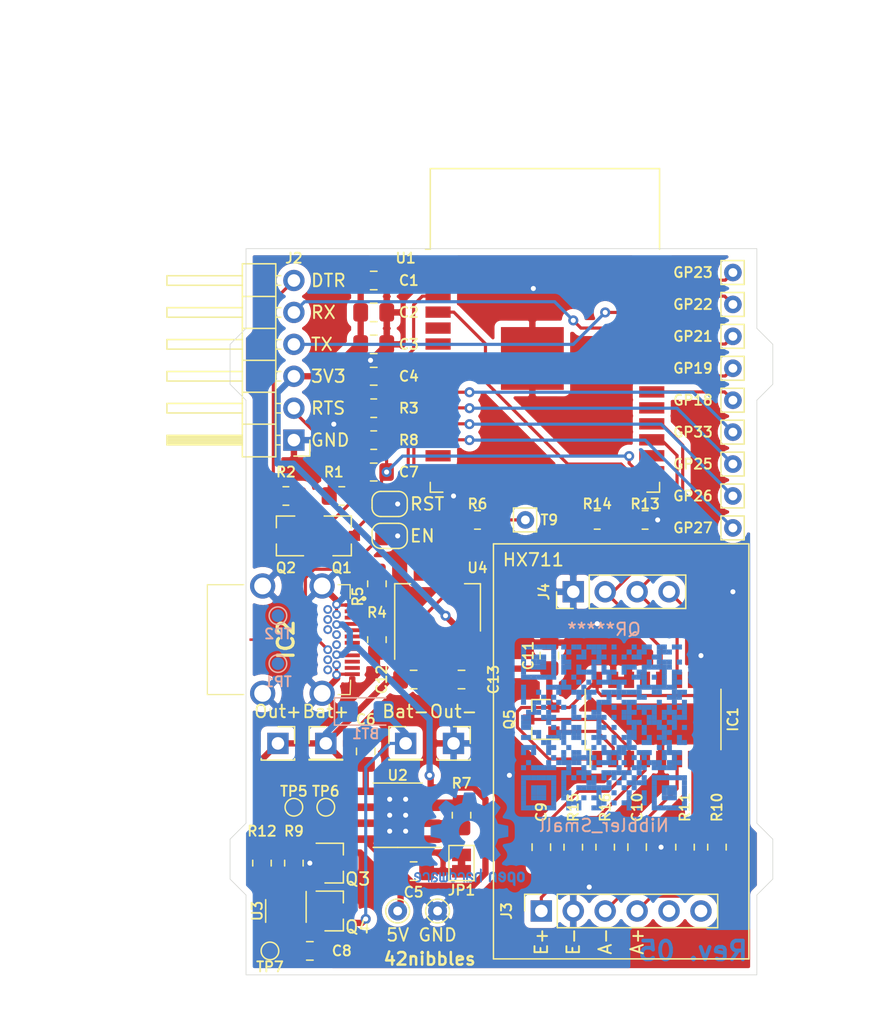
<source format=kicad_pcb>
(kicad_pcb (version 20171130) (host pcbnew "(5.1.10)-1")
  (title_block (title "Smarte Küchenwaage") (date 2021-12-15) (rev 0.5) (company "FH Dortmund - 42nibbles") (comment 1 "Author: Jannik Schmöle"))
  (layers (0 F.Cu signal) (31 B.Cu signal) (35 F.Paste user) (37 F.SilkS user) (38 B.Mask user) (39 F.Mask user) (44 Edge.Cuts user))
  (net 0 "")
  (net 1 +3V3)
  (net 2 GND)
  (net 3 "Net-(IC1-Pad2)")
  (net 4 "Net-(IC1-Pad4)")
  (net 5 "Net-(IC1-Pad7)")
  (net 6 "Net-(IC1-Pad8)")
  (net 7 HX711_SCK)
  (net 8 HX711_DOUT)
  (net 9 ESP32_TXD0)
  (net 10 BatVolt)
  (net 11 "Net-(TP5-Pad1)")
  (net 12 ESP32_RXD0)
  (net 13 "Net-(GP18-Pad1)")
  (net 14 "Net-(GP19-Pad1)")
  (net 15 "Net-(GP21-Pad1)")
  (net 16 "Net-(GP22-Pad1)")
  (net 17 "Net-(GP23-Pad1)")
  (net 18 "Net-(GP27-Pad1)")
  (net 19 "Net-(GP33-Pad1)")
  (net 20 +5V)
  (net 21 /E+)
  (net 22 /A+)
  (net 23 /A-)
  (net 24 +BATT)
  (net 25 ESP32_EN)
  (net 26 ESP32_RST)
  (net 27 /DTR)
  (net 28 /RTS)
  (net 29 "Net-(Q4-Pad1)")
  (net 30 "Net-(JP1-Pad1)")
  (net 31 "Net-(C8-Pad2)")
  (net 32 "Net-(C10-Pad2)")
  (net 33 "Net-(Q1-Pad1)")
  (net 34 "Net-(Q1-Pad2)")
  (net 35 "Net-(R6-Pad2)")
  (net 36 "Net-(R6-Pad1)")
  (net 37 "Net-(R7-Pad1)")
  (net 38 "Net-(R9-Pad2)")
  (net 39 "Net-(TP6-Pad1)")
  (net 40 "Net-(TP7-Pad1)")
  (net 41 "Net-(BAT2-Pad1)")
  (net 42 "Net-(GP25-Pad1)")
  (net 43 "Net-(GP26-Pad1)")
  (net 44 "Net-(Q3-Pad3)")
  (net 45 "Net-(Q3-Pad1)")
  (net 46 "Net-(IC2-PadB5)")
  (net 47 "Net-(IC2-PadA7)")
  (net 48 "Net-(IC2-PadA6)")
  (net 49 "Net-(IC2-PadA5)")
  (module Symbol:OSHW-Logo2_9.8x8mm_Copper (layer B.Cu) (at 157.48 137.16 180)
    (fp_text reference REF** hide)
    (fp_text value OSHW-Logo2_9.8x8mm_Copper hide)
    (fp_poly (pts (xy -3.231114 -2.584505) (xy -3.156461 -2.621727) (xy -3.090569 -2.690261) (xy -3.072423 -2.715648) (xy -3.052655 -2.748866) (xy -3.039828 -2.784945) (xy -3.03249 -2.833098) (xy -3.029187 -2.902536) (xy -3.028462 -2.994206) (xy -3.031737 -3.11983) (xy -3.043123 -3.214154) (xy -3.064959 -3.284523) (xy -3.099581 -3.338286) (xy -3.14933 -3.382788) (xy -3.152986 -3.385423) (xy -3.202015 -3.412377) (xy -3.261055 -3.425712) (xy -3.336141 -3.429) (xy -3.458205 -3.429) (xy -3.458256 -3.547497) (xy -3.459392 -3.613492) (xy -3.466314 -3.652202) (xy -3.484402 -3.675419) (xy -3.519038 -3.694933) (xy -3.527355 -3.69892) (xy -3.56628 -3.717603) (xy -3.596417 -3.729403) (xy -3.618826 -3.730422) (xy -3.634567 -3.716761) (xy -3.644698 -3.684522) (xy -3.650277 -3.629804) (xy -3.652365 -3.548711) (xy -3.652019 -3.437344) (xy -3.6503 -3.291802) (xy -3.649763 -3.248269) (xy -3.647828 -3.098205) (xy -3.646096 -3.000042) (xy -3.458308 -3.000042) (xy -3.457252 -3.083364) (xy -3.452562 -3.13788) (xy -3.441949 -3.173837) (xy -3.423128 -3.201482) (xy -3.41035 -3.214965) (xy -3.35811 -3.254417) (xy -3.311858 -3.257628) (xy -3.264133 -3.225049) (xy -3.262923 -3.223846) (xy -3.243506 -3.198668) (xy -3.231693 -3.164447) (xy -3.225735 -3.111748) (xy -3.22388 -3.031131) (xy -3.223846 -3.013271) (xy -3.22833 -2.902175) (xy -3.242926 -2.825161) (xy -3.26935 -2.778147) (xy -3.309317 -2.75705) (xy -3.332416 -2.754923) (xy -3.387238 -2.7649) (xy -3.424842 -2.797752) (xy -3.447477 -2.857857) (xy -3.457394 -2.949598) (xy -3.458308 -3.000042) (xy -3.646096 -3.000042) (xy -3.645778 -2.98206) (xy -3.643127 -2.894679) (xy -3.639394 -2.830905) (xy -3.634093 -2.785582) (xy -3.626742 -2.753555) (xy -3.616857 -2.729668) (xy -3.603954 -2.708764) (xy -3.598421 -2.700898) (xy -3.525031 -2.626595) (xy -3.43224 -2.584467) (xy -3.324904 -2.572722) (xy -3.231114 -2.584505)) (layer B.Cu) (width 0.01))
    (fp_poly (pts (xy -1.728336 -2.595089) (xy -1.665633 -2.631358) (xy -1.622039 -2.667358) (xy -1.590155 -2.705075) (xy -1.56819 -2.751199) (xy -1.554351 -2.812421) (xy -1.546847 -2.895431) (xy -1.543883 -3.006919) (xy -1.543539 -3.087062) (xy -1.543539 -3.382065) (xy -1.709615 -3.456515) (xy -1.719385 -3.133402) (xy -1.723421 -3.012729) (xy -1.727656 -2.925141) (xy -1.732903 -2.86465) (xy -1.739975 -2.825268) (xy -1.749689 -2.801007) (xy -1.762856 -2.78588) (xy -1.767081 -2.782606) (xy -1.831091 -2.757034) (xy -1.895792 -2.767153) (xy -1.934308 -2.794) (xy -1.949975 -2.813024) (xy -1.96082 -2.837988) (xy -1.967712 -2.875834) (xy -1.971521 -2.933502) (xy -1.973117 -3.017935) (xy -1.973385 -3.105928) (xy -1.973437 -3.216323) (xy -1.975328 -3.294463) (xy -1.981655 -3.347165) (xy -1.995017 -3.381242) (xy -2.018015 -3.403511) (xy -2.053246 -3.420787) (xy -2.100303 -3.438738) (xy -2.151697 -3.458278) (xy -2.145579 -3.111485) (xy -2.143116 -2.986468) (xy -2.140233 -2.894082) (xy -2.136102 -2.827881) (xy -2.129893 -2.78142) (xy -2.120774 -2.748256) (xy -2.107917 -2.721944) (xy -2.092416 -2.698729) (xy -2.017629 -2.624569) (xy -1.926372 -2.581684) (xy -1.827117 -2.571412) (xy -1.728336 -2.595089)) (layer B.Cu) (width 0.01))
    (fp_poly (pts (xy -3.983114 -2.587256) (xy -3.891536 -2.635409) (xy -3.823951 -2.712905) (xy -3.799943 -2.762727) (xy -3.781262 -2.837533) (xy -3.771699 -2.932052) (xy -3.770792 -3.03521) (xy -3.778079 -3.135935) (xy -3.793097 -3.223153) (xy -3.815385 -3.285791) (xy -3.822235 -3.296579) (xy -3.903368 -3.377105) (xy -3.999734 -3.425336) (xy -4.104299 -3.43945) (xy -4.210032 -3.417629) (xy -4.239457 -3.404547) (xy -4.296759 -3.364231) (xy -4.34705 -3.310775) (xy -4.351803 -3.303995) (xy -4.371122 -3.271321) (xy -4.383892 -3.236394) (xy -4.391436 -3.190414) (xy -4.395076 -3.124584) (xy -4.396135 -3.030105) (xy -4.396154 -3.008923) (xy -4.396106 -3.002182) (xy -4.200769 -3.002182) (xy -4.199632 -3.091349) (xy -4.195159 -3.15052) (xy -4.185754 -3.188741) (xy -4.169824 -3.215053) (xy -4.161692 -3.223846) (xy -4.114942 -3.257261) (xy -4.069553 -3.255737) (xy -4.02366 -3.226752) (xy -3.996288 -3.195809) (xy -3.980077 -3.150643) (xy -3.970974 -3.07942) (xy -3.970349 -3.071114) (xy -3.968796 -2.942037) (xy -3.985035 -2.846172) (xy -4.018848 -2.784107) (xy -4.070016 -2.756432) (xy -4.08828 -2.754923) (xy -4.13624 -2.762513) (xy -4.169047 -2.788808) (xy -4.189105 -2.839095) (xy -4.198822 -2.918664) (xy -4.200769 -3.002182) (xy -4.396106 -3.002182) (xy -4.395426 -2.908249) (xy -4.392371 -2.837906) (xy -4.385678 -2.789163) (xy -4.37404 -2.753288) (xy -4.356147 -2.721548) (xy -4.352192 -2.715648) (xy -4.285733 -2.636104) (xy -4.213315 -2.589929) (xy -4.125151 -2.571599) (xy -4.095213 -2.570703) (xy -3.983114 -2.587256)) (layer B.Cu) (width 0.01))
    (fp_poly (pts (xy -2.465746 -2.599745) (xy -2.388714 -2.651567) (xy -2.329184 -2.726412) (xy -2.293622 -2.821654) (xy -2.286429 -2.891756) (xy -2.287246 -2.921009) (xy -2.294086 -2.943407) (xy -2.312888 -2.963474) (xy -2.349592 -2.985733) (xy -2.410138 -3.014709) (xy -2.500466 -3.054927) (xy -2.500923 -3.055129) (xy -2.584067 -3.09321) (xy -2.652247 -3.127025) (xy -2.698495 -3.152933) (xy -2.715842 -3.167295) (xy -2.715846 -3.167411) (xy -2.700557 -3.198685) (xy -2.664804 -3.233157) (xy -2.623758 -3.25799) (xy -2.602963 -3.262923) (xy -2.54623 -3.245862) (xy -2.497373 -3.203133) (xy -2.473535 -3.156155) (xy -2.450603 -3.121522) (xy -2.405682 -3.082081) (xy -2.352877 -3.048009) (xy -2.30629 -3.02948) (xy -2.296548 -3.028462) (xy -2.285582 -3.045215) (xy -2.284921 -3.088039) (xy -2.29298 -3.145781) (xy -2.308173 -3.207289) (xy -2.328914 -3.261409) (xy -2.329962 -3.26351) (xy -2.392379 -3.35066) (xy -2.473274 -3.409939) (xy -2.565144 -3.439034) (xy -2.660487 -3.435634) (xy -2.751802 -3.397428) (xy -2.755862 -3.394741) (xy -2.827694 -3.329642) (xy -2.874927 -3.244705) (xy -2.901066 -3.133021) (xy -2.904574 -3.101643) (xy -2.910787 -2.953536) (xy -2.903339 -2.884468) (xy -2.715846 -2.884468) (xy -2.71341 -2.927552) (xy -2.700086 -2.940126) (xy -2.666868 -2.930719) (xy -2.614506 -2.908483) (xy -2.555976 -2.88061) (xy -2.554521 -2.879872) (xy -2.504911 -2.853777) (xy -2.485 -2.836363) (xy -2.48991 -2.818107) (xy -2.510584 -2.79412) (xy -2.563181 -2.759406) (xy -2.619823 -2.756856) (xy -2.670631 -2.782119) (xy -2.705724 -2.830847) (xy -2.715846 -2.884468) (xy -2.903339 -2.884468) (xy -2.898008 -2.835036) (xy -2.865222 -2.741055) (xy -2.819579 -2.675215) (xy -2.737198 -2.608681) (xy -2.646454 -2.575676) (xy -2.553815 -2.573573) (xy -2.465746 -2.599745)) (layer B.Cu) (width 0.01))
    (fp_poly (pts (xy -0.840154 -2.49212) (xy -0.834428 -2.57198) (xy -0.827851 -2.619039) (xy -0.818738 -2.639566) (xy -0.805402 -2.639829) (xy -0.801077 -2.637378) (xy -0.743556 -2.619636) (xy -0.668732 -2.620672) (xy -0.592661 -2.63891) (xy -0.545082 -2.662505) (xy -0.496298 -2.700198) (xy -0.460636 -2.742855) (xy -0.436155 -2.797057) (xy -0.420913 -2.869384) (xy -0.41297 -2.966419) (xy -0.410384 -3.094742) (xy -0.410338 -3.119358) (xy -0.410308 -3.39587) (xy -0.471839 -3.41732) (xy -0.515541 -3.431912) (xy -0.539518 -3.438706) (xy -0.540223 -3.438769) (xy -0.542585 -3.420345) (xy -0.544594 -3.369526) (xy -0.546099 -3.292993) (xy -0.546947 -3.19743) (xy -0.547077 -3.139329) (xy -0.547349 -3.024771) (xy -0.548748 -2.942667) (xy -0.552151 -2.886393) (xy -0.558433 -2.849326) (xy -0.568471 -2.824844) (xy -0.583139 -2.806325) (xy -0.592298 -2.797406) (xy -0.655211 -2.761466) (xy -0.723864 -2.758775) (xy -0.786152 -2.78917) (xy -0.797671 -2.800144) (xy -0.814567 -2.820779) (xy -0.826286 -2.845256) (xy -0.833767 -2.880647) (xy -0.837946 -2.934026) (xy -0.839763 -3.012466) (xy -0.840154 -3.120617) (xy -0.840154 -3.39587) (xy -0.901685 -3.41732) (xy -0.945387 -3.431912) (xy -0.969364 -3.438706) (xy -0.97007 -3.438769) (xy -0.971874 -3.420069) (xy -0.9735 -3.367322) (xy -0.974883 -3.285557) (xy -0.975958 -3.179805) (xy -0.97666 -3.055094) (xy -0.976923 -2.916455) (xy -0.976923 -2.381806) (xy -0.849923 -2.328236) (xy -0.840154 -2.49212)) (layer B.Cu) (width 0.01))
    (fp_poly (pts (xy 0.053501 -2.626303) (xy 0.13006 -2.654733) (xy 0.130936 -2.655279) (xy 0.178285 -2.690127) (xy 0.213241 -2.730852) (xy 0.237825 -2.783925) (xy 0.254062 -2.855814) (xy 0.263975 -2.952992) (xy 0.269586 -3.081928) (xy 0.270077 -3.100298) (xy 0.277141 -3.377287) (xy 0.217695 -3.408028) (xy 0.174681 -3.428802) (xy 0.14871 -3.438646) (xy 0.147509 -3.438769) (xy 0.143014 -3.420606) (xy 0.139444 -3.371612) (xy 0.137248 -3.300031) (xy 0.136769 -3.242068) (xy 0.136758 -3.14817) (xy 0.132466 -3.089203) (xy 0.117503 -3.061079) (xy 0.085482 -3.059706) (xy 0.030014 -3.080998) (xy -0.053731 -3.120136) (xy -0.115311 -3.152643) (xy -0.146983 -3.180845) (xy -0.156294 -3.211582) (xy -0.156308 -3.213104) (xy -0.140943 -3.266054) (xy -0.095453 -3.29466) (xy -0.025834 -3.298803) (xy 0.024313 -3.298084) (xy 0.050754 -3.312527) (xy 0.067243 -3.347218) (xy 0.076733 -3.391416) (xy 0.063057 -3.416493) (xy 0.057907 -3.420082) (xy 0.009425 -3.434496) (xy -0.058469 -3.436537) (xy -0.128388 -3.426983) (xy -0.177932 -3.409522) (xy -0.24643 -3.351364) (xy -0.285366 -3.270408) (xy -0.293077 -3.20716) (xy -0.287193 -3.150111) (xy -0.265899 -3.103542) (xy -0.223735 -3.062181) (xy -0.155241 -3.020755) (xy -0.054956 -2.973993) (xy -0.048846 -2.97135) (xy 0.04149 -2.929617) (xy 0.097235 -2.895391) (xy 0.121129 -2.864635) (xy 0.115913 -2.833311) (xy 0.084328 -2.797383) (xy 0.074883 -2.789116) (xy 0.011617 -2.757058) (xy -0.053936 -2.758407) (xy -0.111028 -2.789838) (xy -0.148907 -2.848024) (xy -0.152426 -2.859446) (xy -0.1867 -2.914837) (xy -0.230191 -2.941518) (xy -0.293077 -2.96796) (xy -0.293077 -2.899548) (xy -0.273948 -2.80011) (xy -0.217169 -2.708902) (xy -0.187622 -2.678389) (xy -0.120458 -2.639228) (xy -0.035044 -2.6215) (xy 0.053501 -2.626303)) (layer B.Cu) (width 0.01))
    (fp_poly (pts (xy 0.713362 -2.62467) (xy 0.802117 -2.657421) (xy 0.874022 -2.71535) (xy 0.902144 -2.756128) (xy 0.932802 -2.830954) (xy 0.932165 -2.885058) (xy 0.899987 -2.921446) (xy 0.888081 -2.927633) (xy 0.836675 -2.946925) (xy 0.810422 -2.941982) (xy 0.80153 -2.909587) (xy 0.801077 -2.891692) (xy 0.784797 -2.825859) (xy 0.742365 -2.779807) (xy 0.683388 -2.757564) (xy 0.617475 -2.763161) (xy 0.563895 -2.792229) (xy 0.545798 -2.80881) (xy 0.532971 -2.828925) (xy 0.524306 -2.859332) (xy 0.518696 -2.906788) (xy 0.515035 -2.97805) (xy 0.512215 -3.079875) (xy 0.511484 -3.112115) (xy 0.50882 -3.22241) (xy 0.505792 -3.300036) (xy 0.50125 -3.351396) (xy 0.494046 -3.38289) (xy 0.483033 -3.40092) (xy 0.46706 -3.411888) (xy 0.456834 -3.416733) (xy 0.413406 -3.433301) (xy 0.387842 -3.438769) (xy 0.379395 -3.420507) (xy 0.374239 -3.365296) (xy 0.372346 -3.272499) (xy 0.373689 -3.141478) (xy 0.374107 -3.121269) (xy 0.377058 -3.001733) (xy 0.380548 -2.914449) (xy 0.385514 -2.852591) (xy 0.392893 -2.809336) (xy 0.403624 -2.77786) (xy 0.418645 -2.751339) (xy 0.426502 -2.739975) (xy 0.471553 -2.689692) (xy 0.52194 -2.650581) (xy 0.528108 -2.647167) (xy 0.618458 -2.620212) (xy 0.713362 -2.62467)) (layer B.Cu) (width 0.01))
    (fp_poly (pts (xy 1.602081 -2.780289) (xy 1.601833 -2.92632) (xy 1.600872 -3.038655) (xy 1.598794 -3.122678) (xy 1.595193 -3.183769) (xy 1.589665 -3.227309) (xy 1.581804 -3.258679) (xy 1.571207 -3.283262) (xy 1.563182 -3.297294) (xy 1.496728 -3.373388) (xy 1.41247 -3.421084) (xy 1.319249 -3.438199) (xy 1.2259 -3.422546) (xy 1.170312 -3.394418) (xy 1.111957 -3.34576) (xy 1.072186 -3.286333) (xy 1.04819 -3.208507) (xy 1.037161 -3.104652) (xy 1.035599 -3.028462) (xy 1.035809 -3.022986) (xy 1.172308 -3.022986) (xy 1.173141 -3.110355) (xy 1.176961 -3.168192) (xy 1.185746 -3.206029) (xy 1.201474 -3.233398) (xy 1.220266 -3.254042) (xy 1.283375 -3.29389) (xy 1.351137 -3.297295) (xy 1.415179 -3.264025) (xy 1.420164 -3.259517) (xy 1.441439 -3.236067) (xy 1.454779 -3.208166) (xy 1.462001 -3.166641) (xy 1.464923 -3.102316) (xy 1.465385 -3.0312) (xy 1.464383 -2.941858) (xy 1.460238 -2.882258) (xy 1.451236 -2.843089) (xy 1.435667 -2.81504) (xy 1.422902 -2.800144) (xy 1.3636 -2.762575) (xy 1.295301 -2.758057) (xy 1.23011 -2.786753) (xy 1.217528 -2.797406) (xy 1.196111 -2.821063) (xy 1.182744 -2.849251) (xy 1.175566 -2.891245) (xy 1.172719 -2.956319) (xy 1.172308 -3.022986) (xy 1.035809 -3.022986) (xy 1.040322 -2.905765) (xy 1.056362 -2.813577) (xy 1.086528 -2.744269) (xy 1.133629 -2.690211) (xy 1.170312 -2.662505) (xy 1.23699 -2.632572) (xy 1.314272 -2.618678) (xy 1.38611 -2.622397) (xy 1.426308 -2.6374) (xy 1.442082 -2.64167) (xy 1.45255 -2.62575) (xy 1.459856 -2.583089) (xy 1.465385 -2.518106) (xy 1.471437 -2.445732) (xy 1.479844 -2.402187) (xy 1.495141 -2.377287) (xy 1.521864 -2.360845) (xy 1.538654 -2.353564) (xy 1.602154 -2.326963) (xy 1.602081 -2.780289)) (layer B.Cu) (width 0.01))
    (fp_poly (pts (xy 2.395929 -2.636662) (xy 2.398911 -2.688068) (xy 2.401247 -2.766192) (xy 2.402749 -2.864857) (xy 2.403231 -2.968343) (xy 2.403231 -3.318533) (xy 2.341401 -3.380363) (xy 2.298793 -3.418462) (xy 2.26139 -3.433895) (xy 2.21027 -3.432918) (xy 2.189978 -3.430433) (xy 2.126554 -3.4232) (xy 2.074095 -3.419055) (xy 2.061308 -3.418672) (xy 2.018199 -3.421176) (xy 1.956544 -3.427462) (xy 1.932638 -3.430433) (xy 1.873922 -3.435028) (xy 1.834464 -3.425046) (xy 1.795338 -3.394228) (xy 1.781215 -3.380363) (xy 1.719385 -3.318533) (xy 1.719385 -2.663503) (xy 1.76915 -2.640829) (xy 1.812002 -2.624034) (xy 1.837073 -2.618154) (xy 1.843501 -2.636736) (xy 1.849509 -2.688655) (xy 1.854697 -2.768172) (xy 1.858664 -2.869546) (xy 1.860577 -2.955192) (xy 1.865923 -3.292231) (xy 1.91256 -3.298825) (xy 1.954976 -3.294214) (xy 1.97576 -3.279287) (xy 1.98157 -3.251377) (xy 1.98653 -3.191925) (xy 1.990246 -3.108466) (xy 1.992324 -3.008532) (xy 1.992624 -2.957104) (xy 1.992923 -2.661054) (xy 2.054454 -2.639604) (xy 2.098004 -2.62502) (xy 2.121694 -2.618219) (xy 2.122377 -2.618154) (xy 2.124754 -2.636642) (xy 2.127366 -2.687906) (xy 2.129995 -2.765649) (xy 2.132421 -2.863574) (xy 2.134115 -2.955192) (xy 2.139461 -3.292231) (xy 2.256692 -3.292231) (xy 2.262072 -2.984746) (xy 2.267451 -2.677261) (xy 2.324601 -2.647707) (xy 2.366797 -2.627413) (xy 2.39177 -2.618204) (xy 2.392491 -2.618154) (xy 2.395929 -2.636662)) (layer B.Cu) (width 0.01))
    (fp_poly (pts (xy 2.887333 -2.633528) (xy 2.94359 -2.659117) (xy 2.987747 -2.690124) (xy 3.020101 -2.724795) (xy 3.042438 -2.76952) (xy 3.056546 -2.830692) (xy 3.064211 -2.914701) (xy 3.06722 -3.02794) (xy 3.067538 -3.102509) (xy 3.067538 -3.39342) (xy 3.017773 -3.416095) (xy 2.978576 -3.432667) (xy 2.959157 -3.438769) (xy 2.955442 -3.42061) (xy 2.952495 -3.371648) (xy 2.950691 -3.300153) (xy 2.950308 -3.243385) (xy 2.948661 -3.161371) (xy 2.944222 -3.096309) (xy 2.93774 -3.056467) (xy 2.93259 -3.048) (xy 2.897977 -3.056646) (xy 2.84364 -3.078823) (xy 2.780722 -3.108886) (xy 2.720368 -3.141192) (xy 2.673721 -3.170098) (xy 2.651926 -3.189961) (xy 2.651839 -3.190175) (xy 2.653714 -3.226935) (xy 2.670525 -3.262026) (xy 2.700039 -3.290528) (xy 2.743116 -3.300061) (xy 2.779932 -3.29895) (xy 2.832074 -3.298133) (xy 2.859444 -3.310349) (xy 2.875882 -3.342624) (xy 2.877955 -3.34871) (xy 2.885081 -3.394739) (xy 2.866024 -3.422687) (xy 2.816353 -3.436007) (xy 2.762697 -3.43847) (xy 2.666142 -3.42021) (xy 2.616159 -3.394131) (xy 2.554429 -3.332868) (xy 2.52169 -3.25767) (xy 2.518753 -3.178211) (xy 2.546424 -3.104167) (xy 2.588047 -3.057769) (xy 2.629604 -3.031793) (xy 2.694922 -2.998907) (xy 2.771038 -2.965557) (xy 2.783726 -2.960461) (xy 2.867333 -2.923565) (xy 2.91553 -2.891046) (xy 2.93103 -2.858718) (xy 2.91655 -2.822394) (xy 2.891692 -2.794) (xy 2.832939 -2.759039) (xy 2.768293 -2.756417) (xy 2.709008 -2.783358) (xy 2.666339 -2.837088) (xy 2.660739 -2.85095) (xy 2.628133 -2.901936) (xy 2.58053 -2.939787) (xy 2.520461 -2.97085) (xy 2.520461 -2.882768) (xy 2.523997 -2.828951) (xy 2.539156 -2.786534) (xy 2.572768 -2.741279) (xy 2.605035 -2.70642) (xy 2.655209 -2.657062) (xy 2.694193 -2.630547) (xy 2.736064 -2.619911) (xy 2.78346 -2.618154) (xy 2.887333 -2.633528)) (layer B.Cu) (width 0.01))
    (fp_poly (pts (xy 3.570807 -2.636782) (xy 3.594161 -2.646988) (xy 3.649902 -2.691134) (xy 3.697569 -2.754967) (xy 3.727048 -2.823087) (xy 3.731846 -2.85667) (xy 3.71576 -2.903556) (xy 3.680475 -2.928365) (xy 3.642644 -2.943387) (xy 3.625321 -2.946155) (xy 3.616886 -2.926066) (xy 3.60023 -2.882351) (xy 3.592923 -2.862598) (xy 3.551948 -2.794271) (xy 3.492622 -2.760191) (xy 3.416552 -2.761239) (xy 3.410918 -2.762581) (xy 3.370305 -2.781836) (xy 3.340448 -2.819375) (xy 3.320055 -2.879809) (xy 3.307836 -2.967751) (xy 3.3025 -3.087813) (xy 3.302 -3.151698) (xy 3.301752 -3.252403) (xy 3.300126 -3.321054) (xy 3.295801 -3.364673) (xy 3.287454 -3.390282) (xy 3.273765 -3.404903) (xy 3.253411 -3.415558) (xy 3.252234 -3.416095) (xy 3.213038 -3.432667) (xy 3.193619 -3.438769) (xy 3.190635 -3.420319) (xy 3.188081 -3.369323) (xy 3.18614 -3.292308) (xy 3.184997 -3.195805) (xy 3.184769 -3.125184) (xy 3.185932 -2.988525) (xy 3.190479 -2.884851) (xy 3.199999 -2.808108) (xy 3.216081 -2.752246) (xy 3.240313 -2.711212) (xy 3.274286 -2.678954) (xy 3.307833 -2.65644) (xy 3.388499 -2.626476) (xy 3.482381 -2.619718) (xy 3.570807 -2.636782)) (layer B.Cu) (width 0.01))
    (fp_poly (pts (xy 4.245224 -2.647838) (xy 4.322528 -2.698361) (xy 4.359814 -2.74359) (xy 4.389353 -2.825663) (xy 4.391699 -2.890607) (xy 4.386385 -2.977445) (xy 4.186115 -3.065103) (xy 4.088739 -3.109887) (xy 4.025113 -3.145913) (xy 3.992029 -3.177117) (xy 3.98628 -3.207436) (xy 4.004658 -3.240805) (xy 4.024923 -3.262923) (xy 4.083889 -3.298393) (xy 4.148024 -3.300879) (xy 4.206926 -3.273235) (xy 4.250197 -3.21832) (xy 4.257936 -3.198928) (xy 4.295006 -3.138364) (xy 4.337654 -3.112552) (xy 4.396154 -3.090471) (xy 4.396154 -3.174184) (xy 4.390982 -3.23115) (xy 4.370723 -3.279189) (xy 4.328262 -3.334346) (xy 4.321951 -3.341514) (xy 4.27472 -3.390585) (xy 4.234121 -3.41692) (xy 4.183328 -3.429035) (xy 4.14122 -3.433003) (xy 4.065902 -3.433991) (xy 4.012286 -3.421466) (xy 3.978838 -3.402869) (xy 3.926268 -3.361975) (xy 3.889879 -3.317748) (xy 3.86685 -3.262126) (xy 3.854359 -3.187047) (xy 3.849587 -3.084449) (xy 3.849206 -3.032376) (xy 3.850501 -2.969948) (xy 3.968471 -2.969948) (xy 3.969839 -3.003438) (xy 3.973249 -3.008923) (xy 3.995753 -3.001472) (xy 4.044182 -2.981753) (xy 4.108908 -2.953718) (xy 4.122443 -2.947692) (xy 4.204244 -2.906096) (xy 4.249312 -2.869538) (xy 4.259217 -2.835296) (xy 4.235526 -2.800648) (xy 4.21596 -2.785339) (xy 4.14536 -2.754721) (xy 4.07928 -2.75978) (xy 4.023959 -2.797151) (xy 3.985636 -2.863473) (xy 3.973349 -2.916116) (xy 3.968471 -2.969948) (xy 3.850501 -2.969948) (xy 3.85173 -2.91072) (xy 3.861032 -2.82071) (xy 3.87946 -2.755167) (xy 3.90936 -2.706912) (xy 3.95308 -2.668767) (xy 3.972141 -2.65644) (xy 4.058726 -2.624336) (xy 4.153522 -2.622316) (xy 4.245224 -2.647838)) (layer B.Cu) (width 0.01))
    (fp_poly (pts (xy 0.139878 3.712224) (xy 0.245612 3.711645) (xy 0.322132 3.710078) (xy 0.374372 3.707028) (xy 0.407263 3.702004) (xy 0.425737 3.694511) (xy 0.434727 3.684056) (xy 0.439163 3.670147) (xy 0.439594 3.668346) (xy 0.446333 3.635855) (xy 0.458808 3.571748) (xy 0.475719 3.482849) (xy 0.495771 3.375981) (xy 0.517664 3.257967) (xy 0.518429 3.253822) (xy 0.540359 3.138169) (xy 0.560877 3.035986) (xy 0.578659 2.953402) (xy 0.592381 2.896544) (xy 0.600718 2.871542) (xy 0.601116 2.871099) (xy 0.625677 2.85889) (xy 0.676315 2.838544) (xy 0.742095 2.814455) (xy 0.742461 2.814326) (xy 0.825317 2.783182) (xy 0.923 2.743509) (xy 1.015077 2.703619) (xy 1.019434 2.701647) (xy 1.169407 2.63358) (xy 1.501498 2.860361) (xy 1.603374 2.929496) (xy 1.695657 2.991303) (xy 1.773003 3.042267) (xy 1.830064 3.078873) (xy 1.861495 3.097606) (xy 1.864479 3.098996) (xy 1.887321 3.09281) (xy 1.929982 3.062965) (xy 1.994128 3.008053) (xy 2.081421 2.926666) (xy 2.170535 2.840078) (xy 2.256441 2.754753) (xy 2.333327 2.676892) (xy 2.396564 2.611303) (xy 2.441523 2.562795) (xy 2.463576 2.536175) (xy 2.464396 2.534805) (xy 2.466834 2.516537) (xy 2.45765 2.486705) (xy 2.434574 2.441279) (xy 2.395337 2.37623) (xy 2.33767 2.28753) (xy 2.260795 2.173343) (xy 2.19257 2.072838) (xy 2.131582 1.982697) (xy 2.081356 1.908151) (xy 2.045416 1.854435) (xy 2.027287 1.826782) (xy 2.026146 1.824905) (xy 2.028359 1.79841) (xy 2.045138 1.746914) (xy 2.073142 1.680149) (xy 2.083122 1.658828) (xy 2.126672 1.563841) (xy 2.173134 1.456063) (xy 2.210877 1.362808) (xy 2.238073 1.293594) (xy 2.259675 1.240994) (xy 2.272158 1.213503) (xy 2.273709 1.211384) (xy 2.296668 1.207876) (xy 2.350786 1.198262) (xy 2.428868 1.183911) (xy 2.523719 1.166193) (xy 2.628143 1.146475) (xy 2.734944 1.126126) (xy 2.836926 1.106514) (xy 2.926894 1.089009) (xy 2.997653 1.074978) (xy 3.042006 1.065791) (xy 3.052885 1.063193) (xy 3.064122 1.056782) (xy 3.072605 1.042303) (xy 3.078714 1.014867) (xy 3.082832 0.969589) (xy 3.085341 0.90158) (xy 3.086621 0.805953) (xy 3.087054 0.67782) (xy 3.087077 0.625299) (xy 3.087077 0.198155) (xy 2.9845 0.177909) (xy 2.927431 0.16693) (xy 2.842269 0.150905) (xy 2.739372 0.131767) (xy 2.629096 0.111449) (xy 2.598615 0.105868) (xy 2.496855 0.086083) (xy 2.408205 0.066627) (xy 2.340108 0.049303) (xy 2.300004 0.035912) (xy 2.293323 0.031921) (xy 2.276919 0.003658) (xy 2.253399 -0.051109) (xy 2.227316 -0.121588) (xy 2.222142 -0.136769) (xy 2.187956 -0.230896) (xy 2.145523 -0.337101) (xy 2.103997 -0.432473) (xy 2.103792 -0.432916) (xy 2.03464 -0.582525) (xy 2.489512 -1.251617) (xy 2.1975 -1.544116) (xy 2.10918 -1.63117) (xy 2.028625 -1.707909) (xy 1.96036 -1.770237) (xy 1.908908 -1.814056) (xy 1.878794 -1.83527) (xy 1.874474 -1.836616) (xy 1.849111 -1.826016) (xy 1.797358 -1.796547) (xy 1.724868 -1.751705) (xy 1.637294 -1.694984) (xy 1.542612 -1.631462) (xy 1.446516 -1.566668) (xy 1.360837 -1.510287) (xy 1.291016 -1.465788) (xy 1.242494 -1.436639) (xy 1.220782 -1.426308) (xy 1.194293 -1.43505) (xy 1.144062 -1.458087) (xy 1.080451 -1.490631) (xy 1.073708 -1.494249) (xy 0.988046 -1.53721) (xy 0.929306 -1.558279) (xy 0.892772 -1.558503) (xy 0.873731 -1.538928) (xy 0.87362 -1.538654) (xy 0.864102 -1.515472) (xy 0.841403 -1.460441) (xy 0.807282 -1.377822) (xy 0.7635 -1.271872) (xy 0.711816 -1.146852) (xy 0.653992 -1.00702) (xy 0.597991 -0.871637) (xy 0.536447 -0.722234) (xy 0.479939 -0.583832) (xy 0.430161 -0.460673) (xy 0.388806 -0.357002) (xy 0.357568 -0.277059) (xy 0.338141 -0.225088) (xy 0.332154 -0.205692) (xy 0.347168 -0.183443) (xy 0.386439 -0.147982) (xy 0.438807 -0.108887) (xy 0.587941 0.014755) (xy 0.704511 0.156478) (xy 0.787118 0.313296) (xy 0.834366 0.482225) (xy 0.844857 0.660278) (xy 0.837231 0.742461) (xy 0.795682 0.912969) (xy 0.724123 1.063541) (xy 0.626995 1.192691) (xy 0.508734 1.298936) (xy 0.37378 1.38079) (xy 0.226571 1.436768) (xy 0.071544 1.465385) (xy -0.086861 1.465156) (xy -0.244206 1.434595) (xy -0.396054 1.372218) (xy -0.537965 1.27654) (xy -0.597197 1.222428) (xy -0.710797 1.08348) (xy -0.789894 0.931639) (xy -0.835014 0.771333) (xy -0.846684 0.606988) (xy -0.825431 0.443029) (xy -0.77178 0.283882) (xy -0.68626 0.133975) (xy -0.569395 -0.002267) (xy -0.438807 -0.108887) (xy -0.384412 -0.149642) (xy -0.345986 -0.184718) (xy -0.332154 -0.205726) (xy -0.339397 -0.228635) (xy -0.359995 -0.283365) (xy -0.392254 -0.365672) (xy -0.434479 -0.471315) (xy -0.484977 -0.59605) (xy -0.542052 -0.735636) (xy -0.598146 -0.87167) (xy -0.660033 -1.021201) (xy -0.717356 -1.159767) (xy -0.768356 -1.283107) (xy -0.811273 -1.386964) (xy -0.844347 -1.46708) (xy -0.865819 -1.519195) (xy -0.873775 -1.538654) (xy -0.892571 -1.558423) (xy -0.928926 -1.558365) (xy -0.987521 -1.537441) (xy -1.073032 -1.494613) (xy -1.073708 -1.494249) (xy -1.138093 -1.461012) (xy -1.190139 -1.436802) (xy -1.219488 -1.426404) (xy -1.220783 -1.426308) (xy -1.242876 -1.436855) (xy -1.291652 -1.466184) (xy -1.361669 -1.510827) (xy -1.447486 -1.567314) (xy -1.542612 -1.631462) (xy -1.63946 -1.696411) (xy -1.726747 -1.752896) (xy -1.798819 -1.797421) (xy -1.850023 -1.82649) (xy -1.874474 -1.836616) (xy -1.89699 -1.823307) (xy -1.942258 -1.786112) (xy -2.005756 -1.729128) (xy -2.082961 -1.656449) (xy -2.169349 -1.572171) (xy -2.197601 -1.544016) (xy -2.489713 -1.251416) (xy -2.267369 -0.925104) (xy -2.199798 -0.824897) (xy -2.140493 -0.734963) (xy -2.092783 -0.66051) (xy -2.059993 -0.606751) (xy -2.045452 -0.578894) (xy -2.045026 -0.576912) (xy -2.052692 -0.550655) (xy -2.073311 -0.497837) (xy -2.103315 -0.42731) (xy -2.124375 -0.380093) (xy -2.163752 -0.289694) (xy -2.200835 -0.198366) (xy -2.229585 -0.1212) (xy -2.237395 -0.097692) (xy -2.259583 -0.034916) (xy -2.281273 0.013589) (xy -2.293187 0.031921) (xy -2.319477 0.043141) (xy -2.376858 0.059046) (xy -2.457882 0.077833) (xy -2.555105 0.097701) (xy -2.598615 0.105868) (xy -2.709104 0.126171) (xy -2.815084 0.14583) (xy -2.906199 0.162912) (xy -2.972092 0.175482) (xy -2.9845 0.177909) (xy -3.087077 0.198155) (xy -3.087077 0.625299) (xy -3.086847 0.765754) (xy -3.085901 0.872021) (xy -3.083859 0.948987) (xy -3.080338 1.00154) (xy -3.074957 1.034567) (xy -3.067334 1.052955) (xy -3.057088 1.061592) (xy -3.052885 1.063193) (xy -3.02753 1.068873) (xy -2.971516 1.080205) (xy -2.892036 1.095821) (xy -2.796288 1.114353) (xy -2.691467 1.134431) (xy -2.584768 1.154688) (xy -2.483387 1.173754) (xy -2.394521 1.190261) (xy -2.325363 1.202841) (xy -2.283111 1.210125) (xy -2.27371 1.211384) (xy -2.265193 1.228237) (xy -2.24634 1.27313) (xy -2.220676 1.33757) (xy -2.210877 1.362808) (xy -2.171352 1.460314) (xy -2.124808 1.568041) (xy -2.083123 1.658828) (xy -2.05245 1.728247) (xy -2.032044 1.78529) (xy -2.025232 1.820223) (xy -2.026318 1.824905) (xy -2.040715 1.847009) (xy -2.073588 1.896169) (xy -2.12141 1.967152) (xy -2.180652 2.054722) (xy -2.247785 2.153643) (xy -2.261059 2.17317) (xy -2.338954 2.28886) (xy -2.396213 2.376956) (xy -2.435119 2.441514) (xy -2.457956 2.486589) (xy -2.467006 2.516237) (xy -2.464552 2.534515) (xy -2.464489 2.534631) (xy -2.445173 2.558639) (xy -2.402449 2.605053) (xy -2.340949 2.669063) (xy -2.265302 2.745855) (xy -2.180139 2.830618) (xy -2.170535 2.840078) (xy -2.06321 2.944011) (xy -1.980385 3.020325) (xy -1.920395 3.070429) (xy -1.881577 3.09573) (xy -1.86448 3.098996) (xy -1.839527 3.08475) (xy -1.787745 3.051844) (xy -1.71448 3.003792) (xy -1.62508 2.94411) (xy -1.524889 2.876312) (xy -1.501499 2.860361) (xy -1.169407 2.63358) (xy -1.019435 2.701647) (xy -0.92823 2.741315) (xy -0.830331 2.781209) (xy -0.746169 2.813017) (xy -0.742462 2.814326) (xy -0.676631 2.838424) (xy -0.625884 2.8588) (xy -0.601158 2.871064) (xy -0.601116 2.871099) (xy -0.593271 2.893266) (xy -0.579934 2.947783) (xy -0.56243 3.02852) (xy -0.542083 3.12935) (xy -0.520218 3.244144) (xy -0.518429 3.253822) (xy -0.496496 3.372096) (xy -0.47636 3.479458) (xy -0.45932 3.569083) (xy -0.446672 3.634149) (xy -0.439716 3.667832) (xy -0.439594 3.668346) (xy -0.435361 3.682675) (xy -0.427129 3.693493) (xy -0.409967 3.701294) (xy -0.378942 3.706571) (xy -0.329122 3.709818) (xy -0.255576 3.711528) (xy -0.153371 3.712193) (xy -0.017575 3.712307) (xy 0 3.712308) (xy 0.139878 3.712224)) (layer B.Cu) (width 0.01))
  )
  (module TestPoint:TestPoint_THTPad_D1.5mm_Drill0.7mm (layer F.Cu) (at 154.94 142.875)
    (fp_text reference GND (at 0 1.905) (layer F.SilkS))
    (fp_text value TestPoint_THTPad_D1.5mm_Drill0.7mm)
    (pad 1 thru_hole circle (at 0 0) (size 1.5 1.5) (drill 0.7) (layers *.Cu *.Mask) (net 2 GND))
  )
  (module Nibbler:Nibbler_Small (layer B.Cu) (at 168.18 128.27)
    (fp_text reference QR***** (at 0 -7.8) (layer B.SilkS) (effects (justify mirror)))
    (fp_text value Nibbler_Small (at 0 7.8) (layer B.SilkS) (effects (justify mirror)))
    (pad "" smd rect (at 6 -6.4) (size 0.4 0.4) (layers B.Cu))
    (pad "" smd rect (at 5.6 -6.4) (size 0.4 0.4) (layers B.Cu))
    (pad "" smd rect (at 4.8 -6.4) (size 0.4 0.4) (layers B.Cu))
    (pad "" smd rect (at 4.4 -6.4) (size 0.4 0.4) (layers B.Cu))
    (pad "" smd rect (at 3.6 -6.4) (size 0.4 0.4) (layers B.Cu))
    (pad "" smd rect (at 3.2 -6.4) (size 0.4 0.4) (layers B.Cu))
    (pad "" smd rect (at 2.4 -6.4) (size 0.4 0.4) (layers B.Cu))
    (pad "" smd rect (at 0.8 -6.4) (size 0.4 0.4) (layers B.Cu))
    (pad "" smd rect (at 0 -6.4) (size 0.4 0.4) (layers B.Cu))
    (pad "" smd rect (at -0.4 -6.4) (size 0.4 0.4) (layers B.Cu))
    (pad "" smd rect (at -0.8 -6.4) (size 0.4 0.4) (layers B.Cu))
    (pad "" smd rect (at -1.2 -6.4) (size 0.4 0.4) (layers B.Cu))
    (pad "" smd rect (at -2 -6.4) (size 0.4 0.4) (layers B.Cu))
    (pad "" smd rect (at -2.4 -6.4) (size 0.4 0.4) (layers B.Cu))
    (pad "" smd rect (at -3.2 -6.4) (size 0.4 0.4) (layers B.Cu))
    (pad "" smd rect (at -4 -6.4) (size 0.4 0.4) (layers B.Cu))
    (pad "" smd rect (at -4.4 -6.4) (size 0.4 0.4) (layers B.Cu))
    (pad "" smd rect (at -4.8 -6.4) (size 0.4 0.4) (layers B.Cu))
    (pad "" smd rect (at -5.2 -6.4) (size 0.4 0.4) (layers B.Cu))
    (pad "" smd rect (at -5.6 -6.4) (size 0.4 0.4) (layers B.Cu))
    (pad "" smd rect (at -6 -6.4) (size 0.4 0.4) (layers B.Cu))
    (pad "" smd rect (at -6.4 -6.4) (size 0.4 0.4) (layers B.Cu))
    (pad "" smd rect (at 5.2 -6) (size 0.4 0.4) (layers B.Cu))
    (pad "" smd rect (at 4.8 -6) (size 0.4 0.4) (layers B.Cu))
    (pad "" smd rect (at 4.4 -6) (size 0.4 0.4) (layers B.Cu))
    (pad "" smd rect (at 3.2 -6) (size 0.4 0.4) (layers B.Cu))
    (pad "" smd rect (at 2.8 -6) (size 0.4 0.4) (layers B.Cu))
    (pad "" smd rect (at 2 -6) (size 0.4 0.4) (layers B.Cu))
    (pad "" smd rect (at -0.4 -6) (size 0.4 0.4) (layers B.Cu))
    (pad "" smd rect (at -0.8 -6) (size 0.4 0.4) (layers B.Cu))
    (pad "" smd rect (at -1.6 -6) (size 0.4 0.4) (layers B.Cu))
    (pad "" smd rect (at -2.8 -6) (size 0.4 0.4) (layers B.Cu))
    (pad "" smd rect (at -4 -6) (size 0.4 0.4) (layers B.Cu))
    (pad "" smd rect (at -6.4 -6) (size 0.4 0.4) (layers B.Cu))
    (pad "" smd rect (at 4.4 -5.6) (size 0.4 0.4) (layers B.Cu))
    (pad "" smd rect (at 4 -5.6) (size 0.4 0.4) (layers B.Cu))
    (pad "" smd rect (at 2.8 -5.6) (size 0.4 0.4) (layers B.Cu))
    (pad "" smd rect (at 2.4 -5.6) (size 0.4 0.4) (layers B.Cu))
    (pad "" smd rect (at 1.6 -5.6) (size 0.4 0.4) (layers B.Cu))
    (pad "" smd rect (at 0.8 -5.6) (size 0.4 0.4) (layers B.Cu))
    (pad "" smd rect (at 0 -5.6) (size 0.4 0.4) (layers B.Cu))
    (pad "" smd rect (at -0.4 -5.6) (size 0.4 0.4) (layers B.Cu))
    (pad "" smd rect (at -1.6 -5.6) (size 0.4 0.4) (layers B.Cu))
    (pad "" smd rect (at -2 -5.6) (size 0.4 0.4) (layers B.Cu))
    (pad "" smd rect (at -3.2 -5.6) (size 0.4 0.4) (layers B.Cu))
    (pad "" smd rect (at -4 -5.6) (size 0.4 0.4) (layers B.Cu))
    (pad "" smd rect (at -4.8 -5.6) (size 0.4 0.4) (layers B.Cu))
    (pad "" smd rect (at -5.2 -5.6) (size 0.4 0.4) (layers B.Cu))
    (pad "" smd rect (at -5.6 -5.6) (size 0.4 0.4) (layers B.Cu))
    (pad "" smd rect (at -6.4 -5.6) (size 0.4 0.4) (layers B.Cu))
    (pad "" smd rect (at 6 -5.2) (size 0.4 0.4) (layers B.Cu))
    (pad "" smd rect (at 5.2 -5.2) (size 0.4 0.4) (layers B.Cu))
    (pad "" smd rect (at 4.8 -5.2) (size 0.4 0.4) (layers B.Cu))
    (pad "" smd rect (at 4.4 -5.2) (size 0.4 0.4) (layers B.Cu))
    (pad "" smd rect (at 3.6 -5.2) (size 0.4 0.4) (layers B.Cu))
    (pad "" smd rect (at 0.8 -5.2) (size 0.4 0.4) (layers B.Cu))
    (pad "" smd rect (at -0.4 -5.2) (size 0.4 0.4) (layers B.Cu))
    (pad "" smd rect (at -0.8 -5.2) (size 0.4 0.4) (layers B.Cu))
    (pad "" smd rect (at -2.8 -5.2) (size 0.4 0.4) (layers B.Cu))
    (pad "" smd rect (at -3.2 -5.2) (size 0.4 0.4) (layers B.Cu))
    (pad "" smd rect (at -4 -5.2) (size 0.4 0.4) (layers B.Cu))
    (pad "" smd rect (at -4.8 -5.2) (size 0.4 0.4) (layers B.Cu))
    (pad "" smd rect (at -5.2 -5.2) (size 0.4 0.4) (layers B.Cu))
    (pad "" smd rect (at -5.6 -5.2) (size 0.4 0.4) (layers B.Cu))
    (pad "" smd rect (at -6.4 -5.2) (size 0.4 0.4) (layers B.Cu))
    (pad "" smd rect (at 5.2 -4.8) (size 0.4 0.4) (layers B.Cu))
    (pad "" smd rect (at 4.8 -4.8) (size 0.4 0.4) (layers B.Cu))
    (pad "" smd rect (at 4.4 -4.8) (size 0.4 0.4) (layers B.Cu))
    (pad "" smd rect (at 4 -4.8) (size 0.4 0.4) (layers B.Cu))
    (pad "" smd rect (at 3.6 -4.8) (size 0.4 0.4) (layers B.Cu))
    (pad "" smd rect (at 3.2 -4.8) (size 0.4 0.4) (layers B.Cu))
    (pad "" smd rect (at 2.4 -4.8) (size 0.4 0.4) (layers B.Cu))
    (pad "" smd rect (at 2 -4.8) (size 0.4 0.4) (layers B.Cu))
    (pad "" smd rect (at 1.6 -4.8) (size 0.4 0.4) (layers B.Cu))
    (pad "" smd rect (at 0 -4.8) (size 0.4 0.4) (layers B.Cu))
    (pad "" smd rect (at -0.8 -4.8) (size 0.4 0.4) (layers B.Cu))
    (pad "" smd rect (at -2 -4.8) (size 0.4 0.4) (layers B.Cu))
    (pad "" smd rect (at -2.8 -4.8) (size 0.4 0.4) (layers B.Cu))
    (pad "" smd rect (at -3.2 -4.8) (size 0.4 0.4) (layers B.Cu))
    (pad "" smd rect (at -4 -4.8) (size 0.4 0.4) (layers B.Cu))
    (pad "" smd rect (at -4.8 -4.8) (size 0.4 0.4) (layers B.Cu))
    (pad "" smd rect (at -5.2 -4.8) (size 0.4 0.4) (layers B.Cu))
    (pad "" smd rect (at -5.6 -4.8) (size 0.4 0.4) (layers B.Cu))
    (pad "" smd rect (at -6.4 -4.8) (size 0.4 0.4) (layers B.Cu))
    (pad "" smd rect (at 6 -4.4) (size 0.4 0.4) (layers B.Cu))
    (pad "" smd rect (at 5.6 -4.4) (size 0.4 0.4) (layers B.Cu))
    (pad "" smd rect (at 4.8 -4.4) (size 0.4 0.4) (layers B.Cu))
    (pad "" smd rect (at 3.2 -4.4) (size 0.4 0.4) (layers B.Cu))
    (pad "" smd rect (at 2.8 -4.4) (size 0.4 0.4) (layers B.Cu))
    (pad "" smd rect (at 1.6 -4.4) (size 0.4 0.4) (layers B.Cu))
    (pad "" smd rect (at 0.8 -4.4) (size 0.4 0.4) (layers B.Cu))
    (pad "" smd rect (at 0.4 -4.4) (size 0.4 0.4) (layers B.Cu))
    (pad "" smd rect (at 0 -4.4) (size 0.4 0.4) (layers B.Cu))
    (pad "" smd rect (at -0.8 -4.4) (size 0.4 0.4) (layers B.Cu))
    (pad "" smd rect (at -1.2 -4.4) (size 0.4 0.4) (layers B.Cu))
    (pad "" smd rect (at -1.6 -4.4) (size 0.4 0.4) (layers B.Cu))
    (pad "" smd rect (at -2 -4.4) (size 0.4 0.4) (layers B.Cu))
    (pad "" smd rect (at -3.2 -4.4) (size 0.4 0.4) (layers B.Cu))
    (pad "" smd rect (at -4 -4.4) (size 0.4 0.4) (layers B.Cu))
    (pad "" smd rect (at -6.4 -4.4) (size 0.4 0.4) (layers B.Cu))
    (pad "" smd rect (at 5.6 -4) (size 0.4 0.4) (layers B.Cu))
    (pad "" smd rect (at 4.8 -4) (size 0.4 0.4) (layers B.Cu))
    (pad "" smd rect (at 4 -4) (size 0.4 0.4) (layers B.Cu))
    (pad "" smd rect (at 3.2 -4) (size 0.4 0.4) (layers B.Cu))
    (pad "" smd rect (at 2.8 -4) (size 0.4 0.4) (layers B.Cu))
    (pad "" smd rect (at 2.4 -4) (size 0.4 0.4) (layers B.Cu))
    (pad "" smd rect (at 0.4 -4) (size 0.4 0.4) (layers B.Cu))
    (pad "" smd rect (at -0.8 -4) (size 0.4 0.4) (layers B.Cu))
    (pad "" smd rect (at -2.4 -4) (size 0.4 0.4) (layers B.Cu))
    (pad "" smd rect (at -4 -4) (size 0.4 0.4) (layers B.Cu))
    (pad "" smd rect (at -4.4 -4) (size 0.4 0.4) (layers B.Cu))
    (pad "" smd rect (at -4.8 -4) (size 0.4 0.4) (layers B.Cu))
    (pad "" smd rect (at -5.2 -4) (size 0.4 0.4) (layers B.Cu))
    (pad "" smd rect (at -5.6 -4) (size 0.4 0.4) (layers B.Cu))
    (pad "" smd rect (at -6 -4) (size 0.4 0.4) (layers B.Cu))
    (pad "" smd rect (at -6.4 -4) (size 0.4 0.4) (layers B.Cu))
    (pad "" smd rect (at 6 -3.6) (size 0.4 0.4) (layers B.Cu))
    (pad "" smd rect (at 5.6 -3.6) (size 0.4 0.4) (layers B.Cu))
    (pad "" smd rect (at 4.8 -3.6) (size 0.4 0.4) (layers B.Cu))
    (pad "" smd rect (at 3.2 -3.6) (size 0.4 0.4) (layers B.Cu))
    (pad "" smd rect (at 1.6 -3.6) (size 0.4 0.4) (layers B.Cu))
    (pad "" smd rect (at 1.2 -3.6) (size 0.4 0.4) (layers B.Cu))
    (pad "" smd rect (at 0.8 -3.6) (size 0.4 0.4) (layers B.Cu))
    (pad "" smd rect (at 0.4 -3.6) (size 0.4 0.4) (layers B.Cu))
    (pad "" smd rect (at 0 -3.6) (size 0.4 0.4) (layers B.Cu))
    (pad "" smd rect (at -0.4 -3.6) (size 0.4 0.4) (layers B.Cu))
    (pad "" smd rect (at -1.2 -3.6) (size 0.4 0.4) (layers B.Cu))
    (pad "" smd rect (at -2 -3.6) (size 0.4 0.4) (layers B.Cu))
    (pad "" smd rect (at -3.2 -3.6) (size 0.4 0.4) (layers B.Cu))
    (pad "" smd rect (at 5.6 -3.2) (size 0.4 0.4) (layers B.Cu))
    (pad "" smd rect (at 5.2 -3.2) (size 0.4 0.4) (layers B.Cu))
    (pad "" smd rect (at 4.8 -3.2) (size 0.4 0.4) (layers B.Cu))
    (pad "" smd rect (at 4.4 -3.2) (size 0.4 0.4) (layers B.Cu))
    (pad "" smd rect (at 4 -3.2) (size 0.4 0.4) (layers B.Cu))
    (pad "" smd rect (at 3.6 -3.2) (size 0.4 0.4) (layers B.Cu))
    (pad "" smd rect (at 3.2 -3.2) (size 0.4 0.4) (layers B.Cu))
    (pad "" smd rect (at 2.8 -3.2) (size 0.4 0.4) (layers B.Cu))
    (pad "" smd rect (at 1.2 -3.2) (size 0.4 0.4) (layers B.Cu))
    (pad "" smd rect (at -1.6 -3.2) (size 0.4 0.4) (layers B.Cu))
    (pad "" smd rect (at -2.8 -3.2) (size 0.4 0.4) (layers B.Cu))
    (pad "" smd rect (at -3.2 -3.2) (size 0.4 0.4) (layers B.Cu))
    (pad "" smd rect (at -3.6 -3.2) (size 0.4 0.4) (layers B.Cu))
    (pad "" smd rect (at -4 -3.2) (size 0.4 0.4) (layers B.Cu))
    (pad "" smd rect (at -4.4 -3.2) (size 0.4 0.4) (layers B.Cu))
    (pad "" smd rect (at -6.4 -3.2) (size 0.4 0.4) (layers B.Cu))
    (pad "" smd rect (at 6.4 -2.8) (size 0.4 0.4) (layers B.Cu))
    (pad "" smd rect (at 6 -2.8) (size 0.4 0.4) (layers B.Cu))
    (pad "" smd rect (at 5.6 -2.8) (size 0.4 0.4) (layers B.Cu))
    (pad "" smd rect (at 4.4 -2.8) (size 0.4 0.4) (layers B.Cu))
    (pad "" smd rect (at 4 -2.8) (size 0.4 0.4) (layers B.Cu))
    (pad "" smd rect (at 2.8 -2.8) (size 0.4 0.4) (layers B.Cu))
    (pad "" smd rect (at 2.4 -2.8) (size 0.4 0.4) (layers B.Cu))
    (pad "" smd rect (at 2 -2.8) (size 0.4 0.4) (layers B.Cu))
    (pad "" smd rect (at 1.6 -2.8) (size 0.4 0.4) (layers B.Cu))
    (pad "" smd rect (at 1.2 -2.8) (size 0.4 0.4) (layers B.Cu))
    (pad "" smd rect (at 0.8 -2.8) (size 0.4 0.4) (layers B.Cu))
    (pad "" smd rect (at 0.4 -2.8) (size 0.4 0.4) (layers B.Cu))
    (pad "" smd rect (at 0 -2.8) (size 0.4 0.4) (layers B.Cu))
    (pad "" smd rect (at -0.8 -2.8) (size 0.4 0.4) (layers B.Cu))
    (pad "" smd rect (at -1.2 -2.8) (size 0.4 0.4) (layers B.Cu))
    (pad "" smd rect (at -1.6 -2.8) (size 0.4 0.4) (layers B.Cu))
    (pad "" smd rect (at -2 -2.8) (size 0.4 0.4) (layers B.Cu))
    (pad "" smd rect (at -2.4 -2.8) (size 0.4 0.4) (layers B.Cu))
    (pad "" smd rect (at -3.6 -2.8) (size 0.4 0.4) (layers B.Cu))
    (pad "" smd rect (at -5.2 -2.8) (size 0.4 0.4) (layers B.Cu))
    (pad "" smd rect (at -6.4 -2.8) (size 0.4 0.4) (layers B.Cu))
    (pad "" smd rect (at 6 -2.4) (size 0.4 0.4) (layers B.Cu))
    (pad "" smd rect (at 5.6 -2.4) (size 0.4 0.4) (layers B.Cu))
    (pad "" smd rect (at 5.2 -2.4) (size 0.4 0.4) (layers B.Cu))
    (pad "" smd rect (at 3.2 -2.4) (size 0.4 0.4) (layers B.Cu))
    (pad "" smd rect (at 2.8 -2.4) (size 0.4 0.4) (layers B.Cu))
    (pad "" smd rect (at 1.2 -2.4) (size 0.4 0.4) (layers B.Cu))
    (pad "" smd rect (at 0.4 -2.4) (size 0.4 0.4) (layers B.Cu))
    (pad "" smd rect (at -1.2 -2.4) (size 0.4 0.4) (layers B.Cu))
    (pad "" smd rect (at -2 -2.4) (size 0.4 0.4) (layers B.Cu))
    (pad "" smd rect (at -4 -2.4) (size 0.4 0.4) (layers B.Cu))
    (pad "" smd rect (at -4.8 -2.4) (size 0.4 0.4) (layers B.Cu))
    (pad "" smd rect (at -6.4 -2.4) (size 0.4 0.4) (layers B.Cu))
    (pad "" smd rect (at 6.4 -2) (size 0.4 0.4) (layers B.Cu))
    (pad "" smd rect (at 5.6 -2) (size 0.4 0.4) (layers B.Cu))
    (pad "" smd rect (at 4.4 -2) (size 0.4 0.4) (layers B.Cu))
    (pad "" smd rect (at 2.4 -2) (size 0.4 0.4) (layers B.Cu))
    (pad "" smd rect (at 2 -2) (size 0.4 0.4) (layers B.Cu))
    (pad "" smd rect (at 1.6 -2) (size 0.4 0.4) (layers B.Cu))
    (pad "" smd rect (at 0.4 -2) (size 0.4 0.4) (layers B.Cu))
    (pad "" smd rect (at 0 -2) (size 0.4 0.4) (layers B.Cu))
    (pad "" smd rect (at -0.4 -2) (size 0.4 0.4) (layers B.Cu))
    (pad "" smd rect (at -3.6 -2) (size 0.4 0.4) (layers B.Cu))
    (pad "" smd rect (at -4.4 -2) (size 0.4 0.4) (layers B.Cu))
    (pad "" smd rect (at -5.2 -2) (size 0.4 0.4) (layers B.Cu))
    (pad "" smd rect (at -5.6 -2) (size 0.4 0.4) (layers B.Cu))
    (pad "" smd rect (at -6.4 -2) (size 0.4 0.4) (layers B.Cu))
    (pad "" smd rect (at 6.4 -1.6) (size 0.4 0.4) (layers B.Cu))
    (pad "" smd rect (at 6 -1.6) (size 0.4 0.4) (layers B.Cu))
    (pad "" smd rect (at 5.2 -1.6) (size 0.4 0.4) (layers B.Cu))
    (pad "" smd rect (at 4 -1.6) (size 0.4 0.4) (layers B.Cu))
    (pad "" smd rect (at 3.6 -1.6) (size 0.4 0.4) (layers B.Cu))
    (pad "" smd rect (at 3.2 -1.6) (size 0.4 0.4) (layers B.Cu))
    (pad "" smd rect (at 2.8 -1.6) (size 0.4 0.4) (layers B.Cu))
    (pad "" smd rect (at 2 -1.6) (size 0.4 0.4) (layers B.Cu))
    (pad "" smd rect (at 0.8 -1.6) (size 0.4 0.4) (layers B.Cu))
    (pad "" smd rect (at -0.4 -1.6) (size 0.4 0.4) (layers B.Cu))
    (pad "" smd rect (at -2.4 -1.6) (size 0.4 0.4) (layers B.Cu))
    (pad "" smd rect (at -3.2 -1.6) (size 0.4 0.4) (layers B.Cu))
    (pad "" smd rect (at -4 -1.6) (size 0.4 0.4) (layers B.Cu))
    (pad "" smd rect (at -4.8 -1.6) (size 0.4 0.4) (layers B.Cu))
    (pad "" smd rect (at -5.6 -1.6) (size 0.4 0.4) (layers B.Cu))
    (pad "" smd rect (at 6.4 -1.2) (size 0.4 0.4) (layers B.Cu))
    (pad "" smd rect (at 5.6 -1.2) (size 0.4 0.4) (layers B.Cu))
    (pad "" smd rect (at 5.2 -1.2) (size 0.4 0.4) (layers B.Cu))
    (pad "" smd rect (at 4.8 -1.2) (size 0.4 0.4) (layers B.Cu))
    (pad "" smd rect (at 4 -1.2) (size 0.4 0.4) (layers B.Cu))
    (pad "" smd rect (at 3.2 -1.2) (size 0.4 0.4) (layers B.Cu))
    (pad "" smd rect (at 2.4 -1.2) (size 0.4 0.4) (layers B.Cu))
    (pad "" smd rect (at 2 -1.2) (size 0.4 0.4) (layers B.Cu))
    (pad "" smd rect (at 1.6 -1.2) (size 0.4 0.4) (layers B.Cu))
    (pad "" smd rect (at -0.4 -1.2) (size 0.4 0.4) (layers B.Cu))
    (pad "" smd rect (at -0.8 -1.2) (size 0.4 0.4) (layers B.Cu))
    (pad "" smd rect (at -2.4 -1.2) (size 0.4 0.4) (layers B.Cu))
    (pad "" smd rect (at -4.4 -1.2) (size 0.4 0.4) (layers B.Cu))
    (pad "" smd rect (at -5.2 -1.2) (size 0.4 0.4) (layers B.Cu))
    (pad "" smd rect (at -5.6 -1.2) (size 0.4 0.4) (layers B.Cu))
    (pad "" smd rect (at -6 -1.2) (size 0.4 0.4) (layers B.Cu))
    (pad "" smd rect (at 6.4 -0.8) (size 0.4 0.4) (layers B.Cu))
    (pad "" smd rect (at 6 -0.8) (size 0.4 0.4) (layers B.Cu))
    (pad "" smd rect (at 5.6 -0.8) (size 0.4 0.4) (layers B.Cu))
    (pad "" smd rect (at 4.8 -0.8) (size 0.4 0.4) (layers B.Cu))
    (pad "" smd rect (at 4 -0.8) (size 0.4 0.4) (layers B.Cu))
    (pad "" smd rect (at 3.6 -0.8) (size 0.4 0.4) (layers B.Cu))
    (pad "" smd rect (at 2 -0.8) (size 0.4 0.4) (layers B.Cu))
    (pad "" smd rect (at 1.6 -0.8) (size 0.4 0.4) (layers B.Cu))
    (pad "" smd rect (at 0.8 -0.8) (size 0.4 0.4) (layers B.Cu))
    (pad "" smd rect (at 0 -0.8) (size 0.4 0.4) (layers B.Cu))
    (pad "" smd rect (at -0.4 -0.8) (size 0.4 0.4) (layers B.Cu))
    (pad "" smd rect (at -0.8 -0.8) (size 0.4 0.4) (layers B.Cu))
    (pad "" smd rect (at -1.2 -0.8) (size 0.4 0.4) (layers B.Cu))
    (pad "" smd rect (at -2 -0.8) (size 0.4 0.4) (layers B.Cu))
    (pad "" smd rect (at -2.4 -0.8) (size 0.4 0.4) (layers B.Cu))
    (pad "" smd rect (at -4 -0.8) (size 0.4 0.4) (layers B.Cu))
    (pad "" smd rect (at -4.4 -0.8) (size 0.4 0.4) (layers B.Cu))
    (pad "" smd rect (at -4.8 -0.8) (size 0.4 0.4) (layers B.Cu))
    (pad "" smd rect (at -6 -0.8) (size 0.4 0.4) (layers B.Cu))
    (pad "" smd rect (at -6.4 -0.8) (size 0.4 0.4) (layers B.Cu))
    (pad "" smd rect (at 5.6 -0.4) (size 0.4 0.4) (layers B.Cu))
    (pad "" smd rect (at 5.2 -0.4) (size 0.4 0.4) (layers B.Cu))
    (pad "" smd rect (at 4.4 -0.4) (size 0.4 0.4) (layers B.Cu))
    (pad "" smd rect (at 4 -0.4) (size 0.4 0.4) (layers B.Cu))
    (pad "" smd rect (at 3.6 -0.4) (size 0.4 0.4) (layers B.Cu))
    (pad "" smd rect (at 2.8 -0.4) (size 0.4 0.4) (layers B.Cu))
    (pad "" smd rect (at 2.4 -0.4) (size 0.4 0.4) (layers B.Cu))
    (pad "" smd rect (at 2 -0.4) (size 0.4 0.4) (layers B.Cu))
    (pad "" smd rect (at -0.4 -0.4) (size 0.4 0.4) (layers B.Cu))
    (pad "" smd rect (at -2.8 -0.4) (size 0.4 0.4) (layers B.Cu))
    (pad "" smd rect (at -3.2 -0.4) (size 0.4 0.4) (layers B.Cu))
    (pad "" smd rect (at -4.4 -0.4) (size 0.4 0.4) (layers B.Cu))
    (pad "" smd rect (at -6 -0.4) (size 0.4 0.4) (layers B.Cu))
    (pad "" smd rect (at -6.4 -0.4) (size 0.4 0.4) (layers B.Cu))
    (pad "" smd rect (at 6.4 0) (size 0.4 0.4) (layers B.Cu))
    (pad "" smd rect (at 5.6 0) (size 0.4 0.4) (layers B.Cu))
    (pad "" smd rect (at 4.8 0) (size 0.4 0.4) (layers B.Cu))
    (pad "" smd rect (at 4.4 0) (size 0.4 0.4) (layers B.Cu))
    (pad "" smd rect (at 3.2 0) (size 0.4 0.4) (layers B.Cu))
    (pad "" smd rect (at 2.4 0) (size 0.4 0.4) (layers B.Cu))
    (pad "" smd rect (at 0.8 0) (size 0.4 0.4) (layers B.Cu))
    (pad "" smd rect (at 0 0) (size 0.4 0.4) (layers B.Cu))
    (pad "" smd rect (at -0.4 0) (size 0.4 0.4) (layers B.Cu))
    (pad "" smd rect (at -2 0) (size 0.4 0.4) (layers B.Cu))
    (pad "" smd rect (at -2.4 0) (size 0.4 0.4) (layers B.Cu))
    (pad "" smd rect (at -3.2 0) (size 0.4 0.4) (layers B.Cu))
    (pad "" smd rect (at -4 0) (size 0.4 0.4) (layers B.Cu))
    (pad "" smd rect (at -6 0) (size 0.4 0.4) (layers B.Cu))
    (pad "" smd rect (at -6.4 0) (size 0.4 0.4) (layers B.Cu))
    (pad "" smd rect (at 5.2 0.4) (size 0.4 0.4) (layers B.Cu))
    (pad "" smd rect (at 4.8 0.4) (size 0.4 0.4) (layers B.Cu))
    (pad "" smd rect (at 3.2 0.4) (size 0.4 0.4) (layers B.Cu))
    (pad "" smd rect (at 2.4 0.4) (size 0.4 0.4) (layers B.Cu))
    (pad "" smd rect (at 2 0.4) (size 0.4 0.4) (layers B.Cu))
    (pad "" smd rect (at -0.4 0.4) (size 0.4 0.4) (layers B.Cu))
    (pad "" smd rect (at -2 0.4) (size 0.4 0.4) (layers B.Cu))
    (pad "" smd rect (at -2.4 0.4) (size 0.4 0.4) (layers B.Cu))
    (pad "" smd rect (at -2.8 0.4) (size 0.4 0.4) (layers B.Cu))
    (pad "" smd rect (at -3.2 0.4) (size 0.4 0.4) (layers B.Cu))
    (pad "" smd rect (at -3.6 0.4) (size 0.4 0.4) (layers B.Cu))
    (pad "" smd rect (at -5.2 0.4) (size 0.4 0.4) (layers B.Cu))
    (pad "" smd rect (at -5.6 0.4) (size 0.4 0.4) (layers B.Cu))
    (pad "" smd rect (at 6 0.8) (size 0.4 0.4) (layers B.Cu))
    (pad "" smd rect (at 4.8 0.8) (size 0.4 0.4) (layers B.Cu))
    (pad "" smd rect (at 4.4 0.8) (size 0.4 0.4) (layers B.Cu))
    (pad "" smd rect (at 3.6 0.8) (size 0.4 0.4) (layers B.Cu))
    (pad "" smd rect (at 2.4 0.8) (size 0.4 0.4) (layers B.Cu))
    (pad "" smd rect (at 2 0.8) (size 0.4 0.4) (layers B.Cu))
    (pad "" smd rect (at 1.6 0.8) (size 0.4 0.4) (layers B.Cu))
    (pad "" smd rect (at 0.8 0.8) (size 0.4 0.4) (layers B.Cu))
    (pad "" smd rect (at 0 0.8) (size 0.4 0.4) (layers B.Cu))
    (pad "" smd rect (at -0.4 0.8) (size 0.4 0.4) (layers B.Cu))
    (pad "" smd rect (at -0.8 0.8) (size 0.4 0.4) (layers B.Cu))
    (pad "" smd rect (at -2 0.8) (size 0.4 0.4) (layers B.Cu))
    (pad "" smd rect (at -2.4 0.8) (size 0.4 0.4) (layers B.Cu))
    (pad "" smd rect (at -3.2 0.8) (size 0.4 0.4) (layers B.Cu))
    (pad "" smd rect (at -3.6 0.8) (size 0.4 0.4) (layers B.Cu))
    (pad "" smd rect (at -4 0.8) (size 0.4 0.4) (layers B.Cu))
    (pad "" smd rect (at -4.4 0.8) (size 0.4 0.4) (layers B.Cu))
    (pad "" smd rect (at -5.2 0.8) (size 0.4 0.4) (layers B.Cu))
    (pad "" smd rect (at -6 0.8) (size 0.4 0.4) (layers B.Cu))
    (pad "" smd rect (at -6.4 0.8) (size 0.4 0.4) (layers B.Cu))
    (pad "" smd rect (at 6.4 1.2) (size 0.4 0.4) (layers B.Cu))
    (pad "" smd rect (at 6 1.2) (size 0.4 0.4) (layers B.Cu))
    (pad "" smd rect (at 5.2 1.2) (size 0.4 0.4) (layers B.Cu))
    (pad "" smd rect (at 4.8 1.2) (size 0.4 0.4) (layers B.Cu))
    (pad "" smd rect (at 3.6 1.2) (size 0.4 0.4) (layers B.Cu))
    (pad "" smd rect (at 3.2 1.2) (size 0.4 0.4) (layers B.Cu))
    (pad "" smd rect (at 2 1.2) (size 0.4 0.4) (layers B.Cu))
    (pad "" smd rect (at 0.8 1.2) (size 0.4 0.4) (layers B.Cu))
    (pad "" smd rect (at -0.4 1.2) (size 0.4 0.4) (layers B.Cu))
    (pad "" smd rect (at -1.6 1.2) (size 0.4 0.4) (layers B.Cu))
    (pad "" smd rect (at -3.2 1.2) (size 0.4 0.4) (layers B.Cu))
    (pad "" smd rect (at -4.4 1.2) (size 0.4 0.4) (layers B.Cu))
    (pad "" smd rect (at -4.8 1.2) (size 0.4 0.4) (layers B.Cu))
    (pad "" smd rect (at 5.2 1.6) (size 0.4 0.4) (layers B.Cu))
    (pad "" smd rect (at 4.4 1.6) (size 0.4 0.4) (layers B.Cu))
    (pad "" smd rect (at 2.4 1.6) (size 0.4 0.4) (layers B.Cu))
    (pad "" smd rect (at 2 1.6) (size 0.4 0.4) (layers B.Cu))
    (pad "" smd rect (at 1.6 1.6) (size 0.4 0.4) (layers B.Cu))
    (pad "" smd rect (at 1.2 1.6) (size 0.4 0.4) (layers B.Cu))
    (pad "" smd rect (at 0 1.6) (size 0.4 0.4) (layers B.Cu))
    (pad "" smd rect (at -0.8 1.6) (size 0.4 0.4) (layers B.Cu))
    (pad "" smd rect (at -2.8 1.6) (size 0.4 0.4) (layers B.Cu))
    (pad "" smd rect (at -4 1.6) (size 0.4 0.4) (layers B.Cu))
    (pad "" smd rect (at -4.4 1.6) (size 0.4 0.4) (layers B.Cu))
    (pad "" smd rect (at -5.6 1.6) (size 0.4 0.4) (layers B.Cu))
    (pad "" smd rect (at -6 1.6) (size 0.4 0.4) (layers B.Cu))
    (pad "" smd rect (at -6.4 1.6) (size 0.4 0.4) (layers B.Cu))
    (pad "" smd rect (at 6 2) (size 0.4 0.4) (layers B.Cu))
    (pad "" smd rect (at 5.6 2) (size 0.4 0.4) (layers B.Cu))
    (pad "" smd rect (at 5.2 2) (size 0.4 0.4) (layers B.Cu))
    (pad "" smd rect (at 4.8 2) (size 0.4 0.4) (layers B.Cu))
    (pad "" smd rect (at 3.6 2) (size 0.4 0.4) (layers B.Cu))
    (pad "" smd rect (at 3.2 2) (size 0.4 0.4) (layers B.Cu))
    (pad "" smd rect (at 2.8 2) (size 0.4 0.4) (layers B.Cu))
    (pad "" smd rect (at 1.6 2) (size 0.4 0.4) (layers B.Cu))
    (pad "" smd rect (at 1.2 2) (size 0.4 0.4) (layers B.Cu))
    (pad "" smd rect (at 0.8 2) (size 0.4 0.4) (layers B.Cu))
    (pad "" smd rect (at 0.4 2) (size 0.4 0.4) (layers B.Cu))
    (pad "" smd rect (at 0 2) (size 0.4 0.4) (layers B.Cu))
    (pad "" smd rect (at -1.2 2) (size 0.4 0.4) (layers B.Cu))
    (pad "" smd rect (at -2 2) (size 0.4 0.4) (layers B.Cu))
    (pad "" smd rect (at -2.4 2) (size 0.4 0.4) (layers B.Cu))
    (pad "" smd rect (at -3.2 2) (size 0.4 0.4) (layers B.Cu))
    (pad "" smd rect (at -4.4 2) (size 0.4 0.4) (layers B.Cu))
    (pad "" smd rect (at -5.6 2) (size 0.4 0.4) (layers B.Cu))
    (pad "" smd rect (at -6.4 2) (size 0.4 0.4) (layers B.Cu))
    (pad "" smd rect (at 5.6 2.4) (size 0.4 0.4) (layers B.Cu))
    (pad "" smd rect (at 4.8 2.4) (size 0.4 0.4) (layers B.Cu))
    (pad "" smd rect (at 3.2 2.4) (size 0.4 0.4) (layers B.Cu))
    (pad "" smd rect (at 2.4 2.4) (size 0.4 0.4) (layers B.Cu))
    (pad "" smd rect (at 1.2 2.4) (size 0.4 0.4) (layers B.Cu))
    (pad "" smd rect (at 0.4 2.4) (size 0.4 0.4) (layers B.Cu))
    (pad "" smd rect (at -0.8 2.4) (size 0.4 0.4) (layers B.Cu))
    (pad "" smd rect (at -1.2 2.4) (size 0.4 0.4) (layers B.Cu))
    (pad "" smd rect (at -1.6 2.4) (size 0.4 0.4) (layers B.Cu))
    (pad "" smd rect (at -2 2.4) (size 0.4 0.4) (layers B.Cu))
    (pad "" smd rect (at -2.4 2.4) (size 0.4 0.4) (layers B.Cu))
    (pad "" smd rect (at -3.2 2.4) (size 0.4 0.4) (layers B.Cu))
    (pad "" smd rect (at -4 2.4) (size 0.4 0.4) (layers B.Cu))
    (pad "" smd rect (at 6 2.8) (size 0.4 0.4) (layers B.Cu))
    (pad "" smd rect (at 5.6 2.8) (size 0.4 0.4) (layers B.Cu))
    (pad "" smd rect (at 5.2 2.8) (size 0.4 0.4) (layers B.Cu))
    (pad "" smd rect (at 4.4 2.8) (size 0.4 0.4) (layers B.Cu))
    (pad "" smd rect (at 4 2.8) (size 0.4 0.4) (layers B.Cu))
    (pad "" smd rect (at 3.6 2.8) (size 0.4 0.4) (layers B.Cu))
    (pad "" smd rect (at 2.8 2.8) (size 0.4 0.4) (layers B.Cu))
    (pad "" smd rect (at 1.6 2.8) (size 0.4 0.4) (layers B.Cu))
    (pad "" smd rect (at 0.8 2.8) (size 0.4 0.4) (layers B.Cu))
    (pad "" smd rect (at 0.4 2.8) (size 0.4 0.4) (layers B.Cu))
    (pad "" smd rect (at 0 2.8) (size 0.4 0.4) (layers B.Cu))
    (pad "" smd rect (at -0.4 2.8) (size 0.4 0.4) (layers B.Cu))
    (pad "" smd rect (at -1.2 2.8) (size 0.4 0.4) (layers B.Cu))
    (pad "" smd rect (at -2 2.8) (size 0.4 0.4) (layers B.Cu))
    (pad "" smd rect (at -2.4 2.8) (size 0.4 0.4) (layers B.Cu))
    (pad "" smd rect (at -2.8 2.8) (size 0.4 0.4) (layers B.Cu))
    (pad "" smd rect (at -3.2 2.8) (size 0.4 0.4) (layers B.Cu))
    (pad "" smd rect (at -3.6 2.8) (size 0.4 0.4) (layers B.Cu))
    (pad "" smd rect (at -4.4 2.8) (size 0.4 0.4) (layers B.Cu))
    (pad "" smd rect (at -6 2.8) (size 0.4 0.4) (layers B.Cu))
    (pad "" smd rect (at 5.6 3.2) (size 0.4 0.4) (layers B.Cu))
    (pad "" smd rect (at 5.2 3.2) (size 0.4 0.4) (layers B.Cu))
    (pad "" smd rect (at 4.8 3.2) (size 0.4 0.4) (layers B.Cu))
    (pad "" smd rect (at 4.4 3.2) (size 0.4 0.4) (layers B.Cu))
    (pad "" smd rect (at 4 3.2) (size 0.4 0.4) (layers B.Cu))
    (pad "" smd rect (at 3.2 3.2) (size 0.4 0.4) (layers B.Cu))
    (pad "" smd rect (at 2.8 3.2) (size 0.4 0.4) (layers B.Cu))
    (pad "" smd rect (at 2.4 3.2) (size 0.4 0.4) (layers B.Cu))
    (pad "" smd rect (at 1.2 3.2) (size 0.4 0.4) (layers B.Cu))
    (pad "" smd rect (at -0.8 3.2) (size 0.4 0.4) (layers B.Cu))
    (pad "" smd rect (at -1.6 3.2) (size 0.4 0.4) (layers B.Cu))
    (pad "" smd rect (at -2.8 3.2) (size 0.4 0.4) (layers B.Cu))
    (pad "" smd rect (at -4 3.2) (size 0.4 0.4) (layers B.Cu))
    (pad "" smd rect (at -4.4 3.2) (size 0.4 0.4) (layers B.Cu))
    (pad "" smd rect (at -4.8 3.2) (size 0.4 0.4) (layers B.Cu))
    (pad "" smd rect (at -5.2 3.2) (size 0.4 0.4) (layers B.Cu))
    (pad "" smd rect (at -5.6 3.2) (size 0.4 0.4) (layers B.Cu))
    (pad "" smd rect (at -6.4 3.2) (size 0.4 0.4) (layers B.Cu))
    (pad "" smd rect (at 2.8 3.6) (size 0.4 0.4) (layers B.Cu))
    (pad "" smd rect (at 2 3.6) (size 0.4 0.4) (layers B.Cu))
    (pad "" smd rect (at 1.6 3.6) (size 0.4 0.4) (layers B.Cu))
    (pad "" smd rect (at 1.2 3.6) (size 0.4 0.4) (layers B.Cu))
    (pad "" smd rect (at 0.8 3.6) (size 0.4 0.4) (layers B.Cu))
    (pad "" smd rect (at 0.4 3.6) (size 0.4 0.4) (layers B.Cu))
    (pad "" smd rect (at 0 3.6) (size 0.4 0.4) (layers B.Cu))
    (pad "" smd rect (at -1.2 3.6) (size 0.4 0.4) (layers B.Cu))
    (pad "" smd rect (at -1.6 3.6) (size 0.4 0.4) (layers B.Cu))
    (pad "" smd rect (at -2 3.6) (size 0.4 0.4) (layers B.Cu))
    (pad "" smd rect (at -2.8 3.6) (size 0.4 0.4) (layers B.Cu))
    (pad "" smd rect (at -3.2 3.6) (size 0.4 0.4) (layers B.Cu))
    (pad "" smd rect (at 6.4 4) (size 0.4 0.4) (layers B.Cu))
    (pad "" smd rect (at 6 4) (size 0.4 0.4) (layers B.Cu))
    (pad "" smd rect (at 5.6 4) (size 0.4 0.4) (layers B.Cu))
    (pad "" smd rect (at 5.2 4) (size 0.4 0.4) (layers B.Cu))
    (pad "" smd rect (at 4.8 4) (size 0.4 0.4) (layers B.Cu))
    (pad "" smd rect (at 4.4 4) (size 0.4 0.4) (layers B.Cu))
    (pad "" smd rect (at 4 4) (size 0.4 0.4) (layers B.Cu))
    (pad "" smd rect (at 3.2 4) (size 0.4 0.4) (layers B.Cu))
    (pad "" smd rect (at 2.4 4) (size 0.4 0.4) (layers B.Cu))
    (pad "" smd rect (at 1.6 4) (size 0.4 0.4) (layers B.Cu))
    (pad "" smd rect (at 0.8 4) (size 0.4 0.4) (layers B.Cu))
    (pad "" smd rect (at 0 4) (size 0.4 0.4) (layers B.Cu))
    (pad "" smd rect (at -0.8 4) (size 0.4 0.4) (layers B.Cu))
    (pad "" smd rect (at -1.6 4) (size 0.4 0.4) (layers B.Cu))
    (pad "" smd rect (at -2.4 4) (size 0.4 0.4) (layers B.Cu))
    (pad "" smd rect (at -3.2 4) (size 0.4 0.4) (layers B.Cu))
    (pad "" smd rect (at -4 4) (size 0.4 0.4) (layers B.Cu))
    (pad "" smd rect (at -4.4 4) (size 0.4 0.4) (layers B.Cu))
    (pad "" smd rect (at -4.8 4) (size 0.4 0.4) (layers B.Cu))
    (pad "" smd rect (at -5.2 4) (size 0.4 0.4) (layers B.Cu))
    (pad "" smd rect (at -5.6 4) (size 0.4 0.4) (layers B.Cu))
    (pad "" smd rect (at -6 4) (size 0.4 0.4) (layers B.Cu))
    (pad "" smd rect (at -6.4 4) (size 0.4 0.4) (layers B.Cu))
    (pad "" smd rect (at 6.4 4.4) (size 0.4 0.4) (layers B.Cu))
    (pad "" smd rect (at 4 4.4) (size 0.4 0.4) (layers B.Cu))
    (pad "" smd rect (at 3.2 4.4) (size 0.4 0.4) (layers B.Cu))
    (pad "" smd rect (at 2.8 4.4) (size 0.4 0.4) (layers B.Cu))
    (pad "" smd rect (at 2.4 4.4) (size 0.4 0.4) (layers B.Cu))
    (pad "" smd rect (at 2 4.4) (size 0.4 0.4) (layers B.Cu))
    (pad "" smd rect (at 1.2 4.4) (size 0.4 0.4) (layers B.Cu))
    (pad "" smd rect (at 0.4 4.4) (size 0.4 0.4) (layers B.Cu))
    (pad "" smd rect (at -0.8 4.4) (size 0.4 0.4) (layers B.Cu))
    (pad "" smd rect (at -1.2 4.4) (size 0.4 0.4) (layers B.Cu))
    (pad "" smd rect (at -3.2 4.4) (size 0.4 0.4) (layers B.Cu))
    (pad "" smd rect (at -4 4.4) (size 0.4 0.4) (layers B.Cu))
    (pad "" smd rect (at -6.4 4.4) (size 0.4 0.4) (layers B.Cu))
    (pad "" smd rect (at 6.4 4.8) (size 0.4 0.4) (layers B.Cu))
    (pad "" smd rect (at 5.6 4.8) (size 0.4 0.4) (layers B.Cu))
    (pad "" smd rect (at 5.2 4.8) (size 0.4 0.4) (layers B.Cu))
    (pad "" smd rect (at 4.8 4.8) (size 0.4 0.4) (layers B.Cu))
    (pad "" smd rect (at 4 4.8) (size 0.4 0.4) (layers B.Cu))
    (pad "" smd rect (at 2.4 4.8) (size 0.4 0.4) (layers B.Cu))
    (pad "" smd rect (at 1.6 4.8) (size 0.4 0.4) (layers B.Cu))
    (pad "" smd rect (at 0.4 4.8) (size 0.4 0.4) (layers B.Cu))
    (pad "" smd rect (at 0 4.8) (size 0.4 0.4) (layers B.Cu))
    (pad "" smd rect (at -0.4 4.8) (size 0.4 0.4) (layers B.Cu))
    (pad "" smd rect (at -0.8 4.8) (size 0.4 0.4) (layers B.Cu))
    (pad "" smd rect (at -1.2 4.8) (size 0.4 0.4) (layers B.Cu))
    (pad "" smd rect (at -1.6 4.8) (size 0.4 0.4) (layers B.Cu))
    (pad "" smd rect (at -2 4.8) (size 0.4 0.4) (layers B.Cu))
    (pad "" smd rect (at -3.2 4.8) (size 0.4 0.4) (layers B.Cu))
    (pad "" smd rect (at -4 4.8) (size 0.4 0.4) (layers B.Cu))
    (pad "" smd rect (at -4.8 4.8) (size 0.4 0.4) (layers B.Cu))
    (pad "" smd rect (at -5.2 4.8) (size 0.4 0.4) (layers B.Cu))
    (pad "" smd rect (at -5.6 4.8) (size 0.4 0.4) (layers B.Cu))
    (pad "" smd rect (at -6.4 4.8) (size 0.4 0.4) (layers B.Cu))
    (pad "" smd rect (at 6.4 5.2) (size 0.4 0.4) (layers B.Cu))
    (pad "" smd rect (at 5.6 5.2) (size 0.4 0.4) (layers B.Cu))
    (pad "" smd rect (at 5.2 5.2) (size 0.4 0.4) (layers B.Cu))
    (pad "" smd rect (at 4.8 5.2) (size 0.4 0.4) (layers B.Cu))
    (pad "" smd rect (at 4 5.2) (size 0.4 0.4) (layers B.Cu))
    (pad "" smd rect (at 3.2 5.2) (size 0.4 0.4) (layers B.Cu))
    (pad "" smd rect (at 2 5.2) (size 0.4 0.4) (layers B.Cu))
    (pad "" smd rect (at 0.8 5.2) (size 0.4 0.4) (layers B.Cu))
    (pad "" smd rect (at -0.4 5.2) (size 0.4 0.4) (layers B.Cu))
    (pad "" smd rect (at -2.8 5.2) (size 0.4 0.4) (layers B.Cu))
    (pad "" smd rect (at -3.2 5.2) (size 0.4 0.4) (layers B.Cu))
    (pad "" smd rect (at -4 5.2) (size 0.4 0.4) (layers B.Cu))
    (pad "" smd rect (at -4.8 5.2) (size 0.4 0.4) (layers B.Cu))
    (pad "" smd rect (at -5.2 5.2) (size 0.4 0.4) (layers B.Cu))
    (pad "" smd rect (at -5.6 5.2) (size 0.4 0.4) (layers B.Cu))
    (pad "" smd rect (at -6.4 5.2) (size 0.4 0.4) (layers B.Cu))
    (pad "" smd rect (at 6.4 5.6) (size 0.4 0.4) (layers B.Cu))
    (pad "" smd rect (at 5.6 5.6) (size 0.4 0.4) (layers B.Cu))
    (pad "" smd rect (at 5.2 5.6) (size 0.4 0.4) (layers B.Cu))
    (pad "" smd rect (at 4.8 5.6) (size 0.4 0.4) (layers B.Cu))
    (pad "" smd rect (at 4 5.6) (size 0.4 0.4) (layers B.Cu))
    (pad "" smd rect (at 3.2 5.6) (size 0.4 0.4) (layers B.Cu))
    (pad "" smd rect (at 2.8 5.6) (size 0.4 0.4) (layers B.Cu))
    (pad "" smd rect (at 2.4 5.6) (size 0.4 0.4) (layers B.Cu))
    (pad "" smd rect (at 2 5.6) (size 0.4 0.4) (layers B.Cu))
    (pad "" smd rect (at -0.4 5.6) (size 0.4 0.4) (layers B.Cu))
    (pad "" smd rect (at -0.8 5.6) (size 0.4 0.4) (layers B.Cu))
    (pad "" smd rect (at -1.6 5.6) (size 0.4 0.4) (layers B.Cu))
    (pad "" smd rect (at -3.2 5.6) (size 0.4 0.4) (layers B.Cu))
    (pad "" smd rect (at -4 5.6) (size 0.4 0.4) (layers B.Cu))
    (pad "" smd rect (at -4.8 5.6) (size 0.4 0.4) (layers B.Cu))
    (pad "" smd rect (at -5.2 5.6) (size 0.4 0.4) (layers B.Cu))
    (pad "" smd rect (at -5.6 5.6) (size 0.4 0.4) (layers B.Cu))
    (pad "" smd rect (at -6.4 5.6) (size 0.4 0.4) (layers B.Cu))
    (pad "" smd rect (at 6.4 6) (size 0.4 0.4) (layers B.Cu))
    (pad "" smd rect (at 4 6) (size 0.4 0.4) (layers B.Cu))
    (pad "" smd rect (at 3.2 6) (size 0.4 0.4) (layers B.Cu))
    (pad "" smd rect (at 2 6) (size 0.4 0.4) (layers B.Cu))
    (pad "" smd rect (at 1.6 6) (size 0.4 0.4) (layers B.Cu))
    (pad "" smd rect (at 0.8 6) (size 0.4 0.4) (layers B.Cu))
    (pad "" smd rect (at 0 6) (size 0.4 0.4) (layers B.Cu))
    (pad "" smd rect (at -0.4 6) (size 0.4 0.4) (layers B.Cu))
    (pad "" smd rect (at -2 6) (size 0.4 0.4) (layers B.Cu))
    (pad "" smd rect (at -2.4 6) (size 0.4 0.4) (layers B.Cu))
    (pad "" smd rect (at -2.8 6) (size 0.4 0.4) (layers B.Cu))
    (pad "" smd rect (at -4 6) (size 0.4 0.4) (layers B.Cu))
    (pad "" smd rect (at -6.4 6) (size 0.4 0.4) (layers B.Cu))
    (pad "" smd rect (at 6.4 6.4) (size 0.4 0.4) (layers B.Cu))
    (pad "" smd rect (at 6 6.4) (size 0.4 0.4) (layers B.Cu))
    (pad "" smd rect (at 5.6 6.4) (size 0.4 0.4) (layers B.Cu))
    (pad "" smd rect (at 5.2 6.4) (size 0.4 0.4) (layers B.Cu))
    (pad "" smd rect (at 4.8 6.4) (size 0.4 0.4) (layers B.Cu))
    (pad "" smd rect (at 4.4 6.4) (size 0.4 0.4) (layers B.Cu))
    (pad "" smd rect (at 4 6.4) (size 0.4 0.4) (layers B.Cu))
    (pad "" smd rect (at 2.8 6.4) (size 0.4 0.4) (layers B.Cu))
    (pad "" smd rect (at 2 6.4) (size 0.4 0.4) (layers B.Cu))
    (pad "" smd rect (at -0.4 6.4) (size 0.4 0.4) (layers B.Cu))
    (pad "" smd rect (at -0.8 6.4) (size 0.4 0.4) (layers B.Cu))
    (pad "" smd rect (at -2 6.4) (size 0.4 0.4) (layers B.Cu))
    (pad "" smd rect (at -2.8 6.4) (size 0.4 0.4) (layers B.Cu))
    (pad "" smd rect (at -4 6.4) (size 0.4 0.4) (layers B.Cu))
    (pad "" smd rect (at -4.4 6.4) (size 0.4 0.4) (layers B.Cu))
    (pad "" smd rect (at -4.8 6.4) (size 0.4 0.4) (layers B.Cu))
    (pad "" smd rect (at -5.2 6.4) (size 0.4 0.4) (layers B.Cu))
    (pad "" smd rect (at -5.6 6.4) (size 0.4 0.4) (layers B.Cu))
    (pad "" smd rect (at -6 6.4) (size 0.4 0.4) (layers B.Cu))
    (pad "" smd rect (at -6.4 6.4) (size 0.4 0.4) (layers B.Cu))
  )
  (module TestPoint:TestPoint_THTPad_D1.5mm_Drill0.7mm (layer F.Cu) (at 151.765 142.875)
    (fp_text reference 5V (at 0 1.905) (layer F.SilkS))
    (fp_text value TestPoint_THTPad_D1.5mm_Drill0.7mm)
    (pad 1 thru_hole circle (at 0 0) (size 1.5 1.5) (drill 0.7) (layers *.Cu *.Mask) (net 20 +5V))
  )
  (module Wuerth:632723100011 (layer F.Cu) (at 142.875 121.285 270)
    (fp_text reference IC2 (at 0 0 90) (layer F.SilkS) (effects (font (size 1.27 1.27) (thickness 0.254))))
    (fp_text value 632723100011 hide)
    (pad MP2 smd rect (at 0 2.4 270) (size 0.2 1) (layers F.Cu F.Paste F.Mask) (net 2 GND))
    (pad MP1 smd rect (at 0 -0.7 270) (size 0.2 1) (layers F.Cu F.Paste F.Mask) (net 2 GND))
    (pad MH4 thru_hole circle (at 4.27 1.85 270) (size 2.01 2.01) (drill 1.34) (layers *.Cu *.Mask) (net 2 GND))
    (pad MH3 thru_hole circle (at -4.27 1.85 270) (size 2.01 2.01) (drill 1.34) (layers *.Cu *.Mask) (net 2 GND))
    (pad MH2 thru_hole circle (at 4.27 -2.88 270) (size 2.01 2.01) (drill 1.34) (layers *.Cu *.Mask) (net 2 GND))
    (pad MH1 thru_hole circle (at -4.27 -2.88 270) (size 2.01 2.01) (drill 1.34) (layers *.Cu *.Mask) (net 2 GND))
    (pad G2 thru_hole circle (at 2 -4.03 270) (size 0.7 0.7) (drill 0.4) (layers *.Cu *.Mask) (net 2 GND))
    (pad G1 thru_hole circle (at -2 -4.03 270) (size 0.7 0.7) (drill 0.4) (layers *.Cu *.Mask) (net 2 GND))
    (pad B12 thru_hole circle (at -2.8 -4.03 270) (size 0.7 0.7) (drill 0.4) (layers *.Cu *.Mask) (net 2 GND))
    (pad B11 thru_hole circle (at -2.4 -3.33 270) (size 0.7 0.7) (drill 0.4) (layers *.Cu *.Mask))
    (pad B10 thru_hole circle (at -1.6 -3.33 270) (size 0.7 0.7) (drill 0.4) (layers *.Cu *.Mask))
    (pad B9 thru_hole circle (at -1.2 -4.03 270) (size 0.7 0.7) (drill 0.4) (layers *.Cu *.Mask) (net 20 +5V))
    (pad B8 thru_hole circle (at -0.8 -3.33 270) (size 0.7 0.7) (drill 0.4) (layers *.Cu *.Mask))
    (pad B7 thru_hole circle (at -0.4 -4.03 270) (size 0.7 0.7) (drill 0.4) (layers *.Cu *.Mask))
    (pad B6 thru_hole circle (at 0.4 -4.03 270) (size 0.7 0.7) (drill 0.4) (layers *.Cu *.Mask))
    (pad B5 thru_hole circle (at 0.8 -3.33 270) (size 0.7 0.7) (drill 0.4) (layers *.Cu *.Mask) (net 46 "Net-(IC2-PadB5)"))
    (pad B4 thru_hole circle (at 1.2 -4.03 270) (size 0.7 0.7) (drill 0.4) (layers *.Cu *.Mask) (net 20 +5V))
    (pad B3 thru_hole circle (at 1.6 -3.33 270) (size 0.7 0.7) (drill 0.4) (layers *.Cu *.Mask))
    (pad B2 thru_hole circle (at 2.4 -3.33 270) (size 0.7 0.7) (drill 0.4) (layers *.Cu *.Mask))
    (pad B1 thru_hole circle (at 2.8 -4.03 270) (size 0.7 0.7) (drill 0.4) (layers *.Cu *.Mask) (net 2 GND))
    (pad A12 smd rect (at 2.75 -5.28 270) (size 0.3 1.2) (layers F.Cu F.Paste F.Mask) (net 2 GND))
    (pad A11 smd rect (at 2.25 -5.28 270) (size 0.3 1.2) (layers F.Cu F.Paste F.Mask))
    (pad A10 smd rect (at 1.75 -5.28 270) (size 0.3 1.2) (layers F.Cu F.Paste F.Mask))
    (pad A9 smd rect (at 1.25 -5.28 270) (size 0.3 1.2) (layers F.Cu F.Paste F.Mask) (net 20 +5V))
    (pad A8 smd rect (at 0.75 -5.28 270) (size 0.3 1.2) (layers F.Cu F.Paste F.Mask))
    (pad A7 smd rect (at 0.25 -5.28 270) (size 0.3 1.2) (layers F.Cu F.Paste F.Mask) (net 47 "Net-(IC2-PadA7)"))
    (pad A6 smd rect (at -0.25 -5.28 270) (size 0.3 1.2) (layers F.Cu F.Paste F.Mask) (net 48 "Net-(IC2-PadA6)"))
    (pad A5 smd rect (at -0.75 -5.28 270) (size 0.3 1.2) (layers F.Cu F.Paste F.Mask) (net 49 "Net-(IC2-PadA5)"))
    (pad A4 smd rect (at -1.25 -5.28 270) (size 0.3 1.2) (layers F.Cu F.Paste F.Mask) (net 20 +5V))
    (pad A3 smd rect (at -1.75 -5.28 270) (size 0.3 1.2) (layers F.Cu F.Paste F.Mask))
    (pad A2 smd rect (at -2.25 -5.28 270) (size 0.3 1.2) (layers F.Cu F.Paste F.Mask))
    (pad A1 smd rect (at -2.75 -5.28 270) (size 0.3 1.2) (layers F.Cu F.Paste F.Mask) (net 2 GND))
  )
  (module Package_TO_SOT_SMD:SOT-23 (layer F.Cu) (at 146.685 142.875)
    (fp_text reference Q4 (at 1.905 1.27 180) (layer F.SilkS))
    (fp_text value IRLML0030)
    (pad 3 smd rect (at 1 0) (size 0.9 0.8) (layers F.Cu F.Paste F.Mask) (net 44 "Net-(Q3-Pad3)"))
    (pad 2 smd rect (at -1 0.95) (size 0.9 0.8) (layers F.Cu F.Paste F.Mask) (net 41 "Net-(BAT2-Pad1)"))
    (pad 1 smd rect (at -1 -0.95) (size 0.9 0.8) (layers F.Cu F.Paste F.Mask) (net 29 "Net-(Q4-Pad1)"))
  )
  (module Package_TO_SOT_SMD:SOT-23 (layer F.Cu) (at 146.685 139.065)
    (fp_text reference Q3 (at 1.905 1.27) (layer F.SilkS))
    (fp_text value IRLML0030)
    (pad 3 smd rect (at 1 0) (size 0.9 0.8) (layers F.Cu F.Paste F.Mask) (net 44 "Net-(Q3-Pad3)"))
    (pad 2 smd rect (at -1 0.95) (size 0.9 0.8) (layers F.Cu F.Paste F.Mask) (net 2 GND))
    (pad 1 smd rect (at -1 -0.95) (size 0.9 0.8) (layers F.Cu F.Paste F.Mask) (net 45 "Net-(Q3-Pad1)"))
  )
  (module RF_Module:ESP32-WROOM-32 (layer F.Cu) (at 163.48 99.67)
    (fp_text reference U1 (at -11.08 -8.738) (layer F.SilkS) (effects (font (size 0.8 0.8))))
    (fp_text value ESP32-WROOM-32)
    (pad 38 smd rect (at 8.5 -8.255) (size 2 0.9) (layers F.Cu F.Paste F.Mask) (net 2 GND))
    (pad 37 smd rect (at 8.5 -6.985) (size 2 0.9) (layers F.Cu F.Paste F.Mask) (net 17 "Net-(GP23-Pad1)"))
    (pad 36 smd rect (at 8.5 -5.715) (size 2 0.9) (layers F.Cu F.Paste F.Mask) (net 16 "Net-(GP22-Pad1)"))
    (pad 35 smd rect (at 8.5 -4.445) (size 2 0.9) (layers F.Cu F.Paste F.Mask) (net 9 ESP32_TXD0))
    (pad 34 smd rect (at 8.5 -3.175) (size 2 0.9) (layers F.Cu F.Paste F.Mask) (net 12 ESP32_RXD0))
    (pad 33 smd rect (at 8.5 -1.905) (size 2 0.9) (layers F.Cu F.Paste F.Mask) (net 15 "Net-(GP21-Pad1)"))
    (pad 32 smd rect (at 8.5 -0.635) (size 2 0.9) (layers F.Cu F.Paste F.Mask))
    (pad 31 smd rect (at 8.5 0.635) (size 2 0.9) (layers F.Cu F.Paste F.Mask) (net 14 "Net-(GP19-Pad1)"))
    (pad 30 smd rect (at 8.5 1.905) (size 2 0.9) (layers F.Cu F.Paste F.Mask) (net 13 "Net-(GP18-Pad1)"))
    (pad 29 smd rect (at 8.5 3.175) (size 2 0.9) (layers F.Cu F.Paste F.Mask))
    (pad 28 smd rect (at 8.5 4.445) (size 2 0.9) (layers F.Cu F.Paste F.Mask) (net 7 HX711_SCK))
    (pad 27 smd rect (at 8.5 5.715) (size 2 0.9) (layers F.Cu F.Paste F.Mask) (net 8 HX711_DOUT))
    (pad 26 smd rect (at 8.5 6.985) (size 2 0.9) (layers F.Cu F.Paste F.Mask))
    (pad 25 smd rect (at 8.5 8.255) (size 2 0.9) (layers F.Cu F.Paste F.Mask) (net 26 ESP32_RST))
    (pad 24 smd rect (at 5.715 9.255 90) (size 2 0.9) (layers F.Cu F.Paste F.Mask))
    (pad 23 smd rect (at 4.445 9.255 90) (size 2 0.9) (layers F.Cu F.Paste F.Mask))
    (pad 22 smd rect (at 3.175 9.255 90) (size 2 0.9) (layers F.Cu F.Paste F.Mask))
    (pad 21 smd rect (at 1.905 9.255 90) (size 2 0.9) (layers F.Cu F.Paste F.Mask))
    (pad 20 smd rect (at 0.635 9.255 90) (size 2 0.9) (layers F.Cu F.Paste F.Mask))
    (pad 19 smd rect (at -0.635 9.255 90) (size 2 0.9) (layers F.Cu F.Paste F.Mask))
    (pad 18 smd rect (at -1.905 9.255 90) (size 2 0.9) (layers F.Cu F.Paste F.Mask))
    (pad 17 smd rect (at -3.175 9.255 90) (size 2 0.9) (layers F.Cu F.Paste F.Mask))
    (pad 16 smd rect (at -4.445 9.255 90) (size 2 0.9) (layers F.Cu F.Paste F.Mask))
    (pad 15 smd rect (at -5.715 9.255 90) (size 2 0.9) (layers F.Cu F.Paste F.Mask) (net 2 GND))
    (pad 14 smd rect (at -8.5 8.255) (size 2 0.9) (layers F.Cu F.Paste F.Mask))
    (pad 13 smd rect (at -8.5 6.985) (size 2 0.9) (layers F.Cu F.Paste F.Mask))
    (pad 12 smd rect (at -8.5 5.715) (size 2 0.9) (layers F.Cu F.Paste F.Mask) (net 18 "Net-(GP27-Pad1)"))
    (pad 11 smd rect (at -8.5 4.445) (size 2 0.9) (layers F.Cu F.Paste F.Mask) (net 43 "Net-(GP26-Pad1)"))
    (pad 10 smd rect (at -8.5 3.175) (size 2 0.9) (layers F.Cu F.Paste F.Mask) (net 42 "Net-(GP25-Pad1)"))
    (pad 9 smd rect (at -8.5 1.905) (size 2 0.9) (layers F.Cu F.Paste F.Mask) (net 19 "Net-(GP33-Pad1)"))
    (pad 8 smd rect (at -8.5 0.635) (size 2 0.9) (layers F.Cu F.Paste F.Mask) (net 35 "Net-(R6-Pad2)"))
    (pad 7 smd rect (at -8.5 -0.635) (size 2 0.9) (layers F.Cu F.Paste F.Mask))
    (pad 6 smd rect (at -8.5 -1.905) (size 2 0.9) (layers F.Cu F.Paste F.Mask))
    (pad 5 smd rect (at -8.5 -3.175) (size 2 0.9) (layers F.Cu F.Paste F.Mask))
    (pad 4 smd rect (at -8.5 -4.445) (size 2 0.9) (layers F.Cu F.Paste F.Mask) (net 10 BatVolt))
    (pad 3 smd rect (at -8.5 -5.715) (size 2 0.9) (layers F.Cu F.Paste F.Mask) (net 25 ESP32_EN))
    (pad 2 smd rect (at -8.5 -6.985) (size 2 0.9) (layers F.Cu F.Paste F.Mask) (net 1 +3V3))
    (pad 1 smd rect (at -8.5 -8.255) (size 2 0.9) (layers F.Cu F.Paste F.Mask) (net 2 GND))
    (pad 39 smd rect (at -1 -0.755) (size 5 5) (layers F.Cu F.Paste F.Mask) (net 2 GND))
  )
  (module Connector_PinHeader_2.54mm:PinHeader_1x01_P2.54mm_Vertical (layer F.Cu) (at 152.4 129.54)
    (fp_text reference BAT2)
    (fp_text value TestPoint)
    (pad 1 thru_hole rect (at 0 0) (size 1.7 1.7) (drill 1) (layers *.Cu *.Mask) (net 41 "Net-(BAT2-Pad1)"))
  )
  (module Connector_PinHeader_2.54mm:PinHeader_1x01_P2.54mm_Vertical (layer F.Cu) (at 146.05 129.54)
    (fp_text reference BAT1)
    (fp_text value TestPoint)
    (pad 1 thru_hole rect (at 0 0) (size 1.7 1.7) (drill 1) (layers *.Cu *.Mask) (net 24 +BATT))
  )
  (module Diode_SMD:D_1206_3216Metric_Castellated (layer B.Cu) (at 149.225 127)
    (fp_text reference BT1 (at 0 1.78) (layer B.SilkS) (effects (font (size 0.8 0.8)) (justify mirror)))
    (fp_text value "Li-Po Cell")
    (pad 2 smd roundrect (at 1.425 0) (size 1.6 1.65) (layers B.Cu B.Paste B.Mask) (roundrect_rratio 0.15625) (net 41 "Net-(BAT2-Pad1)"))
    (pad 1 smd roundrect (at -1.425 0) (size 1.6 1.65) (layers B.Cu B.Paste B.Mask) (roundrect_rratio 0.15625) (net 24 +BATT))
  )
  (module Package_SO:SOP-8_3.9x4.9mm_P1.27mm (layer F.Cu) (at 151.765 135.255 180)
    (fp_text reference U2 (at 0 3.175) (layer F.SilkS) (effects (font (size 0.8 0.8))))
    (fp_text value TP4056)
    (pad 8 smd roundrect (at 2.625 -1.905 180) (size 1.65 0.6) (layers F.Cu F.Paste F.Mask) (net 20 +5V))
    (pad 7 smd roundrect (at 2.625 -0.635 180) (size 1.65 0.6) (layers F.Cu F.Paste F.Mask) (net 11 "Net-(TP5-Pad1)"))
    (pad 6 smd roundrect (at 2.625 0.635 180) (size 1.65 0.6) (layers F.Cu F.Paste F.Mask) (net 39 "Net-(TP6-Pad1)"))
    (pad 5 smd roundrect (at 2.625 1.905 180) (size 1.65 0.6) (layers F.Cu F.Paste F.Mask) (net 24 +BATT))
    (pad 4 smd roundrect (at -2.625 1.905 180) (size 1.65 0.6) (layers F.Cu F.Paste F.Mask) (net 20 +5V))
    (pad 3 smd roundrect (at -2.625 0.635 180) (size 1.65 0.6) (layers F.Cu F.Paste F.Mask) (net 2 GND))
    (pad 2 smd roundrect (at -2.625 -0.635 180) (size 1.65 0.6) (layers F.Cu F.Paste F.Mask) (net 37 "Net-(R7-Pad1)"))
    (pad 1 smd roundrect (at -2.625 -1.905 180) (size 1.65 0.6) (layers F.Cu F.Paste F.Mask) (net 30 "Net-(JP1-Pad1)"))
  )
  (module TestPoint:TestPoint_Pad_D1.0mm (layer F.Cu) (at 146.05 134.62 180)
    (fp_text reference TP6 (at 0 1.27) (layer F.SilkS) (effects (font (size 0.8 0.8))))
    (fp_text value TestPoint)
    (pad 1 smd circle (at 0 0 180) (size 1 1) (layers F.Cu F.Mask) (net 39 "Net-(TP6-Pad1)"))
  )
  (module TestPoint:TestPoint_Pad_D1.0mm (layer F.Cu) (at 143.51 134.62 180)
    (fp_text reference TP5 (at 0 1.27) (layer F.SilkS) (effects (font (size 0.8 0.8))))
    (fp_text value TestPoint)
    (pad 1 smd circle (at 0 0 180) (size 1 1) (layers F.Cu F.Mask) (net 11 "Net-(TP5-Pad1)"))
  )
  (module Connector_PinSocket_2.54mm:PinSocket_1x01_P2.54mm_Vertical (layer F.Cu) (at 156.21 129.54)
    (fp_text reference TP11)
    (fp_text value TestPoint)
    (pad 1 thru_hole rect (at 0 0) (size 1.7 1.7) (drill 1) (layers *.Cu *.Mask) (net 2 GND))
  )
  (module Connector_PinSocket_2.54mm:PinSocket_1x01_P2.54mm_Vertical (layer F.Cu) (at 142.24 129.54)
    (fp_text reference TP10)
    (fp_text value TestPoint)
    (pad 1 thru_hole rect (at 0 0) (size 1.7 1.7) (drill 1) (layers *.Cu *.Mask) (net 24 +BATT))
  )
  (module Resistor_SMD:R_0805_2012Metric_Pad1.20x1.40mm_HandSolder (layer F.Cu) (at 156.845 135.255 90)
    (fp_text reference R7 (at 2.54 0 180) (layer F.SilkS) (effects (font (size 0.8 0.8))))
    (fp_text value R)
    (pad 2 smd roundrect (at 1 0 90) (size 1.2 1.4) (layers F.Cu F.Paste F.Mask) (roundrect_rratio 0.2083325) (net 2 GND))
    (pad 1 smd roundrect (at -1 0 90) (size 1.2 1.4) (layers F.Cu F.Paste F.Mask) (roundrect_rratio 0.2083325) (net 37 "Net-(R7-Pad1)"))
  )
  (module Resistor_SMD:R_0805_2012Metric_Pad1.20x1.40mm_HandSolder (layer F.Cu) (at 142.875 109.855 180)
    (fp_text reference R2 (at 0 1.905 180) (layer F.SilkS) (effects (font (size 0.8 0.8))))
    (fp_text value 10k)
    (pad 1 smd roundrect (at -1 0 180) (size 1.2 1.4) (layers F.Cu F.Paste F.Mask) (roundrect_rratio 0.2083325) (net 34 "Net-(Q1-Pad2)"))
    (pad 2 smd roundrect (at 1 0 180) (size 1.2 1.4) (layers F.Cu F.Paste F.Mask) (roundrect_rratio 0.2083325) (net 27 /DTR))
  )
  (module Resistor_SMD:R_0805_2012Metric_Pad1.20x1.40mm_HandSolder (layer F.Cu) (at 147.32 109.855 180)
    (fp_text reference R1 (at 0.635 1.905 180) (layer F.SilkS) (effects (font (size 0.8 0.8))))
    (fp_text value 10k)
    (pad 1 smd roundrect (at -1 0 180) (size 1.2 1.4) (layers F.Cu F.Paste F.Mask) (roundrect_rratio 0.2083325) (net 33 "Net-(Q1-Pad1)"))
    (pad 2 smd roundrect (at 1 0 180) (size 1.2 1.4) (layers F.Cu F.Paste F.Mask) (roundrect_rratio 0.2083325) (net 28 /RTS))
  )
  (module Jumper:SolderJumper-2_P1.3mm_Bridged_Pad1.0x1.5mm (layer F.Cu) (at 156.845 139.065 270)
    (fp_text reference JP1 (at 2.159 0 180) (layer F.SilkS) (effects (font (size 0.8 0.8))))
    (fp_text value Jumper)
    (fp_poly (pts (xy -0.25 -0.3) (xy 0.25 -0.3) (xy 0.25 0.3) (xy -0.25 0.3)) (layer F.Cu) (width 0))
    (pad 2 smd rect (at 0.65 0 270) (size 1 1.5) (layers F.Cu F.Mask) (net 2 GND))
    (pad 1 smd rect (at -0.65 0 270) (size 1 1.5) (layers F.Cu F.Mask) (net 30 "Net-(JP1-Pad1)"))
  )
  (module Capacitor_SMD:C_0805_2012Metric_Pad1.18x1.45mm_HandSolder (layer F.Cu) (at 149.225 130.175 270)
    (fp_text reference C6 (at -2.54 0 180) (layer F.SilkS) (effects (font (size 0.8 0.8))))
    (fp_text value 10u)
    (pad 2 smd roundrect (at 1.0375 0 270) (size 1.175 1.45) (layers F.Cu F.Paste F.Mask) (roundrect_rratio 0.2127659574468085) (net 24 +BATT))
    (pad 1 smd roundrect (at -1.0375 0 270) (size 1.175 1.45) (layers F.Cu F.Paste F.Mask) (roundrect_rratio 0.2127659574468085) (net 2 GND))
  )
  (module Capacitor_SMD:C_0805_2012Metric_Pad1.18x1.45mm_HandSolder (layer F.Cu) (at 153.035 139.7 180)
    (fp_text reference C5 (at 0 -1.68) (layer F.SilkS) (effects (font (size 0.8 0.8))))
    (fp_text value 10u)
    (pad 2 smd roundrect (at 1.0375 0 180) (size 1.175 1.45) (layers F.Cu F.Paste F.Mask) (roundrect_rratio 0.2127659574468085) (net 20 +5V))
    (pad 1 smd roundrect (at -1.0375 0 180) (size 1.175 1.45) (layers F.Cu F.Paste F.Mask) (roundrect_rratio 0.2127659574468085) (net 2 GND))
  )
  (module Package_TO_SOT_SMD:SOT-23 (layer F.Cu) (at 142.875 113.03 180)
    (fp_text reference Q2 (at 0 -2.54) (layer F.SilkS) (effects (font (size 0.8 0.8))))
    (fp_text value BC847)
    (pad 1 smd rect (at -1 -0.95 180) (size 0.9 0.8) (layers F.Cu F.Paste F.Mask) (net 34 "Net-(Q1-Pad2)"))
    (pad 2 smd rect (at -1 0.95 180) (size 0.9 0.8) (layers F.Cu F.Paste F.Mask) (net 33 "Net-(Q1-Pad1)"))
    (pad 3 smd rect (at 1 0 180) (size 0.9 0.8) (layers F.Cu F.Paste F.Mask) (net 25 ESP32_EN))
  )
  (module Package_TO_SOT_SMD:SOT-23 (layer F.Cu) (at 147.32 113.03)
    (fp_text reference Q1 (at 0 2.54) (layer F.SilkS) (effects (font (size 0.8 0.8))))
    (fp_text value BC847)
    (pad 1 smd rect (at -1 -0.95) (size 0.9 0.8) (layers F.Cu F.Paste F.Mask) (net 33 "Net-(Q1-Pad1)"))
    (pad 2 smd rect (at -1 0.95) (size 0.9 0.8) (layers F.Cu F.Paste F.Mask) (net 34 "Net-(Q1-Pad2)"))
    (pad 3 smd rect (at 1 0) (size 0.9 0.8) (layers F.Cu F.Paste F.Mask) (net 26 ESP32_RST))
  )
  (module Capacitor_SMD:C_0805_2012Metric_Pad1.15x1.40mm_HandSolder (layer F.Cu) (at 149.86 107.95 180)
    (fp_text reference C7 (at -2.794 0) (layer F.SilkS) (effects (font (size 0.8 0.8))))
    (fp_text value 100nF)
    (pad 2 smd roundrect (at 1.025 0 180) (size 1.15 1.4) (layers F.Cu F.Paste F.Mask) (roundrect_rratio 0.2173904347826087) (net 2 GND))
    (pad 1 smd roundrect (at -1.025 0 180) (size 1.15 1.4) (layers F.Cu F.Paste F.Mask) (roundrect_rratio 0.2173904347826087) (net 26 ESP32_RST))
  )
  (module Capacitor_SMD:C_0805_2012Metric_Pad1.15x1.40mm_HandSolder (layer F.Cu) (at 149.86 100.33 180)
    (fp_text reference C4 (at -2.794 0) (layer F.SilkS) (effects (font (size 0.8 0.8))))
    (fp_text value 100nF)
    (pad 2 smd roundrect (at 1.025 0 180) (size 1.15 1.4) (layers F.Cu F.Paste F.Mask) (roundrect_rratio 0.2173904347826087) (net 2 GND))
    (pad 1 smd roundrect (at -1.025 0 180) (size 1.15 1.4) (layers F.Cu F.Paste F.Mask) (roundrect_rratio 0.2173904347826087) (net 25 ESP32_EN))
  )
  (module Resistor_SMD:R_0805_2012Metric_Pad1.20x1.40mm_HandSolder (layer F.Cu) (at 150.114 116.84 90)
    (fp_text reference R5 (at -1.016 -1.524 270) (layer F.SilkS) (effects (font (size 0.8 0.8))))
    (fp_text value 5.1)
    (pad 2 smd roundrect (at 1 0 90) (size 1.2 1.4) (layers F.Cu F.Paste F.Mask) (roundrect_rratio 0.2083325) (net 46 "Net-(IC2-PadB5)"))
    (pad 1 smd roundrect (at -1 0 90) (size 1.2 1.4) (layers F.Cu F.Paste F.Mask) (roundrect_rratio 0.2083325) (net 2 GND))
  )
  (module Resistor_SMD:R_0805_2012Metric_Pad1.20x1.40mm_HandSolder (layer F.Cu) (at 150.114 121.285 270)
    (fp_text reference R4 (at -2.159 0) (layer F.SilkS) (effects (font (size 0.8 0.8))))
    (fp_text value 5.1)
    (pad 2 smd roundrect (at 1 0 270) (size 1.2 1.4) (layers F.Cu F.Paste F.Mask) (roundrect_rratio 0.2083325) (net 2 GND))
    (pad 1 smd roundrect (at -1 0 270) (size 1.2 1.4) (layers F.Cu F.Paste F.Mask) (roundrect_rratio 0.2083325) (net 49 "Net-(IC2-PadA5)"))
  )
  (module TestPoint:TestPoint_Pad_D1.0mm (layer B.Cu) (at 142.24 119.38)
    (fp_text reference TP2 (at 0 1.448) (layer B.SilkS) (effects (font (size 0.8 0.8)) (justify mirror)))
    (fp_text value TestPoint)
    (pad 1 smd circle (at 0 0) (size 1 1) (layers B.Cu B.Mask) (net 48 "Net-(IC2-PadA6)"))
  )
  (module TestPoint:TestPoint_Pad_D1.0mm (layer B.Cu) (at 142.24 123.19)
    (fp_text reference TP1 (at 0 1.448) (layer B.SilkS) (effects (font (size 0.8 0.8)) (justify mirror)))
    (fp_text value TestPoint)
    (pad 1 smd circle (at 0 0) (size 1 1) (layers B.Cu B.Mask) (net 47 "Net-(IC2-PadA7)"))
  )
  (module Jumper:SolderJumper-2_P1.3mm_Open_RoundedPad1.0x1.5mm (layer F.Cu) (at 151.13 113.03 180)
    (fp_text reference SW1)
    (fp_text value SW_Push_JTP-1130)
    (pad 1 smd custom (at -0.65 0 180) (size 1 0.5) (layers F.Cu F.Mask) (net 2 GND) (options (clearance outline) (anchor rect)) (primitives (gr_circle (center 0 0.25) (end 0.5 0.25) (width 0)) (gr_circle (center 0 -0.25) (end 0.5 -0.25) (width 0)) (gr_poly (pts (xy 0 -0.75) (xy 0.5 -0.75) (xy 0.5 0.75) (xy 0 0.75)) (width 0))))
    (pad 2 smd custom (at 0.65 0 180) (size 1 0.5) (layers F.Cu F.Mask) (net 25 ESP32_EN) (options (clearance outline) (anchor rect)) (primitives (gr_circle (center 0 0.25) (end 0.5 0.25) (width 0)) (gr_circle (center 0 -0.25) (end 0.5 -0.25) (width 0)) (gr_poly (pts (xy 0 -0.75) (xy -0.5 -0.75) (xy -0.5 0.75) (xy 0 0.75)) (width 0))))
  )
  (module Resistor_SMD:R_0805_2012Metric_Pad1.20x1.40mm_HandSolder (layer F.Cu) (at 158.115 111.76 180)
    (fp_text reference R6 (at 0 1.27) (layer F.SilkS) (effects (font (size 0.8 0.8))))
    (fp_text value 510)
    (pad 2 smd roundrect (at 1 0 180) (size 1.2 1.4) (layers F.Cu F.Paste F.Mask) (roundrect_rratio 0.2083325) (net 35 "Net-(R6-Pad2)"))
    (pad 1 smd roundrect (at -1 0 180) (size 1.2 1.4) (layers F.Cu F.Paste F.Mask) (roundrect_rratio 0.2083325) (net 36 "Net-(R6-Pad1)"))
  )
  (module Resistor_SMD:R_0805_2012Metric_Pad1.20x1.40mm_HandSolder (layer F.Cu) (at 167.64 111.76 180)
    (fp_text reference R14 (at 0 1.27) (layer F.SilkS) (effects (font (size 0.8 0.8))))
    (fp_text value R)
    (pad 1 smd roundrect (at -1 0 180) (size 1.2 1.4) (layers F.Cu F.Paste F.Mask) (roundrect_rratio 0.2083325) (net 10 BatVolt))
    (pad 2 smd roundrect (at 1 0 180) (size 1.2 1.4) (layers F.Cu F.Paste F.Mask) (roundrect_rratio 0.2083325) (net 24 +BATT))
  )
  (module Resistor_SMD:R_0805_2012Metric_Pad1.20x1.40mm_HandSolder (layer F.Cu) (at 171.45 111.76 180)
    (fp_text reference R13 (at 0 1.27) (layer F.SilkS) (effects (font (size 0.8 0.8))))
    (fp_text value R)
    (pad 2 smd roundrect (at 1 0 180) (size 1.2 1.4) (layers F.Cu F.Paste F.Mask) (roundrect_rratio 0.2083325) (net 10 BatVolt))
    (pad 1 smd roundrect (at -1 0 180) (size 1.2 1.4) (layers F.Cu F.Paste F.Mask) (roundrect_rratio 0.2083325) (net 2 GND))
  )
  (module Resistor_SMD:R_0805_2012Metric_Pad1.20x1.40mm_HandSolder (layer F.Cu) (at 140.97 139.065 270)
    (fp_text reference R12 (at -2.54 0) (layer F.SilkS) (effects (font (size 0.8 0.8))))
    (fp_text value 100)
    (pad 1 smd roundrect (at -1 0 270) (size 1.2 1.4) (layers F.Cu F.Paste F.Mask) (roundrect_rratio 0.2083325) (net 24 +BATT))
    (pad 2 smd roundrect (at 1 0 270) (size 1.2 1.4) (layers F.Cu F.Paste F.Mask) (roundrect_rratio 0.2083325) (net 31 "Net-(C8-Pad2)"))
  )
  (module Resistor_SMD:R_0805_2012Metric_Pad1.20x1.40mm_HandSolder (layer F.Cu) (at 143.51 139.065 270)
    (fp_text reference R9 (at -2.54 0 180) (layer F.SilkS) (effects (font (size 0.8 0.8))))
    (fp_text value 1k)
    (pad 1 smd roundrect (at -1 0 270) (size 1.2 1.4) (layers F.Cu F.Paste F.Mask) (roundrect_rratio 0.2083325) (net 2 GND))
    (pad 2 smd roundrect (at 1 0 270) (size 1.2 1.4) (layers F.Cu F.Paste F.Mask) (roundrect_rratio 0.2083325) (net 38 "Net-(R9-Pad2)"))
  )
  (module Resistor_SMD:R_0805_2012Metric_Pad1.20x1.40mm_HandSolder (layer F.Cu) (at 149.86 105.41)
    (fp_text reference R8 (at 2.794 0) (layer F.SilkS) (effects (font (size 0.8 0.8))))
    (fp_text value 12k)
    (pad 2 smd roundrect (at 1 0) (size 1.2 1.4) (layers F.Cu F.Paste F.Mask) (roundrect_rratio 0.2083325) (net 26 ESP32_RST))
    (pad 1 smd roundrect (at -1 0) (size 1.2 1.4) (layers F.Cu F.Paste F.Mask) (roundrect_rratio 0.2083325) (net 1 +3V3))
  )
  (module Resistor_SMD:R_0805_2012Metric_Pad1.20x1.40mm_HandSolder (layer F.Cu) (at 149.86 102.87)
    (fp_text reference R3 (at 2.794 0) (layer F.SilkS) (effects (font (size 0.8 0.8))))
    (fp_text value 12k)
    (pad 2 smd roundrect (at 1 0) (size 1.2 1.4) (layers F.Cu F.Paste F.Mask) (roundrect_rratio 0.2083325) (net 25 ESP32_EN))
    (pad 1 smd roundrect (at -1 0) (size 1.2 1.4) (layers F.Cu F.Paste F.Mask) (roundrect_rratio 0.2083325) (net 1 +3V3))
  )
  (module Resistor_SMD:R_0805_2012Metric_Pad1.20x1.40mm_HandSolder (layer F.Cu) (at 168.275 137.795 90)
    (fp_text reference R16 (at 1.905 0 90) (layer F.SilkS) (effects (font (size 0.8 0.8)) (justify left)))
    (fp_text value R)
    (pad 2 smd roundrect (at 1 0 90) (size 1.2 1.4) (layers F.Cu F.Paste F.Mask) (roundrect_rratio 0.2083325) (net 2 GND))
    (pad 1 smd roundrect (at -1 0 90) (size 1.2 1.4) (layers F.Cu F.Paste F.Mask) (roundrect_rratio 0.2083325) (net 4 "Net-(IC1-Pad4)"))
  )
  (module Resistor_SMD:R_0805_2012Metric_Pad1.20x1.40mm_HandSolder (layer F.Cu) (at 165.735 137.795 90)
    (fp_text reference R15 (at 1.905 0 90) (layer F.SilkS) (effects (font (size 0.8 0.8)) (justify left)))
    (fp_text value R)
    (pad 2 smd roundrect (at 1 0 90) (size 1.2 1.4) (layers F.Cu F.Paste F.Mask) (roundrect_rratio 0.2083325) (net 4 "Net-(IC1-Pad4)"))
    (pad 1 smd roundrect (at -1 0 90) (size 1.2 1.4) (layers F.Cu F.Paste F.Mask) (roundrect_rratio 0.2083325) (net 21 /E+))
  )
  (module Resistor_SMD:R_0805_2012Metric_Pad1.20x1.40mm_HandSolder (layer F.Cu) (at 174.625 137.795 90)
    (fp_text reference R11 (at 1.905 0 90) (layer F.SilkS) (effects (font (size 0.8 0.8)) (justify left)))
    (fp_text value 100)
    (pad 2 smd roundrect (at 1 0 90) (size 1.2 1.4) (layers F.Cu F.Paste F.Mask) (roundrect_rratio 0.2083325) (net 5 "Net-(IC1-Pad7)"))
    (pad 1 smd roundrect (at -1 0 90) (size 1.2 1.4) (layers F.Cu F.Paste F.Mask) (roundrect_rratio 0.2083325) (net 23 /A-))
  )
  (module Resistor_SMD:R_0805_2012Metric_Pad1.20x1.40mm_HandSolder (layer F.Cu) (at 177.165 137.795 90)
    (fp_text reference R10 (at 1.905 0 90) (layer F.SilkS) (effects (font (size 0.8 0.8)) (justify left)))
    (fp_text value 100)
    (pad 2 smd roundrect (at 1 0 90) (size 1.2 1.4) (layers F.Cu F.Paste F.Mask) (roundrect_rratio 0.2083325) (net 6 "Net-(IC1-Pad8)"))
    (pad 1 smd roundrect (at -1 0 90) (size 1.2 1.4) (layers F.Cu F.Paste F.Mask) (roundrect_rratio 0.2083325) (net 22 /A+))
  )
  (module Capacitor_SMD:C_0805_2012Metric_Pad1.18x1.45mm_HandSolder (layer F.Cu) (at 149.86 97.79)
    (fp_text reference C3 (at 2.794 0) (layer F.SilkS) (effects (font (size 0.8 0.8))))
    (fp_text value 100nF)
    (pad 2 smd roundrect (at 1.0375 0) (size 1.175 1.45) (layers F.Cu F.Paste F.Mask) (roundrect_rratio 0.2127659574468085) (net 2 GND))
    (pad 1 smd roundrect (at -1.0375 0) (size 1.175 1.45) (layers F.Cu F.Paste F.Mask) (roundrect_rratio 0.2127659574468085) (net 1 +3V3))
  )
  (module Capacitor_SMD:C_0805_2012Metric_Pad1.18x1.45mm_HandSolder (layer F.Cu) (at 156.845 124.46 180)
    (fp_text reference C13 (at -2.54 0 270) (layer F.SilkS) (effects (font (size 0.8 0.8))))
    (fp_text value 10uF)
    (pad 2 smd roundrect (at 1.0375 0 180) (size 1.175 1.45) (layers F.Cu F.Paste F.Mask) (roundrect_rratio 0.2127659574468085) (net 2 GND))
    (pad 1 smd roundrect (at -1.0375 0 180) (size 1.175 1.45) (layers F.Cu F.Paste F.Mask) (roundrect_rratio 0.2127659574468085) (net 1 +3V3))
  )
  (module Capacitor_SMD:C_0805_2012Metric_Pad1.18x1.45mm_HandSolder (layer F.Cu) (at 149.86 95.25)
    (fp_text reference C2 (at 2.794 0) (layer F.SilkS) (effects (font (size 0.8 0.8))))
    (fp_text value 100uF)
    (pad 2 smd roundrect (at 1.0375 0) (size 1.175 1.45) (layers F.Cu F.Paste F.Mask) (roundrect_rratio 0.2127659574468085) (net 2 GND))
    (pad 1 smd roundrect (at -1.0375 0) (size 1.175 1.45) (layers F.Cu F.Paste F.Mask) (roundrect_rratio 0.2127659574468085) (net 1 +3V3))
  )
  (module Capacitor_SMD:C_0805_2012Metric_Pad1.18x1.45mm_HandSolder (layer F.Cu) (at 149.86 92.71)
    (fp_text reference C1 (at 2.794 0) (layer F.SilkS) (effects (font (size 0.8 0.8))))
    (fp_text value 1uF)
    (pad 2 smd roundrect (at 1.0375 0) (size 1.175 1.45) (layers F.Cu F.Paste F.Mask) (roundrect_rratio 0.2127659574468085) (net 2 GND))
    (pad 1 smd roundrect (at -1.0375 0) (size 1.175 1.45) (layers F.Cu F.Paste F.Mask) (roundrect_rratio 0.2127659574468085) (net 1 +3V3))
  )
  (module Capacitor_SMD:C_0805_2012Metric_Pad1.18x1.45mm_HandSolder (layer F.Cu) (at 153.035 124.46 180)
    (fp_text reference C12 (at 2.54 0 90) (layer F.SilkS) (effects (font (size 0.8 0.8))))
    (fp_text value 1uF)
    (pad 2 smd roundrect (at 1.0375 0 180) (size 1.175 1.45) (layers F.Cu F.Paste F.Mask) (roundrect_rratio 0.2127659574468085) (net 24 +BATT))
    (pad 1 smd roundrect (at -1.0375 0 180) (size 1.175 1.45) (layers F.Cu F.Paste F.Mask) (roundrect_rratio 0.2127659574468085) (net 2 GND))
  )
  (module Capacitor_SMD:C_0805_2012Metric_Pad1.18x1.45mm_HandSolder (layer F.Cu) (at 163.83 122.555 90)
    (fp_text reference C11 (at 0 -1.68 90) (layer F.SilkS) (effects (font (size 0.8 0.8))))
    (fp_text value 10uF)
    (pad 2 smd roundrect (at 1.0375 0 90) (size 1.175 1.45) (layers F.Cu F.Paste F.Mask) (roundrect_rratio 0.2127659574468085) (net 2 GND))
    (pad 1 smd roundrect (at -1.0375 0 90) (size 1.175 1.45) (layers F.Cu F.Paste F.Mask) (roundrect_rratio 0.2127659574468085) (net 1 +3V3))
  )
  (module Capacitor_SMD:C_0805_2012Metric_Pad1.18x1.45mm_HandSolder (layer F.Cu) (at 170.815 137.795 90)
    (fp_text reference C10 (at 1.905 0 90) (layer F.SilkS) (effects (font (size 0.8 0.8)) (justify left)))
    (fp_text value 0.1uF)
    (pad 2 smd roundrect (at 1.0375 0 90) (size 1.175 1.45) (layers F.Cu F.Paste F.Mask) (roundrect_rratio 0.2127659574468085) (net 32 "Net-(C10-Pad2)"))
    (pad 1 smd roundrect (at -1.0375 0 90) (size 1.175 1.45) (layers F.Cu F.Paste F.Mask) (roundrect_rratio 0.2127659574468085) (net 2 GND))
  )
  (module Capacitor_SMD:C_0805_2012Metric_Pad1.18x1.45mm_HandSolder (layer F.Cu) (at 163.195 137.795 270)
    (fp_text reference C9 (at -1.905 0 90) (layer F.SilkS) (effects (font (size 0.8 0.8)) (justify left)))
    (fp_text value 10uF)
    (pad 2 smd roundrect (at 1.0375 0 270) (size 1.175 1.45) (layers F.Cu F.Paste F.Mask) (roundrect_rratio 0.2127659574468085) (net 2 GND))
    (pad 1 smd roundrect (at -1.0375 0 270) (size 1.175 1.45) (layers F.Cu F.Paste F.Mask) (roundrect_rratio 0.2127659574468085) (net 21 /E+))
  )
  (module Capacitor_SMD:C_0805_2012Metric_Pad1.18x1.45mm_HandSolder (layer F.Cu) (at 144.78 146.05 180)
    (fp_text reference C8 (at -2.54 0) (layer F.SilkS) (effects (font (size 0.8 0.8))))
    (fp_text value 0.1uF)
    (pad 2 smd roundrect (at 1.0375 0 180) (size 1.175 1.45) (layers F.Cu F.Paste F.Mask) (roundrect_rratio 0.2127659574468085) (net 31 "Net-(C8-Pad2)"))
    (pad 1 smd roundrect (at -1.0375 0 180) (size 1.175 1.45) (layers F.Cu F.Paste F.Mask) (roundrect_rratio 0.2127659574468085) (net 41 "Net-(BAT2-Pad1)"))
  )
  (module Jumper:SolderJumper-2_P1.3mm_Open_RoundedPad1.0x1.5mm (layer F.Cu) (at 151.13 110.49 180)
    (fp_text reference SW2)
    (fp_text value SW_Push_JTP-1130)
    (pad 1 smd custom (at -0.65 0 180) (size 1 0.5) (layers F.Cu F.Mask) (net 2 GND) (options (clearance outline) (anchor rect)) (primitives (gr_circle (center 0 0.25) (end 0.5 0.25) (width 0)) (gr_circle (center 0 -0.25) (end 0.5 -0.25) (width 0)) (gr_poly (pts (xy 0 -0.75) (xy 0.5 -0.75) (xy 0.5 0.75) (xy 0 0.75)) (width 0))))
    (pad 2 smd custom (at 0.65 0 180) (size 1 0.5) (layers F.Cu F.Mask) (net 26 ESP32_RST) (options (clearance outline) (anchor rect)) (primitives (gr_circle (center 0 0.25) (end 0.5 0.25) (width 0)) (gr_circle (center 0 -0.25) (end 0.5 -0.25) (width 0)) (gr_poly (pts (xy 0 -0.75) (xy -0.5 -0.75) (xy -0.5 0.75) (xy 0 0.75)) (width 0))))
  )
  (module Package_SO:SOP-16_4.4x10.4mm_P1.27mm (layer F.Cu) (at 172.085 127.635 90)
    (fp_text reference IC1 (at 0 6.35 90) (layer F.SilkS) (effects (font (size 0.8 0.8))))
    (fp_text value HX711)
    (pad 16 smd rect (at 3.15 -4.45 90) (size 1.3 0.8) (layers F.Cu F.Paste F.Mask) (net 1 +3V3))
    (pad 15 smd rect (at 3.15 -3.17 90) (size 1.3 0.8) (layers F.Cu F.Paste F.Mask) (net 2 GND))
    (pad 14 smd rect (at 3.15 -1.91 90) (size 1.3 0.8) (layers F.Cu F.Paste F.Mask) (net 2 GND))
    (pad 13 smd rect (at 3.15 -0.64 90) (size 1.3 0.8) (layers F.Cu F.Paste F.Mask))
    (pad 12 smd rect (at 3.15 0.64 90) (size 1.3 0.8) (layers F.Cu F.Paste F.Mask) (net 8 HX711_DOUT))
    (pad 11 smd rect (at 3.15 1.91 90) (size 1.3 0.8) (layers F.Cu F.Paste F.Mask) (net 7 HX711_SCK))
    (pad 10 smd rect (at 3.15 3.17 90) (size 1.3 0.8) (layers F.Cu F.Paste F.Mask) (net 2 GND))
    (pad 9 smd rect (at 3.15 4.45 90) (size 1.3 0.8) (layers F.Cu F.Paste F.Mask) (net 2 GND))
    (pad 8 smd rect (at -3.15 4.45 90) (size 1.3 0.8) (layers F.Cu F.Paste F.Mask) (net 6 "Net-(IC1-Pad8)"))
    (pad 7 smd rect (at -3.15 3.17 90) (size 1.3 0.8) (layers F.Cu F.Paste F.Mask) (net 5 "Net-(IC1-Pad7)"))
    (pad 6 smd rect (at -3.15 1.91 90) (size 1.3 0.8) (layers F.Cu F.Paste F.Mask) (net 32 "Net-(C10-Pad2)"))
    (pad 5 smd rect (at -3.15 0.64 90) (size 1.3 0.8) (layers F.Cu F.Paste F.Mask) (net 2 GND))
    (pad 4 smd rect (at -3.15 -0.64 90) (size 1.3 0.8) (layers F.Cu F.Paste F.Mask) (net 4 "Net-(IC1-Pad4)"))
    (pad 3 smd rect (at -3.15 -1.91 90) (size 1.3 0.8) (layers F.Cu F.Paste F.Mask) (net 21 /E+))
    (pad 2 smd rect (at -3.15 -3.17 90) (size 1.3 0.8) (layers F.Cu F.Paste F.Mask) (net 3 "Net-(IC1-Pad2)"))
    (pad 1 smd rect (at -3.15 -4.45 90) (size 1.3 0.8) (layers F.Cu F.Paste F.Mask) (net 1 +3V3))
  )
  (module Connector_PinSocket_2.54mm:PinSocket_1x06_P2.54mm_Vertical (layer F.Cu) (at 163.195 142.875 90)
    (fp_text reference J3 (at 0 -2.77 90) (layer F.SilkS) (effects (font (size 0.8 0.8))))
    (fp_text value Conn_01x06)
    (pad 6 thru_hole oval (at 0 12.7 90) (size 1.7 1.7) (drill 1) (layers *.Cu *.Mask))
    (pad 5 thru_hole oval (at 0 10.16 90) (size 1.7 1.7) (drill 1) (layers *.Cu *.Mask))
    (pad 4 thru_hole oval (at 0 7.62 90) (size 1.7 1.7) (drill 1) (layers *.Cu *.Mask) (net 22 /A+))
    (pad 3 thru_hole oval (at 0 5.08 90) (size 1.7 1.7) (drill 1) (layers *.Cu *.Mask) (net 23 /A-))
    (pad 2 thru_hole oval (at 0 2.54 90) (size 1.7 1.7) (drill 1) (layers *.Cu *.Mask) (net 2 GND))
    (pad 1 thru_hole rect (at 0 0 90) (size 1.7 1.7) (drill 1) (layers *.Cu *.Mask) (net 21 /E+))
  )
  (module Connector_PinHeader_2.54mm:PinHeader_1x04_P2.54mm_Vertical (layer F.Cu) (at 165.735 117.475 90)
    (fp_text reference J4 (at 0 -2.33 90) (layer F.SilkS) (effects (font (size 0.8 0.8))))
    (fp_text value Conn_01x04)
    (pad 4 thru_hole oval (at 0 7.62 90) (size 1.7 1.7) (drill 1) (layers *.Cu *.Mask) (net 1 +3V3))
    (pad 3 thru_hole oval (at 0 5.08 90) (size 1.7 1.7) (drill 1) (layers *.Cu *.Mask) (net 7 HX711_SCK))
    (pad 2 thru_hole oval (at 0 2.54 90) (size 1.7 1.7) (drill 1) (layers *.Cu *.Mask) (net 8 HX711_DOUT))
    (pad 1 thru_hole rect (at 0 0 90) (size 1.7 1.7) (drill 1) (layers *.Cu *.Mask) (net 2 GND))
  )
  (module Connector_Pin:Pin_D0.7mm_L6.5mm_W1.8mm_FlatFork (layer F.Cu) (at 161.925 111.76)
    (fp_text reference T9 (at 1.905 0) (layer F.SilkS) (effects (font (size 0.8 0.8))))
    (fp_text value TestPoint)
    (pad 1 thru_hole circle (at 0 0) (size 1.4 1.4) (drill 0.7) (layers *.Cu *.Mask) (net 36 "Net-(R6-Pad1)"))
  )
  (module Connector_Pin:Pin_D0.7mm_L6.5mm_W1.8mm_FlatFork (layer F.Cu) (at 178.435 104.775)
    (fp_text reference GP33 (at -3.175 0) (layer F.SilkS) (effects (font (size 0.8 0.8))))
    (fp_text value TestPoint)
    (pad 1 thru_hole circle (at 0 0) (size 1.4 1.4) (drill 0.7) (layers *.Cu *.Mask) (net 19 "Net-(GP33-Pad1)"))
  )
  (module Connector_Pin:Pin_D0.7mm_L6.5mm_W1.8mm_FlatFork (layer F.Cu) (at 178.435 112.395)
    (fp_text reference GP27 (at -3.175 0) (layer F.SilkS) (effects (font (size 0.8 0.8))))
    (fp_text value TestPoint)
    (pad 1 thru_hole circle (at 0 0) (size 1.4 1.4) (drill 0.7) (layers *.Cu *.Mask) (net 18 "Net-(GP27-Pad1)"))
  )
  (module Connector_Pin:Pin_D0.7mm_L6.5mm_W1.8mm_FlatFork (layer F.Cu) (at 178.435 92.075)
    (fp_text reference GP23 (at -3.175 0) (layer F.SilkS) (effects (font (size 0.8 0.8))))
    (fp_text value TestPoint)
    (pad 1 thru_hole circle (at 0 0) (size 1.4 1.4) (drill 0.7) (layers *.Cu *.Mask) (net 17 "Net-(GP23-Pad1)"))
  )
  (module Connector_Pin:Pin_D0.7mm_L6.5mm_W1.8mm_FlatFork (layer F.Cu) (at 178.435 94.615)
    (fp_text reference GP22 (at -3.175 0) (layer F.SilkS) (effects (font (size 0.8 0.8))))
    (fp_text value TestPoint)
    (pad 1 thru_hole circle (at 0 0) (size 1.4 1.4) (drill 0.7) (layers *.Cu *.Mask) (net 16 "Net-(GP22-Pad1)"))
  )
  (module Connector_Pin:Pin_D0.7mm_L6.5mm_W1.8mm_FlatFork (layer F.Cu) (at 178.435 97.155)
    (fp_text reference GP21 (at -3.175 0) (layer F.SilkS) (effects (font (size 0.8 0.8))))
    (fp_text value TestPoint)
    (pad 1 thru_hole circle (at 0 0) (size 1.4 1.4) (drill 0.7) (layers *.Cu *.Mask) (net 15 "Net-(GP21-Pad1)"))
  )
  (module Connector_Pin:Pin_D0.7mm_L6.5mm_W1.8mm_FlatFork (layer F.Cu) (at 178.435 99.695)
    (fp_text reference GP19 (at -3.175 0) (layer F.SilkS) (effects (font (size 0.8 0.8))))
    (fp_text value TestPoint)
    (pad 1 thru_hole circle (at 0 0) (size 1.4 1.4) (drill 0.7) (layers *.Cu *.Mask) (net 14 "Net-(GP19-Pad1)"))
  )
  (module Connector_Pin:Pin_D0.7mm_L6.5mm_W1.8mm_FlatFork (layer F.Cu) (at 178.435 102.235)
    (fp_text reference GP18 (at -3.175 0) (layer F.SilkS) (effects (font (size 0.8 0.8))))
    (fp_text value TestPoint)
    (pad 1 thru_hole circle (at 0 0) (size 1.4 1.4) (drill 0.7) (layers *.Cu *.Mask) (net 13 "Net-(GP18-Pad1)"))
  )
  (module Connector_Pin:Pin_D0.7mm_L6.5mm_W1.8mm_FlatFork (layer F.Cu) (at 178.435 109.855)
    (fp_text reference GP26 (at -3.175 0) (layer F.SilkS) (effects (font (size 0.8 0.8))))
    (fp_text value TestPoint)
    (pad 1 thru_hole circle (at 0 0) (size 1.4 1.4) (drill 0.7) (layers *.Cu *.Mask) (net 43 "Net-(GP26-Pad1)"))
  )
  (module Connector_Pin:Pin_D0.7mm_L6.5mm_W1.8mm_FlatFork (layer F.Cu) (at 178.435 107.315)
    (fp_text reference GP25 (at -3.175 0) (layer F.SilkS) (effects (font (size 0.8 0.8))))
    (fp_text value TestPoint)
    (pad 1 thru_hole circle (at 0 0) (size 1.4 1.4) (drill 0.7) (layers *.Cu *.Mask) (net 42 "Net-(GP25-Pad1)"))
  )
  (module TestPoint:TestPoint_Pad_D1.0mm (layer F.Cu) (at 141.605 146.05 180)
    (fp_text reference TP7 (at 0 -1.27) (layer F.SilkS) (effects (font (size 0.8 0.8))))
    (fp_text value TestPoint)
    (pad 1 smd circle (at 0 0 180) (size 1 1) (layers F.Cu F.Mask) (net 40 "Net-(TP7-Pad1)"))
  )
  (module Connector_PinHeader_2.54mm:PinHeader_1x06_P2.54mm_Horizontal (layer F.Cu) (at 143.51 105.41 180)
    (fp_text reference J2 (at 0 14.478) (layer F.SilkS) (effects (font (size 0.8 0.8))))
    (fp_text value Conn_01x06)
    (pad 6 thru_hole oval (at 0 12.7 180) (size 1.7 1.7) (drill 1) (layers *.Cu *.Mask) (net 27 /DTR))
    (pad 5 thru_hole oval (at 0 10.16 180) (size 1.7 1.7) (drill 1) (layers *.Cu *.Mask) (net 12 ESP32_RXD0))
    (pad 4 thru_hole oval (at 0 7.62 180) (size 1.7 1.7) (drill 1) (layers *.Cu *.Mask) (net 9 ESP32_TXD0))
    (pad 3 thru_hole oval (at 0 5.08 180) (size 1.7 1.7) (drill 1) (layers *.Cu *.Mask) (net 1 +3V3))
    (pad 2 thru_hole oval (at 0 2.54 180) (size 1.7 1.7) (drill 1) (layers *.Cu *.Mask) (net 28 /RTS))
    (pad 1 thru_hole rect (at 0 0 180) (size 1.7 1.7) (drill 1) (layers *.Cu *.Mask) (net 2 GND))
  )
  (module Package_TO_SOT_SMD:SOT-223 (layer F.Cu) (at 154.94 118.745 90)
    (fp_text reference U4 (at 3.175 3.175) (layer F.SilkS) (effects (font (size 0.8 0.8))))
    (fp_text value MIC37100)
    (pad 1 smd rect (at -3.15 -2.3 90) (size 2 1.5) (layers F.Cu F.Paste F.Mask) (net 24 +BATT))
    (pad 3 smd rect (at -3.15 2.3 90) (size 2 1.5) (layers F.Cu F.Paste F.Mask) (net 1 +3V3))
    (pad 2 smd rect (at -3.15 0 90) (size 2 1.5) (layers F.Cu F.Paste F.Mask) (net 2 GND))
    (pad 4 smd rect (at 3.15 0 90) (size 2 3.8) (layers F.Cu F.Paste F.Mask))
  )
  (module Package_TO_SOT_SMD:SOT-23-6 (layer F.Cu) (at 142.875 142.875 270)
    (fp_text reference U3 (at 0 2.286 90) (layer F.SilkS) (effects (font (size 0.8 0.8))))
    (fp_text value DW01-P)
    (pad 1 smd rect (at -1.1 -0.95 270) (size 1.06 0.65) (layers F.Cu F.Paste F.Mask) (net 29 "Net-(Q4-Pad1)"))
    (pad 2 smd rect (at -1.1 0 270) (size 1.06 0.65) (layers F.Cu F.Paste F.Mask) (net 38 "Net-(R9-Pad2)"))
    (pad 3 smd rect (at -1.1 0.95 270) (size 1.06 0.65) (layers F.Cu F.Paste F.Mask) (net 45 "Net-(Q3-Pad1)"))
    (pad 4 smd rect (at 1.1 0.95 270) (size 1.06 0.65) (layers F.Cu F.Paste F.Mask) (net 40 "Net-(TP7-Pad1)"))
    (pad 6 smd rect (at 1.1 -0.95 270) (size 1.06 0.65) (layers F.Cu F.Paste F.Mask) (net 41 "Net-(BAT2-Pad1)"))
    (pad 5 smd rect (at 1.1 0 270) (size 1.06 0.65) (layers F.Cu F.Paste F.Mask) (net 31 "Net-(C8-Pad2)"))
  )
  (module Package_TO_SOT_SMD:SOT-23 (layer F.Cu) (at 163.195 127.635 180)
    (fp_text reference Q5 (at 2.54 0 90) (layer F.SilkS) (effects (font (size 0.8 0.8))))
    (fp_text value MMBT3906)
    (pad 3 smd rect (at 1 0 180) (size 0.9 0.8) (layers F.Cu F.Paste F.Mask) (net 21 /E+))
    (pad 2 smd rect (at -1 0.95 180) (size 0.9 0.8) (layers F.Cu F.Paste F.Mask) (net 1 +3V3))
    (pad 1 smd rect (at -1 -0.95 180) (size 0.9 0.8) (layers F.Cu F.Paste F.Mask) (net 3 "Net-(IC1-Pad2)"))
  )
  (gr_text "Rev. 05" (at 175.26 146.05) (layer B.Cu) (effects (font (size 1.5 1.5) (thickness 0.3)) (justify mirror)))
  (gr_text 42nibbles (at 154.305 146.685) (layer F.SilkS) (effects (font (size 1 1) (thickness 0.2))))
  (gr_text Out+ (at 142.24 127) (layer F.SilkS) (effects (font (size 1 1))))
  (gr_text Out- (at 156.21 127) (layer F.SilkS) (effects (font (size 1 1))))
  (gr_text Bat- (at 152.4 127) (layer F.SilkS) (effects (font (size 1 1))))
  (gr_text Bat+ (at 146.05 127) (layer F.SilkS) (effects (font (size 1 1))))
  (gr_text EN (at 152.654 113.03) (layer F.SilkS) (effects (font (size 1 1)) (justify left)))
  (gr_text RST (at 152.654 110.49) (layer F.SilkS) (effects (font (size 1 1)) (justify left)))
  (gr_text A+ (at 170.815 144.145 90) (layer F.SilkS) (effects (font (size 1 1)) (justify right)))
  (gr_text A- (at 168.275 144.145 90) (layer F.SilkS) (effects (font (size 1 1)) (justify right)))
  (gr_text E- (at 165.735 144.145 90) (layer F.SilkS) (effects (font (size 1 1)) (justify right)))
  (gr_text E+ (at 163.195 144.145 90) (layer F.SilkS) (effects (font (size 1 1)) (justify right)))
  (gr_text GND (at 144.78 105.41) (layer F.SilkS) (effects (font (size 1 1)) (justify left)))
  (gr_text RTS (at 144.78 102.87) (layer F.SilkS) (effects (font (size 1 1)) (justify left)))
  (gr_text 3V3 (at 144.78 100.33) (layer F.SilkS) (effects (font (size 1 1)) (justify left)))
  (gr_text TX (at 144.78 97.79) (layer F.SilkS) (effects (font (size 1 1)) (justify left)))
  (gr_text RX (at 144.78 95.25) (layer F.SilkS) (effects (font (size 1 1)) (justify left)))
  (gr_text DTR (at 144.78 92.71) (layer F.SilkS) (effects (font (size 1 1)) (justify left)))
  (gr_line (start 180.34 135.89) (end 180.34 102.235) (layer Edge.Cuts) (width 0.05))
  (gr_line (start 180.34 147.955) (end 180.34 141.605) (layer Edge.Cuts) (width 0.05))
  (gr_line (start 139.7 147.955) (end 180.34 147.955) (layer Edge.Cuts) (width 0.05))
  (gr_line (start 139.7 141.605) (end 139.7 147.955) (layer Edge.Cuts) (width 0.05))
  (gr_line (start 139.7 102.235) (end 139.7 135.89) (layer Edge.Cuts) (width 0.05))
  (gr_line (start 139.7 90.17) (end 139.7 96.52) (layer Edge.Cuts) (width 0.05))
  (gr_line (start 180.34 90.17) (end 139.7 90.17) (layer Edge.Cuts) (width 0.05))
  (gr_line (start 180.34 96.52) (end 180.34 90.17) (layer Edge.Cuts) (width 0.05))
  (gr_line (start 138.43 97.79) (end 139.7 96.52) (layer Edge.Cuts) (width 0.05))
  (gr_line (start 138.43 100.965) (end 138.43 97.79) (layer Edge.Cuts) (width 0.05))
  (gr_line (start 139.7 102.235) (end 138.43 100.965) (layer Edge.Cuts) (width 0.05))
  (gr_line (start 138.43 137.16) (end 139.7 135.89) (layer Edge.Cuts) (width 0.05))
  (gr_line (start 138.43 140.335) (end 138.43 137.16) (layer Edge.Cuts) (width 0.05))
  (gr_line (start 139.7 141.605) (end 138.43 140.335) (layer Edge.Cuts) (width 0.05))
  (gr_line (start 181.61 137.16) (end 180.34 135.89) (layer Edge.Cuts) (width 0.05))
  (gr_line (start 181.61 140.335) (end 181.61 137.16) (layer Edge.Cuts) (width 0.05))
  (gr_line (start 180.34 141.605) (end 181.61 140.335) (layer Edge.Cuts) (width 0.05))
  (gr_line (start 181.61 100.965) (end 180.34 102.235) (layer Edge.Cuts) (width 0.05))
  (gr_line (start 181.61 97.79) (end 181.61 100.965) (layer Edge.Cuts) (width 0.05))
  (gr_line (start 180.34 96.52) (end 181.61 97.79) (layer Edge.Cuts) (width 0.05))
  (gr_line (start 159.385 113.665) (end 159.385 146.685) (layer F.SilkS) (width 0.12))
  (gr_line (start 179.705 113.665) (end 159.385 113.665) (layer F.SilkS) (width 0.12))
  (gr_line (start 179.705 146.685) (end 179.705 113.665) (layer F.SilkS) (width 0.12))
  (gr_line (start 159.385 146.685) (end 179.705 146.685) (layer F.SilkS) (width 0.12))
  (gr_text HX711 (at 162.56 114.935) (layer F.SilkS) (effects (font (size 1 1))))
  (via (at 167.005 140.97) (size 0.8) (drill 0.4) (layers F.Cu B.Cu) (net 2))
  (via (at 172.72 137.795) (size 0.8) (drill 0.4) (layers F.Cu B.Cu) (net 2))
  (via (at 160.655 132.08) (size 0.8) (drill 0.4) (layers F.Cu B.Cu) (net 2))
  (segment (start 165.435 126.685) (end 167.635 124.485) (width 0.25) (layer F.Cu) (net 1))
  (segment (start 164.195 126.685) (end 165.435 126.685) (width 0.25) (layer F.Cu) (net 1))
  (segment (start 167.635 125.385) (end 167.635 124.485) (width 0.25) (layer F.Cu) (net 1))
  (segment (start 167.98 125.73) (end 167.635 125.385) (width 0.25) (layer F.Cu) (net 1))
  (segment (start 177.8 125.73) (end 167.98 125.73) (width 0.25) (layer F.Cu) (net 1))
  (segment (start 177.8 121.92) (end 177.8 125.73) (width 0.25) (layer F.Cu) (net 1))
  (segment (start 173.355 117.475) (end 177.8 121.92) (width 0.25) (layer F.Cu) (net 1))
  (segment (start 163.805 130.785) (end 167.635 130.785) (width 0.25) (layer F.Cu) (net 1))
  (segment (start 161.29 128.27) (end 163.805 130.785) (width 0.25) (layer F.Cu) (net 1))
  (segment (start 161.29 127) (end 161.29 128.27) (width 0.25) (layer F.Cu) (net 1))
  (segment (start 161.605 126.685) (end 161.29 127) (width 0.25) (layer F.Cu) (net 1))
  (segment (start 164.195 126.685) (end 161.605 126.685) (width 0.25) (layer F.Cu) (net 1))
  (segment (start 163.83 126.32) (end 164.195 126.685) (width 0.5) (layer F.Cu) (net 1))
  (segment (start 163.83 123.5925) (end 163.83 126.32) (width 0.5) (layer F.Cu) (net 1))
  (segment (start 157.24 123.8175) (end 157.8825 124.46) (width 0.5) (layer F.Cu) (net 1))
  (segment (start 157.24 121.895) (end 157.24 123.8175) (width 0.5) (layer F.Cu) (net 1))
  (segment (start 157.24 121.68) (end 157.24 121.895) (width 0.5) (layer F.Cu) (net 1))
  (segment (start 173.085 117.205) (end 173.355 117.475) (width 0.25) (layer F.Cu) (net 1))
  (segment (start 148.8225 92.71) (end 148.8225 97.79) (width 0.5) (layer F.Cu) (net 1))
  (segment (start 147.32 101.33) (end 148.86 102.87) (width 0.5) (layer F.Cu) (net 1))
  (segment (start 148.59 97.79) (end 147.32 99.06) (width 0.5) (layer F.Cu) (net 1))
  (segment (start 148.8225 97.79) (end 148.59 97.79) (width 0.5) (layer F.Cu) (net 1))
  (segment (start 148.86 102.87) (end 148.86 105.41) (width 0.5) (layer F.Cu) (net 1))
  (segment (start 152.674966 92.685) (end 154.98 92.685) (width 0.5) (layer F.Cu) (net 1))
  (segment (start 151.524956 91.53499) (end 152.674966 92.685) (width 0.5) (layer F.Cu) (net 1))
  (segment (start 149.99751 91.53499) (end 151.524956 91.53499) (width 0.5) (layer F.Cu) (net 1))
  (segment (start 148.8225 92.71) (end 149.99751 91.53499) (width 0.5) (layer F.Cu) (net 1))
  (segment (start 143.51 100.33) (end 147.32 100.33) (width 0.5) (layer F.Cu) (net 1))
  (segment (start 147.32 100.33) (end 147.32 101.33) (width 0.5) (layer F.Cu) (net 1))
  (segment (start 147.32 99.06) (end 147.32 100.33) (width 0.5) (layer F.Cu) (net 1))
  (segment (start 143.479999 107.284999) (end 155.575 119.38) (width 0.5) (layer B.Cu) (net 1))
  (segment (start 142.209999 101.630001) (end 142.209999 107.284999) (width 0.5) (layer B.Cu) (net 1))
  (via (at 155.575 119.38) (size 0.8) (drill 0.4) (layers F.Cu B.Cu) (net 1))
  (segment (start 143.51 100.33) (end 142.209999 101.630001) (width 0.5) (layer B.Cu) (net 1))
  (segment (start 157.24 121.045) (end 157.24 121.895) (width 0.5) (layer F.Cu) (net 1))
  (segment (start 155.575 119.38) (end 157.24 121.045) (width 0.5) (layer F.Cu) (net 1))
  (segment (start 158.75 123.5925) (end 157.8825 124.46) (width 0.5) (layer F.Cu) (net 1))
  (segment (start 163.83 123.5925) (end 158.75 123.5925) (width 0.5) (layer F.Cu) (net 1))
  (segment (start 142.209999 107.284999) (end 143.479999 107.284999) (width 0.5) (layer B.Cu) (net 1))
  (via (at 151.765 113.03) (size 0.8) (drill 0.4) (layers F.Cu B.Cu) (net 2))
  (via (at 151.765 110.49) (size 0.8) (drill 0.4) (layers F.Cu B.Cu) (net 2))
  (segment (start 168.915 124.485) (end 170.175 124.485) (width 0.25) (layer F.Cu) (net 2))
  (via (at 162.56 93.345) (size 0.8) (drill 0.4) (layers F.Cu B.Cu) (net 2))
  (via (at 167.64 120.015) (size 0.8) (drill 0.4) (layers F.Cu B.Cu) (net 2))
  (via (at 175.895 122.555) (size 0.8) (drill 0.4) (layers F.Cu B.Cu) (net 2))
  (via (at 178.435 117.475) (size 0.8) (drill 0.4) (layers F.Cu B.Cu) (net 2))
  (segment (start 168.7775 136.795) (end 170.815 138.8325) (width 0.5) (layer F.Cu) (net 2))
  (segment (start 168.275 136.795) (end 168.7775 136.795) (width 0.5) (layer F.Cu) (net 2))
  (segment (start 168.64 136.795) (end 171.45 133.985) (width 0.5) (layer F.Cu) (net 2))
  (segment (start 168.275 136.795) (end 168.64 136.795) (width 0.5) (layer F.Cu) (net 2))
  (segment (start 154.94 123.5925) (end 154.0725 124.46) (width 0.5) (layer F.Cu) (net 2))
  (segment (start 154.94 121.895) (end 154.94 123.5925) (width 0.5) (layer F.Cu) (net 2))
  (segment (start 154.94 123.5925) (end 155.8075 124.46) (width 0.5) (layer F.Cu) (net 2))
  (via (at 146.685 104.14) (size 0.8) (drill 0.4) (layers F.Cu B.Cu) (net 2))
  (segment (start 148.835 99.8525) (end 150.8975 97.79) (width 0.5) (layer F.Cu) (net 2))
  (segment (start 148.835 100.33) (end 148.835 99.8525) (width 0.5) (layer F.Cu) (net 2))
  (segment (start 150.8975 97.79) (end 150.8975 96.4985) (width 0.5) (layer F.Cu) (net 2))
  (segment (start 150.8975 95.25) (end 150.8975 92.71) (width 0.5) (layer F.Cu) (net 2))
  (via (at 156.21 109.855) (size 0.8) (drill 0.4) (layers F.Cu B.Cu) (net 2))
  (segment (start 154.755 134.255) (end 154.39 134.62) (width 0.5) (layer F.Cu) (net 2))
  (segment (start 156.845 134.255) (end 154.755 134.255) (width 0.5) (layer F.Cu) (net 2))
  (via (at 151.13 135.255) (size 0.8) (drill 0.4) (layers F.Cu B.Cu) (net 2))
  (segment (start 143.735 138.065) (end 145.3925 139.7225) (width 0.5) (layer F.Cu) (net 2))
  (segment (start 143.51 138.065) (end 143.735 138.065) (width 0.5) (layer F.Cu) (net 2))
  (segment (start 145.3925 139.7225) (end 145.685 140.015) (width 0.5) (layer F.Cu) (net 2))
  (via (at 144.78 139.065) (size 0.8) (drill 0.4) (layers F.Cu B.Cu) (net 2))
  (segment (start 154.0875 139.715) (end 154.0725 139.7) (width 0.5) (layer F.Cu) (net 2))
  (segment (start 156.845 139.715) (end 154.0875 139.715) (width 0.5) (layer F.Cu) (net 2))
  (segment (start 150.8975 96.4985) (end 150.8975 95.25) (width 0.5) (layer F.Cu) (net 2))
  (via (at 149.606 99.06) (size 0.8) (drill 0.4) (layers F.Cu B.Cu) (net 2))
  (segment (start 172.72 111.49) (end 172.45 111.76) (width 0.25) (layer F.Cu) (net 2))
  (segment (start 172.45 111.76) (end 172.45 111.76) (width 0.25) (layer F.Cu) (net 2))
  (via (at 172.45 111.76) (size 0.8) (drill 0.4) (layers F.Cu B.Cu) (net 2))
  (segment (start 142.24 121.92) (end 142.68 122.36) (width 0.25) (layer B.Cu) (net 2))
  (via (at 152.4 135.255) (size 0.8) (drill 0.4) (layers F.Cu B.Cu) (net 2))
  (via (at 152.4 133.985) (size 0.8) (drill 0.4) (layers F.Cu B.Cu) (net 2))
  (via (at 151.13 133.985) (size 0.8) (drill 0.4) (layers F.Cu B.Cu) (net 2))
  (via (at 151.13 136.525) (size 0.8) (drill 0.4) (layers F.Cu B.Cu) (net 2))
  (via (at 152.4 136.525) (size 0.8) (drill 0.4) (layers F.Cu B.Cu) (net 2))
  (segment (start 146.947001 124.362999) (end 146.947001 124.127001) (width 0.5) (layer F.Cu) (net 2))
  (segment (start 145.755 125.555) (end 146.947001 124.362999) (width 0.5) (layer F.Cu) (net 2))
  (segment (start 146.947001 118.207001) (end 146.947001 118.442999) (width 0.5) (layer F.Cu) (net 2))
  (segment (start 145.755 117.015) (end 146.947001 118.207001) (width 0.5) (layer F.Cu) (net 2))
  (segment (start 146.955 124.035) (end 146.905 124.085) (width 0.25) (layer F.Cu) (net 2))
  (segment (start 148.155 124.035) (end 146.955 124.035) (width 0.25) (layer F.Cu) (net 2))
  (segment (start 146.955 118.535) (end 146.905 118.485) (width 0.25) (layer F.Cu) (net 2))
  (segment (start 148.155 118.535) (end 146.955 118.535) (width 0.25) (layer F.Cu) (net 2))
  (segment (start 146.905 118.485) (end 146.905 119.285) (width 0.25) (layer F.Cu) (net 2))
  (segment (start 146.905 123.285) (end 146.905 124.085) (width 0.25) (layer F.Cu) (net 2))
  (segment (start 168.915 129.885) (end 168.915 130.785) (width 0.25) (layer F.Cu) (net 3))
  (segment (start 167.615 128.585) (end 168.915 129.885) (width 0.25) (layer F.Cu) (net 3))
  (segment (start 164.195 128.585) (end 167.615 128.585) (width 0.25) (layer F.Cu) (net 3))
  (segment (start 168.275 138.8725) (end 168.275 139.2575) (width 0.25) (layer F.Cu) (net 4))
  (segment (start 165.735 136.3325) (end 168.275 138.8725) (width 0.25) (layer F.Cu) (net 4))
  (segment (start 171.445 131.685) (end 171.445 130.785) (width 0.25) (layer F.Cu) (net 4))
  (segment (start 167.68501 135.44499) (end 171.445 131.685) (width 0.25) (layer F.Cu) (net 4))
  (segment (start 166.62251 135.44499) (end 167.68501 135.44499) (width 0.25) (layer F.Cu) (net 4))
  (segment (start 165.735 136.3325) (end 166.62251 135.44499) (width 0.25) (layer F.Cu) (net 4))
  (segment (start 175.255 135.7025) (end 175.255 130.785) (width 0.25) (layer F.Cu) (net 5))
  (segment (start 174.625 136.3325) (end 175.255 135.7025) (width 0.25) (layer F.Cu) (net 5))
  (segment (start 177.165 131.415) (end 176.535 130.785) (width 0.25) (layer F.Cu) (net 6))
  (segment (start 177.165 136.3325) (end 177.165 131.415) (width 0.25) (layer F.Cu) (net 6))
  (segment (start 173.995 120.655) (end 173.995 124.485) (width 0.25) (layer F.Cu) (net 7))
  (segment (start 170.815 117.475) (end 173.995 120.655) (width 0.25) (layer F.Cu) (net 7))
  (segment (start 172.745002 104.115) (end 171.98 104.115) (width 0.25) (layer F.Cu) (net 7))
  (segment (start 174.440009 105.810007) (end 172.745002 104.115) (width 0.25) (layer F.Cu) (net 7))
  (segment (start 174.440009 113.849991) (end 174.440009 105.810007) (width 0.25) (layer F.Cu) (net 7))
  (segment (start 170.815 117.475) (end 174.440009 113.849991) (width 0.25) (layer F.Cu) (net 7))
  (segment (start 172.725 121.925) (end 172.725 124.485) (width 0.25) (layer F.Cu) (net 8))
  (segment (start 168.275 117.475) (end 172.725 121.925) (width 0.25) (layer F.Cu) (net 8))
  (segment (start 172.745002 105.385) (end 171.98 105.385) (width 0.25) (layer F.Cu) (net 8))
  (segment (start 173.99 106.629998) (end 172.745002 105.385) (width 0.25) (layer F.Cu) (net 8))
  (segment (start 173.99 112.395) (end 173.99 106.629998) (width 0.25) (layer F.Cu) (net 8))
  (segment (start 168.91 117.475) (end 173.99 112.395) (width 0.25) (layer F.Cu) (net 8))
  (segment (start 168.275 117.475) (end 168.91 117.475) (width 0.25) (layer F.Cu) (net 8))
  (via (at 168.275 95.25) (size 0.8) (drill 0.4) (layers F.Cu B.Cu) (net 9))
  (segment (start 165.735 97.79) (end 168.275 95.25) (width 0.25) (layer B.Cu) (net 9))
  (segment (start 143.51 97.79) (end 165.735 97.79) (width 0.25) (layer B.Cu) (net 9))
  (segment (start 171.955 95.25) (end 171.98 95.225) (width 0.25) (layer F.Cu) (net 9))
  (segment (start 168.275 95.25) (end 171.955 95.25) (width 0.25) (layer F.Cu) (net 9))
  (segment (start 156.23 95.225) (end 158.75 97.745) (width 0.25) (layer F.Cu) (net 10))
  (segment (start 154.98 95.225) (end 156.23 95.225) (width 0.25) (layer F.Cu) (net 10))
  (segment (start 158.75 100.770002) (end 165.294998 107.315) (width 0.25) (layer F.Cu) (net 10))
  (segment (start 158.75 97.745) (end 158.75 100.770002) (width 0.25) (layer F.Cu) (net 10))
  (segment (start 170.45 108.22) (end 170.45 111.76) (width 0.25) (layer F.Cu) (net 10))
  (segment (start 169.545 107.315) (end 170.45 108.22) (width 0.25) (layer F.Cu) (net 10))
  (segment (start 165.294998 107.315) (end 169.545 107.315) (width 0.25) (layer F.Cu) (net 10))
  (segment (start 170.45 111.76) (end 168.64 111.76) (width 0.5) (layer F.Cu) (net 10))
  (segment (start 144.78 135.89) (end 149.14 135.89) (width 0.25) (layer F.Cu) (net 11))
  (segment (start 143.51 134.62) (end 144.78 135.89) (width 0.25) (layer F.Cu) (net 11))
  (via (at 165.735 95.885) (size 0.8) (drill 0.4) (layers F.Cu B.Cu) (net 12))
  (segment (start 164.250001 94.400001) (end 165.735 95.885) (width 0.25) (layer B.Cu) (net 12))
  (segment (start 144.359999 94.400001) (end 164.250001 94.400001) (width 0.25) (layer B.Cu) (net 12))
  (segment (start 143.51 95.25) (end 144.359999 94.400001) (width 0.25) (layer B.Cu) (net 12))
  (segment (start 166.345 96.495) (end 171.98 96.495) (width 0.25) (layer F.Cu) (net 12))
  (segment (start 165.735 95.885) (end 166.345 96.495) (width 0.25) (layer F.Cu) (net 12))
  (segment (start 177.775 101.575) (end 178.435 102.235) (width 0.25) (layer F.Cu) (net 13))
  (segment (start 171.98 101.575) (end 177.775 101.575) (width 0.25) (layer F.Cu) (net 13))
  (segment (start 177.825 100.305) (end 171.98 100.305) (width 0.25) (layer F.Cu) (net 14))
  (segment (start 178.435 99.695) (end 177.825 100.305) (width 0.25) (layer F.Cu) (net 14))
  (segment (start 177.825 97.765) (end 178.435 97.155) (width 0.25) (layer F.Cu) (net 15))
  (segment (start 171.98 97.765) (end 177.825 97.765) (width 0.25) (layer F.Cu) (net 15))
  (segment (start 177.775 93.955) (end 178.435 94.615) (width 0.25) (layer F.Cu) (net 16))
  (segment (start 171.98 93.955) (end 177.775 93.955) (width 0.25) (layer F.Cu) (net 16))
  (segment (start 177.825 92.685) (end 178.435 92.075) (width 0.25) (layer F.Cu) (net 17))
  (segment (start 171.98 92.685) (end 177.825 92.685) (width 0.25) (layer F.Cu) (net 17))
  (via (at 157.48 105.41) (size 0.8) (drill 0.4) (layers F.Cu B.Cu) (net 18))
  (segment (start 157.455 105.385) (end 157.48 105.41) (width 0.25) (layer F.Cu) (net 18))
  (segment (start 154.98 105.385) (end 157.455 105.385) (width 0.25) (layer F.Cu) (net 18))
  (segment (start 171.45 105.41) (end 178.435 112.395) (width 0.25) (layer B.Cu) (net 18))
  (segment (start 157.48 105.41) (end 171.45 105.41) (width 0.25) (layer B.Cu) (net 18))
  (via (at 157.48 101.6) (size 0.8) (drill 0.4) (layers F.Cu B.Cu) (net 19))
  (segment (start 156.255 101.6) (end 157.48 101.6) (width 0.25) (layer F.Cu) (net 19))
  (segment (start 156.23 101.575) (end 156.255 101.6) (width 0.25) (layer F.Cu) (net 19))
  (segment (start 154.98 101.575) (end 156.23 101.575) (width 0.25) (layer F.Cu) (net 19))
  (segment (start 175.26 101.6) (end 178.435 104.775) (width 0.25) (layer B.Cu) (net 19))
  (segment (start 157.48 101.6) (end 175.26 101.6) (width 0.25) (layer B.Cu) (net 19))
  (segment (start 151.68 139.7) (end 149.14 137.16) (width 0.5) (layer F.Cu) (net 20))
  (segment (start 151.9975 139.7) (end 151.68 139.7) (width 0.5) (layer F.Cu) (net 20))
  (segment (start 154.69 133.05) (end 157.815 133.05) (width 0.5) (layer F.Cu) (net 20))
  (segment (start 154.39 133.35) (end 154.69 133.05) (width 0.5) (layer F.Cu) (net 20))
  (segment (start 157.815 133.05) (end 158.75 133.985) (width 0.5) (layer F.Cu) (net 20))
  (segment (start 157.744992 140.87501) (end 153.17251 140.87501) (width 0.5) (layer F.Cu) (net 20))
  (segment (start 153.17251 140.87501) (end 151.9975 139.7) (width 0.5) (layer F.Cu) (net 20))
  (segment (start 158.75 139.870002) (end 157.744992 140.87501) (width 0.5) (layer F.Cu) (net 20))
  (segment (start 158.75 133.985) (end 158.75 139.870002) (width 0.5) (layer F.Cu) (net 20))
  (via (at 154.305 132.08) (size 0.8) (drill 0.4) (layers F.Cu B.Cu) (net 20))
  (segment (start 154.39 132.165) (end 154.305 132.08) (width 0.5) (layer F.Cu) (net 20))
  (segment (start 154.39 133.35) (end 154.39 132.165) (width 0.5) (layer F.Cu) (net 20))
  (segment (start 146.955 120.035) (end 146.905 120.085) (width 0.25) (layer F.Cu) (net 20))
  (segment (start 148.155 120.035) (end 146.955 120.035) (width 0.25) (layer F.Cu) (net 20))
  (segment (start 146.955 122.535) (end 146.905 122.485) (width 0.25) (layer F.Cu) (net 20))
  (segment (start 148.155 122.535) (end 146.955 122.535) (width 0.25) (layer F.Cu) (net 20))
  (segment (start 147.399974 120.085) (end 147.955 120.640026) (width 0.5) (layer B.Cu) (net 20))
  (segment (start 146.905 120.085) (end 147.399974 120.085) (width 0.5) (layer B.Cu) (net 20))
  (segment (start 147.39 122.485) (end 147.955 121.92) (width 0.5) (layer B.Cu) (net 20))
  (segment (start 146.905 122.485) (end 147.39 122.485) (width 0.5) (layer B.Cu) (net 20))
  (segment (start 147.955 120.640026) (end 147.955 121.285) (width 0.5) (layer B.Cu) (net 20))
  (segment (start 147.955 121.285) (end 147.955 121.92) (width 0.5) (layer B.Cu) (net 20))
  (segment (start 154.305 127.635) (end 154.305 132.08) (width 0.5) (layer B.Cu) (net 20))
  (segment (start 148.59 121.92) (end 147.955 121.92) (width 0.5) (layer B.Cu) (net 20))
  (segment (start 154.305 127.635) (end 148.59 121.92) (width 0.5) (layer B.Cu) (net 20))
  (segment (start 151.765 139.9325) (end 151.9975 139.7) (width 0.5) (layer F.Cu) (net 20))
  (segment (start 151.9975 142.6425) (end 151.765 142.875) (width 0.5) (layer F.Cu) (net 20))
  (segment (start 151.9975 139.7) (end 151.9975 142.6425) (width 0.5) (layer F.Cu) (net 20))
  (segment (start 165.735 139.2575) (end 163.195 141.7975) (width 0.25) (layer F.Cu) (net 21))
  (segment (start 163.195 141.7975) (end 163.195 142.875) (width 0.25) (layer F.Cu) (net 21))
  (segment (start 165.735 138.86) (end 165.735 139.2575) (width 0.25) (layer F.Cu) (net 21))
  (segment (start 163.195 136.32) (end 165.735 138.86) (width 0.25) (layer F.Cu) (net 21))
  (segment (start 170.175 129.885) (end 170.175 130.785) (width 0.25) (layer F.Cu) (net 21))
  (segment (start 167.925 127.635) (end 170.175 129.885) (width 0.25) (layer F.Cu) (net 21))
  (segment (start 162.195 127.635) (end 167.925 127.635) (width 0.25) (layer F.Cu) (net 21))
  (segment (start 163.195 136.32) (end 166.165 133.35) (width 0.25) (layer F.Cu) (net 21))
  (segment (start 170.175 131.685) (end 170.175 130.785) (width 0.25) (layer F.Cu) (net 21))
  (segment (start 168.51 133.35) (end 170.175 131.685) (width 0.25) (layer F.Cu) (net 21))
  (segment (start 166.165 133.35) (end 168.51 133.35) (width 0.25) (layer F.Cu) (net 21))
  (segment (start 174.722501 141.699999) (end 177.165 139.2575) (width 0.25) (layer F.Cu) (net 22))
  (segment (start 171.990001 141.699999) (end 174.722501 141.699999) (width 0.25) (layer F.Cu) (net 22))
  (segment (start 170.815 142.875) (end 171.990001 141.699999) (width 0.25) (layer F.Cu) (net 22))
  (segment (start 172.632511 141.249989) (end 174.625 139.2575) (width 0.25) (layer F.Cu) (net 23))
  (segment (start 169.900011 141.249989) (end 172.632511 141.249989) (width 0.25) (layer F.Cu) (net 23))
  (segment (start 168.275 142.875) (end 169.900011 141.249989) (width 0.25) (layer F.Cu) (net 23))
  (segment (start 152.64 123.8175) (end 151.9975 124.46) (width 0.5) (layer F.Cu) (net 24))
  (segment (start 152.64 121.895) (end 152.64 123.8175) (width 0.5) (layer F.Cu) (net 24))
  (segment (start 140.97 130.81) (end 142.24 129.54) (width 0.5) (layer F.Cu) (net 24))
  (segment (start 140.97 138.065) (end 140.97 130.81) (width 0.5) (layer F.Cu) (net 24))
  (segment (start 149.225 133.265) (end 149.14 133.35) (width 0.5) (layer F.Cu) (net 24))
  (segment (start 149.225 131.2125) (end 149.225 133.265) (width 0.5) (layer F.Cu) (net 24))
  (segment (start 146.05 129.54) (end 142.24 129.54) (width 0.5) (layer F.Cu) (net 24))
  (segment (start 147.7225 131.2125) (end 146.05 129.54) (width 0.5) (layer F.Cu) (net 24))
  (segment (start 149.225 131.2125) (end 147.7225 131.2125) (width 0.5) (layer F.Cu) (net 24))
  (segment (start 146.05 128.75) (end 147.8 127) (width 0.5) (layer B.Cu) (net 24))
  (segment (start 146.05 129.54) (end 146.05 128.75) (width 0.5) (layer B.Cu) (net 24))
  (segment (start 151.9975 124.46) (end 151.9975 124.8625) (width 0.5) (layer F.Cu) (net 24))
  (segment (start 152.64 120.645) (end 156.064 117.221) (width 0.25) (layer F.Cu) (net 24))
  (segment (start 152.64 121.895) (end 152.64 120.645) (width 0.25) (layer F.Cu) (net 24))
  (segment (start 161.179 117.221) (end 166.64 111.76) (width 0.25) (layer F.Cu) (net 24))
  (segment (start 161.179 117.221) (end 156.064 117.221) (width 0.25) (layer F.Cu) (net 24))
  (segment (start 151.13 124.46) (end 146.05 129.54) (width 0.5) (layer F.Cu) (net 24))
  (segment (start 151.9975 124.46) (end 151.13 124.46) (width 0.5) (layer F.Cu) (net 24))
  (segment (start 141.875 113.68) (end 143.13 114.935) (width 0.25) (layer F.Cu) (net 25))
  (segment (start 141.875 113.03) (end 141.875 113.68) (width 0.25) (layer F.Cu) (net 25))
  (segment (start 149.21 114.3) (end 150.48 113.03) (width 0.25) (layer F.Cu) (net 25))
  (segment (start 148.575 114.935) (end 149.21 114.3) (width 0.25) (layer F.Cu) (net 25))
  (segment (start 143.13 114.935) (end 148.575 114.935) (width 0.25) (layer F.Cu) (net 25))
  (segment (start 150.48 113.03) (end 150.48 112.41) (width 0.25) (layer F.Cu) (net 25))
  (segment (start 150.48 112.41) (end 151.13 111.76) (width 0.25) (layer F.Cu) (net 25))
  (segment (start 151.13 111.76) (end 152.4 111.76) (width 0.25) (layer F.Cu) (net 25))
  (segment (start 150.885 102.845) (end 150.86 102.87) (width 0.25) (layer F.Cu) (net 25))
  (segment (start 150.885 100.33) (end 150.885 102.845) (width 0.25) (layer F.Cu) (net 25))
  (segment (start 150.86 102.87) (end 150.885 102.87) (width 0.25) (layer F.Cu) (net 25))
  (segment (start 152.60501 104.61501) (end 150.86 102.87) (width 0.25) (layer F.Cu) (net 25))
  (segment (start 152.60501 111.55499) (end 152.60501 104.61501) (width 0.25) (layer F.Cu) (net 25))
  (segment (start 152.4 111.76) (end 152.60501 111.55499) (width 0.25) (layer F.Cu) (net 25))
  (segment (start 150.885 100.33) (end 153.035 98.18) (width 0.25) (layer F.Cu) (net 25))
  (segment (start 153.73 93.955) (end 154.98 93.955) (width 0.25) (layer F.Cu) (net 25))
  (segment (start 153.035 94.65) (end 153.73 93.955) (width 0.25) (layer F.Cu) (net 25))
  (segment (start 153.035 98.18) (end 153.035 94.65) (width 0.25) (layer F.Cu) (net 25))
  (segment (start 148.32 112.65) (end 150.48 110.49) (width 0.25) (layer F.Cu) (net 26))
  (segment (start 148.32 113.03) (end 148.32 112.65) (width 0.25) (layer F.Cu) (net 26))
  (segment (start 150.48 108.33) (end 150.86 107.95) (width 0.25) (layer F.Cu) (net 26))
  (segment (start 150.48 110.49) (end 150.48 108.33) (width 0.25) (layer F.Cu) (net 26))
  (segment (start 150.885 107.925) (end 150.86 107.95) (width 0.25) (layer F.Cu) (net 26))
  (segment (start 150.885 105.41) (end 150.885 107.925) (width 0.25) (layer F.Cu) (net 26))
  (via (at 170.18 106.68) (size 0.8) (drill 0.4) (layers F.Cu B.Cu) (net 26))
  (via (at 150.885 107.95) (size 0.8) (drill 0.4) (layers F.Cu B.Cu) (net 26))
  (segment (start 152.155 106.68) (end 150.885 107.95) (width 0.25) (layer B.Cu) (net 26))
  (segment (start 170.18 106.68) (end 152.155 106.68) (width 0.25) (layer B.Cu) (net 26))
  (segment (start 170.859315 107.925) (end 171.98 107.925) (width 0.25) (layer F.Cu) (net 26))
  (segment (start 170.18 107.245685) (end 170.859315 107.925) (width 0.25) (layer F.Cu) (net 26))
  (segment (start 170.18 106.68) (end 170.18 107.245685) (width 0.25) (layer F.Cu) (net 26))
  (segment (start 141.875 94.345) (end 143.51 92.71) (width 0.25) (layer F.Cu) (net 27))
  (segment (start 141.875 109.855) (end 141.875 94.345) (width 0.25) (layer F.Cu) (net 27))
  (segment (start 143.51 103.124998) (end 143.51 102.87) (width 0.25) (layer F.Cu) (net 28))
  (segment (start 146.32 105.934998) (end 143.51 103.124998) (width 0.25) (layer F.Cu) (net 28))
  (segment (start 146.32 109.855) (end 146.32 105.934998) (width 0.25) (layer F.Cu) (net 28))
  (segment (start 145.535 141.775) (end 145.685 141.925) (width 0.5) (layer F.Cu) (net 29))
  (segment (start 143.825 141.775) (end 145.535 141.775) (width 0.5) (layer F.Cu) (net 29))
  (segment (start 155.59 137.16) (end 156.845 138.415) (width 0.5) (layer F.Cu) (net 30))
  (segment (start 154.39 137.16) (end 155.59 137.16) (width 0.5) (layer F.Cu) (net 30))
  (segment (start 142.875 145.1825) (end 142.875 143.975) (width 0.5) (layer F.Cu) (net 31))
  (segment (start 143.7425 146.05) (end 142.875 145.1825) (width 0.5) (layer F.Cu) (net 31))
  (segment (start 140.97 142.485002) (end 141.359998 142.875) (width 0.5) (layer F.Cu) (net 31))
  (segment (start 140.97 140.065) (end 140.97 142.485002) (width 0.5) (layer F.Cu) (net 31))
  (segment (start 142.875 143.259998) (end 142.875 143.975) (width 0.5) (layer F.Cu) (net 31))
  (segment (start 142.490002 142.875) (end 142.875 143.259998) (width 0.5) (layer F.Cu) (net 31))
  (segment (start 141.359998 142.875) (end 142.490002 142.875) (width 0.5) (layer F.Cu) (net 31))
  (segment (start 173.995 133.14) (end 170.815 136.32) (width 0.25) (layer F.Cu) (net 32))
  (segment (start 173.995 130.785) (end 173.995 133.14) (width 0.25) (layer F.Cu) (net 32))
  (segment (start 143.875 112.08) (end 146.32 112.08) (width 0.25) (layer F.Cu) (net 33))
  (segment (start 148.32 110.08) (end 146.32 112.08) (width 0.25) (layer F.Cu) (net 33))
  (segment (start 148.32 109.855) (end 148.32 110.08) (width 0.25) (layer F.Cu) (net 33))
  (segment (start 143.875 109.855) (end 142.875 110.855) (width 0.25) (layer F.Cu) (net 34))
  (segment (start 142.875 112.98) (end 143.875 113.98) (width 0.25) (layer F.Cu) (net 34))
  (segment (start 142.875 110.855) (end 142.875 112.98) (width 0.25) (layer F.Cu) (net 34))
  (segment (start 143.875 113.98) (end 146.32 113.98) (width 0.25) (layer F.Cu) (net 34))
  (segment (start 153.73 100.305) (end 154.98 100.305) (width 0.25) (layer F.Cu) (net 35))
  (segment (start 153.05502 100.97998) (end 153.73 100.305) (width 0.25) (layer F.Cu) (net 35))
  (segment (start 153.05502 109.22) (end 153.05502 100.97998) (width 0.25) (layer F.Cu) (net 35))
  (segment (start 155.59502 111.76) (end 153.05502 109.22) (width 0.25) (layer F.Cu) (net 35))
  (segment (start 155.59502 111.76) (end 157.115 111.76) (width 0.25) (layer F.Cu) (net 35))
  (segment (start 159.115 111.76) (end 161.925 111.76) (width 0.25) (layer F.Cu) (net 36))
  (segment (start 156.48 135.89) (end 156.845 136.255) (width 0.5) (layer F.Cu) (net 37))
  (segment (start 154.39 135.89) (end 156.48 135.89) (width 0.5) (layer F.Cu) (net 37))
  (segment (start 143.51 140.424998) (end 143.51 140.065) (width 0.5) (layer F.Cu) (net 38))
  (segment (start 142.875 141.059998) (end 143.51 140.424998) (width 0.5) (layer F.Cu) (net 38))
  (segment (start 142.875 141.775) (end 142.875 141.059998) (width 0.5) (layer F.Cu) (net 38))
  (segment (start 146.05 134.62) (end 149.14 134.62) (width 0.25) (layer F.Cu) (net 39))
  (segment (start 141.605 144.295) (end 141.925 143.975) (width 0.5) (layer F.Cu) (net 40))
  (segment (start 141.605 146.05) (end 141.605 144.295) (width 0.5) (layer F.Cu) (net 40))
  (segment (start 143.975 143.825) (end 143.825 143.975) (width 0.5) (layer F.Cu) (net 41))
  (segment (start 145.685 143.825) (end 143.975 143.825) (width 0.5) (layer F.Cu) (net 41))
  (segment (start 145.685 145.9175) (end 145.8175 146.05) (width 0.5) (layer F.Cu) (net 41))
  (segment (start 145.685 143.825) (end 145.685 145.9175) (width 0.5) (layer F.Cu) (net 41))
  (segment (start 145.685 143.825) (end 145.73 143.825) (width 0.5) (layer F.Cu) (net 41))
  (segment (start 152.4 128.75) (end 150.65 127) (width 0.5) (layer B.Cu) (net 41))
  (segment (start 152.4 129.54) (end 152.4 128.75) (width 0.5) (layer B.Cu) (net 41))
  (segment (start 145.685 143.825) (end 148.393433 143.825) (width 0.5) (layer F.Cu) (net 41))
  (via (at 149.225 143.51) (size 0.8) (drill 0.4) (layers F.Cu B.Cu) (net 41))
  (segment (start 148.91 143.825) (end 149.225 143.51) (width 0.5) (layer F.Cu) (net 41))
  (segment (start 148.393433 143.825) (end 148.91 143.825) (width 0.5) (layer F.Cu) (net 41))
  (segment (start 152.4 129.54) (end 151.13 129.54) (width 0.25) (layer B.Cu) (net 41))
  (segment (start 149.225 131.445) (end 149.225 143.51) (width 0.25) (layer B.Cu) (net 41))
  (segment (start 151.13 129.54) (end 149.225 131.445) (width 0.25) (layer B.Cu) (net 41))
  (via (at 157.48 102.87) (size 0.8) (drill 0.4) (layers F.Cu B.Cu) (net 42))
  (segment (start 157.455 102.845) (end 157.48 102.87) (width 0.25) (layer F.Cu) (net 42))
  (segment (start 154.98 102.845) (end 157.455 102.845) (width 0.25) (layer F.Cu) (net 42))
  (segment (start 157.48 102.87) (end 173.99 102.87) (width 0.25) (layer B.Cu) (net 42))
  (segment (start 173.99 102.87) (end 178.435 107.315) (width 0.25) (layer B.Cu) (net 42))
  (via (at 157.48 104.14) (size 0.8) (drill 0.4) (layers F.Cu B.Cu) (net 43))
  (segment (start 157.455 104.115) (end 157.48 104.14) (width 0.25) (layer F.Cu) (net 43))
  (segment (start 154.98 104.115) (end 157.455 104.115) (width 0.25) (layer F.Cu) (net 43))
  (segment (start 172.72 104.14) (end 178.435 109.855) (width 0.25) (layer B.Cu) (net 43))
  (segment (start 157.48 104.14) (end 172.72 104.14) (width 0.25) (layer B.Cu) (net 43))
  (segment (start 147.685 139.065) (end 147.685 142.875) (width 0.5) (layer F.Cu) (net 44))
  (segment (start 141.925 140.899966) (end 142.24 140.584966) (width 0.5) (layer F.Cu) (net 45))
  (segment (start 141.925 141.775) (end 141.925 140.899966) (width 0.5) (layer F.Cu) (net 45))
  (segment (start 144.58499 137.01499) (end 145.685 138.115) (width 0.5) (layer F.Cu) (net 45))
  (segment (start 142.770044 137.01499) (end 144.58499 137.01499) (width 0.5) (layer F.Cu) (net 45))
  (segment (start 142.24 137.545034) (end 142.770044 137.01499) (width 0.5) (layer F.Cu) (net 45))
  (segment (start 142.24 140.584966) (end 142.24 137.545034) (width 0.5) (layer F.Cu) (net 45))
  (segment (start 144.424999 116.376599) (end 144.424999 120.304999) (width 0.25) (layer F.Cu) (net 46))
  (segment (start 144.424999 120.304999) (end 146.205 122.085) (width 0.25) (layer F.Cu) (net 46))
  (segment (start 145.116599 115.684999) (end 144.424999 116.376599) (width 0.25) (layer F.Cu) (net 46))
  (segment (start 149.958999 115.684999) (end 145.116599 115.684999) (width 0.25) (layer F.Cu) (net 46))
  (segment (start 150.114 115.84) (end 149.958999 115.684999) (width 0.25) (layer F.Cu) (net 46))
  (segment (start 149.864 120.535) (end 148.155 120.535) (width 0.25) (layer F.Cu) (net 49))
  (segment (start 150.114 120.285) (end 149.864 120.535) (width 0.25) (layer F.Cu) (net 49))
  (zone (net 2) (net_name GND) (layer F.Cu) (connect_pads (clearance 0.508)) (min_thickness 0.254) (fill yes (arc_segments 32) (thermal_gap 0.508) (thermal_bridge_width 0.508))
    (polygon (pts (xy 180.34 147.955) (xy 139.7 147.955) (xy 139.7 90.17) (xy 180.34 90.17)))
  )
  (zone (net 2) (net_name GND) (layer B.Cu) (connect_pads (clearance 0.508)) (min_thickness 0.254) (fill yes (arc_segments 32) (thermal_gap 0.508) (thermal_bridge_width 0.508))
    (polygon (pts (xy 180.34 147.955) (xy 139.7 147.955) (xy 139.7 90.17) (xy 180.34 90.17)))
  )
)
</source>
